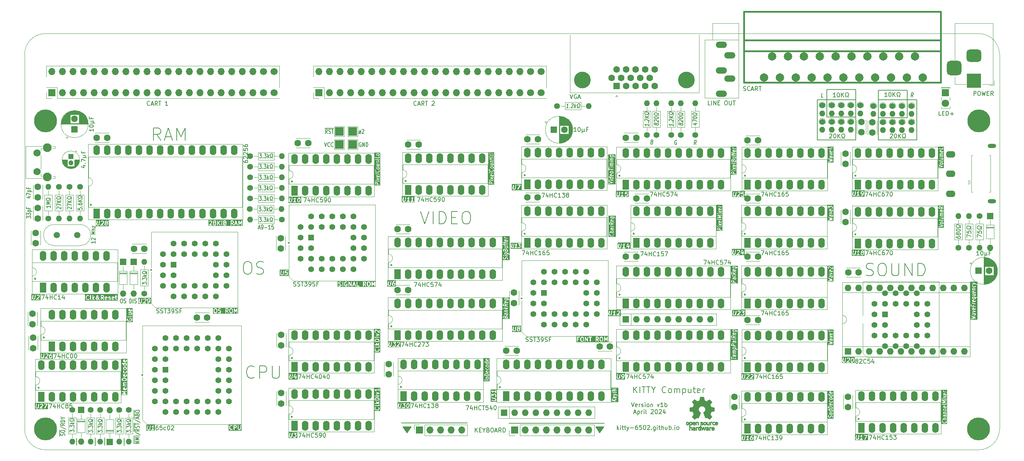
<source format=gbr>
%TF.GenerationSoftware,KiCad,Pcbnew,7.0.10*%
%TF.CreationDate,2024-04-28T09:55:55+01:00*%
%TF.ProjectId,v1b,7631622e-6b69-4636-9164-5f7063625858,rev?*%
%TF.SameCoordinates,Original*%
%TF.FileFunction,Legend,Top*%
%TF.FilePolarity,Positive*%
%FSLAX46Y46*%
G04 Gerber Fmt 4.6, Leading zero omitted, Abs format (unit mm)*
G04 Created by KiCad (PCBNEW 7.0.10) date 2024-04-28 09:55:55*
%MOMM*%
%LPD*%
G01*
G04 APERTURE LIST*
G04 Aperture macros list*
%AMRoundRect*
0 Rectangle with rounded corners*
0 $1 Rounding radius*
0 $2 $3 $4 $5 $6 $7 $8 $9 X,Y pos of 4 corners*
0 Add a 4 corners polygon primitive as box body*
4,1,4,$2,$3,$4,$5,$6,$7,$8,$9,$2,$3,0*
0 Add four circle primitives for the rounded corners*
1,1,$1+$1,$2,$3*
1,1,$1+$1,$4,$5*
1,1,$1+$1,$6,$7*
1,1,$1+$1,$8,$9*
0 Add four rect primitives between the rounded corners*
20,1,$1+$1,$2,$3,$4,$5,0*
20,1,$1+$1,$4,$5,$6,$7,0*
20,1,$1+$1,$6,$7,$8,$9,0*
20,1,$1+$1,$8,$9,$2,$3,0*%
G04 Aperture macros list end*
%ADD10C,0.150000*%
%ADD11C,0.200000*%
%ADD12C,0.160000*%
%ADD13C,0.120000*%
%ADD14C,0.300000*%
%ADD15C,0.010000*%
%ADD16C,0.381000*%
%ADD17C,0.100000*%
%ADD18C,1.600000*%
%ADD19R,1.600000X1.600000*%
%ADD20O,1.600000X1.600000*%
%ADD21R,1.422400X1.422400*%
%ADD22C,1.422400*%
%ADD23R,1.600000X2.400000*%
%ADD24O,1.600000X2.400000*%
%ADD25R,3.500000X3.500000*%
%ADD26RoundRect,0.750000X-1.000000X0.750000X-1.000000X-0.750000X1.000000X-0.750000X1.000000X0.750000X0*%
%ADD27RoundRect,0.875000X-0.875000X0.875000X-0.875000X-0.875000X0.875000X-0.875000X0.875000X0.875000X0*%
%ADD28C,4.000000*%
%ADD29C,1.400000*%
%ADD30O,1.400000X1.400000*%
%ADD31R,1.200000X1.200000*%
%ADD32C,1.200000*%
%ADD33R,1.500000X1.500000*%
%ADD34O,1.500000X1.500000*%
%ADD35C,5.500000*%
%ADD36C,2.100000*%
%ADD37C,1.750000*%
%ADD38R,1.700000X1.700000*%
%ADD39O,1.700000X1.700000*%
%ADD40O,2.000000X1.000000*%
%ADD41O,2.300000X1.600000*%
%ADD42R,2.000000X2.000000*%
%ADD43C,1.998980*%
%ADD44R,1.800000X1.800000*%
%ADD45C,1.800000*%
%ADD46C,1.700000*%
%ADD47O,2.700000X1.500000*%
%ADD48C,1.500000*%
%TA.AperFunction,Profile*%
%ADD49C,0.100000*%
%TD*%
G04 APERTURE END LIST*
D10*
X178070000Y-135940800D02*
X177070000Y-134440800D01*
X179070000Y-134440800D01*
X178070000Y-135940800D01*
G36*
X178070000Y-135940800D02*
G01*
X177070000Y-134440800D01*
X179070000Y-134440800D01*
X178070000Y-135940800D01*
G37*
X156260800Y-133604000D02*
X179120800Y-133604000D01*
X56997600Y-138938000D02*
X56997600Y-137109200D01*
X130429000Y-133553200D02*
X146304000Y-133553200D01*
X232537000Y-53467000D02*
X239522000Y-53467000D01*
X239522000Y-60071000D01*
X232537000Y-60071000D01*
X232537000Y-53467000D01*
X244906800Y-53644800D02*
X251891800Y-53644800D01*
X251891800Y-60248800D01*
X244906800Y-60248800D01*
X244906800Y-53644800D01*
X52476400Y-138836400D02*
X52476400Y-137160000D01*
X131826000Y-135940800D02*
X130826000Y-134440800D01*
X132826000Y-134440800D01*
X131826000Y-135940800D01*
G36*
X131826000Y-135940800D02*
G01*
X130826000Y-134440800D01*
X132826000Y-134440800D01*
X131826000Y-135940800D01*
G37*
X230251000Y-55880000D02*
X239522000Y-55880000D01*
X239522000Y-65532000D01*
X230251000Y-65532000D01*
X230251000Y-55880000D01*
X63881000Y-138938000D02*
X63881000Y-137160000D01*
X59283600Y-138887200D02*
X59283600Y-137109200D01*
X244906800Y-55880000D02*
X254177800Y-55880000D01*
X254177800Y-65532000D01*
X244906800Y-65532000D01*
X244906800Y-55880000D01*
X134032856Y-57178580D02*
X133985237Y-57226200D01*
X133985237Y-57226200D02*
X133842380Y-57273819D01*
X133842380Y-57273819D02*
X133747142Y-57273819D01*
X133747142Y-57273819D02*
X133604285Y-57226200D01*
X133604285Y-57226200D02*
X133509047Y-57130961D01*
X133509047Y-57130961D02*
X133461428Y-57035723D01*
X133461428Y-57035723D02*
X133413809Y-56845247D01*
X133413809Y-56845247D02*
X133413809Y-56702390D01*
X133413809Y-56702390D02*
X133461428Y-56511914D01*
X133461428Y-56511914D02*
X133509047Y-56416676D01*
X133509047Y-56416676D02*
X133604285Y-56321438D01*
X133604285Y-56321438D02*
X133747142Y-56273819D01*
X133747142Y-56273819D02*
X133842380Y-56273819D01*
X133842380Y-56273819D02*
X133985237Y-56321438D01*
X133985237Y-56321438D02*
X134032856Y-56369057D01*
X134413809Y-56988104D02*
X134889999Y-56988104D01*
X134318571Y-57273819D02*
X134651904Y-56273819D01*
X134651904Y-56273819D02*
X134985237Y-57273819D01*
X135889999Y-57273819D02*
X135556666Y-56797628D01*
X135318571Y-57273819D02*
X135318571Y-56273819D01*
X135318571Y-56273819D02*
X135699523Y-56273819D01*
X135699523Y-56273819D02*
X135794761Y-56321438D01*
X135794761Y-56321438D02*
X135842380Y-56369057D01*
X135842380Y-56369057D02*
X135889999Y-56464295D01*
X135889999Y-56464295D02*
X135889999Y-56607152D01*
X135889999Y-56607152D02*
X135842380Y-56702390D01*
X135842380Y-56702390D02*
X135794761Y-56750009D01*
X135794761Y-56750009D02*
X135699523Y-56797628D01*
X135699523Y-56797628D02*
X135318571Y-56797628D01*
X136175714Y-56273819D02*
X136747142Y-56273819D01*
X136461428Y-57273819D02*
X136461428Y-56273819D01*
X137794762Y-56369057D02*
X137842381Y-56321438D01*
X137842381Y-56321438D02*
X137937619Y-56273819D01*
X137937619Y-56273819D02*
X138175714Y-56273819D01*
X138175714Y-56273819D02*
X138270952Y-56321438D01*
X138270952Y-56321438D02*
X138318571Y-56369057D01*
X138318571Y-56369057D02*
X138366190Y-56464295D01*
X138366190Y-56464295D02*
X138366190Y-56559533D01*
X138366190Y-56559533D02*
X138318571Y-56702390D01*
X138318571Y-56702390D02*
X137747143Y-57273819D01*
X137747143Y-57273819D02*
X138366190Y-57273819D01*
X112677506Y-64004819D02*
X112410839Y-63528628D01*
X112220363Y-64004819D02*
X112220363Y-63004819D01*
X112220363Y-63004819D02*
X112525125Y-63004819D01*
X112525125Y-63004819D02*
X112601315Y-63052438D01*
X112601315Y-63052438D02*
X112639410Y-63100057D01*
X112639410Y-63100057D02*
X112677506Y-63195295D01*
X112677506Y-63195295D02*
X112677506Y-63338152D01*
X112677506Y-63338152D02*
X112639410Y-63433390D01*
X112639410Y-63433390D02*
X112601315Y-63481009D01*
X112601315Y-63481009D02*
X112525125Y-63528628D01*
X112525125Y-63528628D02*
X112220363Y-63528628D01*
X112982267Y-63957200D02*
X113096553Y-64004819D01*
X113096553Y-64004819D02*
X113287029Y-64004819D01*
X113287029Y-64004819D02*
X113363220Y-63957200D01*
X113363220Y-63957200D02*
X113401315Y-63909580D01*
X113401315Y-63909580D02*
X113439410Y-63814342D01*
X113439410Y-63814342D02*
X113439410Y-63719104D01*
X113439410Y-63719104D02*
X113401315Y-63623866D01*
X113401315Y-63623866D02*
X113363220Y-63576247D01*
X113363220Y-63576247D02*
X113287029Y-63528628D01*
X113287029Y-63528628D02*
X113134648Y-63481009D01*
X113134648Y-63481009D02*
X113058458Y-63433390D01*
X113058458Y-63433390D02*
X113020363Y-63385771D01*
X113020363Y-63385771D02*
X112982267Y-63290533D01*
X112982267Y-63290533D02*
X112982267Y-63195295D01*
X112982267Y-63195295D02*
X113020363Y-63100057D01*
X113020363Y-63100057D02*
X113058458Y-63052438D01*
X113058458Y-63052438D02*
X113134648Y-63004819D01*
X113134648Y-63004819D02*
X113325125Y-63004819D01*
X113325125Y-63004819D02*
X113439410Y-63052438D01*
X113667982Y-63004819D02*
X114125125Y-63004819D01*
X113896553Y-64004819D02*
X113896553Y-63004819D01*
X112109887Y-62727200D02*
X114121316Y-62727200D01*
D11*
G36*
X85943858Y-106212023D02*
G01*
X86008037Y-106276202D01*
X86045952Y-106427861D01*
X86045952Y-106736575D01*
X86008036Y-106888235D01*
X85943860Y-106952413D01*
X85884250Y-106982219D01*
X85740988Y-106982219D01*
X85681378Y-106952414D01*
X85617201Y-106888236D01*
X85579286Y-106736575D01*
X85579286Y-106427862D01*
X85617201Y-106276202D01*
X85681380Y-106212023D01*
X85740988Y-106182219D01*
X85884250Y-106182219D01*
X85943858Y-106212023D01*
G37*
G36*
X89705763Y-106212023D02*
G01*
X89769942Y-106276202D01*
X89807857Y-106427861D01*
X89807857Y-106736575D01*
X89769941Y-106888235D01*
X89705765Y-106952413D01*
X89646155Y-106982219D01*
X89502893Y-106982219D01*
X89443283Y-106952414D01*
X89379106Y-106888236D01*
X89341191Y-106736575D01*
X89341191Y-106427862D01*
X89379106Y-106276202D01*
X89443285Y-106212023D01*
X89502893Y-106182219D01*
X89646155Y-106182219D01*
X89705763Y-106212023D01*
G37*
G36*
X88705764Y-106212024D02*
G01*
X88730433Y-106236692D01*
X88760238Y-106296302D01*
X88760238Y-106391945D01*
X88730433Y-106451554D01*
X88705764Y-106476222D01*
X88646155Y-106506028D01*
X88388810Y-106506028D01*
X88388810Y-106182219D01*
X88646155Y-106182219D01*
X88705764Y-106212024D01*
G37*
G36*
X91245952Y-107325076D02*
G01*
X85236429Y-107325076D01*
X85236429Y-106748885D01*
X85379286Y-106748885D01*
X85383132Y-106760722D01*
X85382272Y-106773139D01*
X85429891Y-106963614D01*
X85444064Y-106986264D01*
X85456194Y-107010071D01*
X85551432Y-107105311D01*
X85565875Y-107112670D01*
X85577422Y-107124043D01*
X85672659Y-107171662D01*
X85695457Y-107175095D01*
X85717381Y-107182219D01*
X85907857Y-107182219D01*
X85929780Y-107175095D01*
X85952578Y-107171662D01*
X86047816Y-107124043D01*
X86059364Y-107112668D01*
X86073806Y-107105310D01*
X86169044Y-107010071D01*
X86181175Y-106986262D01*
X86195347Y-106963615D01*
X86242966Y-106773139D01*
X86242105Y-106760722D01*
X86245952Y-106748885D01*
X86245952Y-106415552D01*
X86242105Y-106403714D01*
X86242966Y-106391298D01*
X86237125Y-106367933D01*
X86426905Y-106367933D01*
X86434028Y-106389856D01*
X86437462Y-106412654D01*
X86485081Y-106507892D01*
X86496454Y-106519439D01*
X86503813Y-106533882D01*
X86551432Y-106581500D01*
X86565873Y-106588858D01*
X86577422Y-106600233D01*
X86672659Y-106647852D01*
X86683680Y-106649512D01*
X86693127Y-106655423D01*
X86872952Y-106700379D01*
X86943859Y-106735833D01*
X86968528Y-106760501D01*
X86998333Y-106820111D01*
X86998333Y-106868135D01*
X86968528Y-106927743D01*
X86943859Y-106952413D01*
X86884250Y-106982219D01*
X86685988Y-106982219D01*
X86558528Y-106939732D01*
X86496726Y-106939262D01*
X86446452Y-106975209D01*
X86426907Y-107033841D01*
X86445559Y-107092763D01*
X86495282Y-107129468D01*
X86638139Y-107177087D01*
X86654346Y-107177210D01*
X86669762Y-107182219D01*
X86907857Y-107182219D01*
X86929780Y-107175095D01*
X86952578Y-107171662D01*
X87047816Y-107124043D01*
X87059364Y-107112668D01*
X87073806Y-107105310D01*
X87096897Y-107082219D01*
X88188810Y-107082219D01*
X88207908Y-107140998D01*
X88257908Y-107177325D01*
X88319712Y-107177325D01*
X88369712Y-107140998D01*
X88388810Y-107082219D01*
X88388810Y-106706028D01*
X88474840Y-106706028D01*
X88778315Y-107139565D01*
X88827668Y-107176767D01*
X88889462Y-107177854D01*
X88940094Y-107142412D01*
X88960223Y-107083979D01*
X88942161Y-107024873D01*
X88748969Y-106748885D01*
X89141191Y-106748885D01*
X89145037Y-106760722D01*
X89144177Y-106773139D01*
X89191796Y-106963614D01*
X89205969Y-106986264D01*
X89218099Y-107010071D01*
X89313337Y-107105311D01*
X89327780Y-107112670D01*
X89339327Y-107124043D01*
X89434564Y-107171662D01*
X89457362Y-107175095D01*
X89479286Y-107182219D01*
X89669762Y-107182219D01*
X89691685Y-107175095D01*
X89714483Y-107171662D01*
X89809721Y-107124043D01*
X89821269Y-107112668D01*
X89835711Y-107105310D01*
X89858802Y-107082219D01*
X90236429Y-107082219D01*
X90255527Y-107140998D01*
X90305527Y-107177325D01*
X90367331Y-107177325D01*
X90417331Y-107140998D01*
X90436429Y-107082219D01*
X90436429Y-106532975D01*
X90579144Y-106838793D01*
X90592238Y-106852826D01*
X90601540Y-106869619D01*
X90612816Y-106874881D01*
X90621307Y-106883981D01*
X90640154Y-106887638D01*
X90657546Y-106895755D01*
X90669759Y-106893384D01*
X90681978Y-106895756D01*
X90699374Y-106887637D01*
X90718217Y-106883981D01*
X90726705Y-106874883D01*
X90737984Y-106869620D01*
X90747287Y-106852825D01*
X90760380Y-106838793D01*
X90903095Y-106532974D01*
X90903095Y-107082219D01*
X90922193Y-107140998D01*
X90972193Y-107177325D01*
X91033997Y-107177325D01*
X91083997Y-107140998D01*
X91103095Y-107082219D01*
X91103095Y-106082219D01*
X91100066Y-106072896D01*
X91101264Y-106063166D01*
X91090719Y-106044129D01*
X91083997Y-106023440D01*
X91076067Y-106017678D01*
X91071317Y-106009103D01*
X91051598Y-105999900D01*
X91033997Y-105987113D01*
X91024195Y-105987113D01*
X91015311Y-105982967D01*
X90993949Y-105987113D01*
X90972193Y-105987113D01*
X90964263Y-105992874D01*
X90954640Y-105994742D01*
X90939796Y-106010650D01*
X90922193Y-106023440D01*
X90919163Y-106032763D01*
X90912477Y-106039930D01*
X90669761Y-106560033D01*
X90427047Y-106039930D01*
X90420360Y-106032763D01*
X90417331Y-106023440D01*
X90399727Y-106010650D01*
X90384884Y-105994742D01*
X90375261Y-105992874D01*
X90367331Y-105987113D01*
X90345572Y-105987113D01*
X90324213Y-105982968D01*
X90315331Y-105987113D01*
X90305527Y-105987113D01*
X90287922Y-105999903D01*
X90268207Y-106009104D01*
X90263457Y-106017678D01*
X90255527Y-106023440D01*
X90248803Y-106044132D01*
X90238260Y-106063167D01*
X90239457Y-106072897D01*
X90236429Y-106082219D01*
X90236429Y-107082219D01*
X89858802Y-107082219D01*
X89930949Y-107010071D01*
X89943080Y-106986262D01*
X89957252Y-106963615D01*
X90004871Y-106773139D01*
X90004010Y-106760722D01*
X90007857Y-106748885D01*
X90007857Y-106415552D01*
X90004010Y-106403714D01*
X90004871Y-106391298D01*
X89957252Y-106200822D01*
X89943079Y-106178173D01*
X89930949Y-106154365D01*
X89835711Y-106059127D01*
X89821268Y-106051768D01*
X89809721Y-106040395D01*
X89714483Y-105992776D01*
X89691685Y-105989342D01*
X89669762Y-105982219D01*
X89479286Y-105982219D01*
X89457362Y-105989342D01*
X89434564Y-105992776D01*
X89339327Y-106040395D01*
X89327779Y-106051768D01*
X89313337Y-106059127D01*
X89218099Y-106154365D01*
X89205967Y-106178174D01*
X89191796Y-106200823D01*
X89144177Y-106391298D01*
X89145037Y-106403714D01*
X89141191Y-106415552D01*
X89141191Y-106748885D01*
X88748969Y-106748885D01*
X88711856Y-106695866D01*
X88714483Y-106695471D01*
X88809721Y-106647852D01*
X88821268Y-106636478D01*
X88835711Y-106629120D01*
X88883329Y-106581501D01*
X88890687Y-106567059D01*
X88902062Y-106555511D01*
X88949681Y-106460274D01*
X88953114Y-106437475D01*
X88960238Y-106415552D01*
X88960238Y-106272695D01*
X88953114Y-106250771D01*
X88949681Y-106227973D01*
X88902062Y-106132736D01*
X88890687Y-106121187D01*
X88883329Y-106106746D01*
X88835711Y-106059127D01*
X88821268Y-106051768D01*
X88809721Y-106040395D01*
X88714483Y-105992776D01*
X88691685Y-105989342D01*
X88669762Y-105982219D01*
X88288810Y-105982219D01*
X88273747Y-105987113D01*
X88257908Y-105987113D01*
X88245094Y-105996422D01*
X88230031Y-106001317D01*
X88220721Y-106014130D01*
X88207908Y-106023440D01*
X88203013Y-106038503D01*
X88193704Y-106051317D01*
X88193704Y-106067156D01*
X88188810Y-106082219D01*
X88188810Y-107082219D01*
X87096897Y-107082219D01*
X87121425Y-107057690D01*
X87128782Y-107043249D01*
X87140157Y-107031701D01*
X87187776Y-106936464D01*
X87191209Y-106913665D01*
X87198333Y-106891742D01*
X87198333Y-106796504D01*
X87191209Y-106774580D01*
X87187776Y-106751782D01*
X87140157Y-106656545D01*
X87128782Y-106644996D01*
X87121424Y-106630555D01*
X87073806Y-106582936D01*
X87059363Y-106575577D01*
X87047816Y-106564204D01*
X86952578Y-106516585D01*
X86941556Y-106514924D01*
X86932110Y-106509014D01*
X86752285Y-106464057D01*
X86681378Y-106428604D01*
X86656710Y-106403935D01*
X86626905Y-106344325D01*
X86626905Y-106296302D01*
X86656710Y-106236692D01*
X86681378Y-106212023D01*
X86740988Y-106182219D01*
X86939249Y-106182219D01*
X87066710Y-106224706D01*
X87128512Y-106225176D01*
X87178786Y-106189229D01*
X87198330Y-106130597D01*
X87179679Y-106071675D01*
X87129955Y-106034970D01*
X86987099Y-105987351D01*
X86970891Y-105987227D01*
X86955476Y-105982219D01*
X86717381Y-105982219D01*
X86695457Y-105989342D01*
X86672659Y-105992776D01*
X86577422Y-106040395D01*
X86565873Y-106051769D01*
X86551432Y-106059128D01*
X86503813Y-106106746D01*
X86496454Y-106121188D01*
X86485081Y-106132736D01*
X86437462Y-106227974D01*
X86434028Y-106250771D01*
X86426905Y-106272695D01*
X86426905Y-106367933D01*
X86237125Y-106367933D01*
X86195347Y-106200822D01*
X86181174Y-106178173D01*
X86169044Y-106154365D01*
X86073806Y-106059127D01*
X86059363Y-106051768D01*
X86047816Y-106040395D01*
X85952578Y-105992776D01*
X85929780Y-105989342D01*
X85907857Y-105982219D01*
X85717381Y-105982219D01*
X85695457Y-105989342D01*
X85672659Y-105992776D01*
X85577422Y-106040395D01*
X85565874Y-106051768D01*
X85551432Y-106059127D01*
X85456194Y-106154365D01*
X85444062Y-106178174D01*
X85429891Y-106200823D01*
X85382272Y-106391298D01*
X85383132Y-106403714D01*
X85379286Y-106415552D01*
X85379286Y-106748885D01*
X85236429Y-106748885D01*
X85236429Y-105839362D01*
X91245952Y-105839362D01*
X91245952Y-107325076D01*
G37*
D10*
G36*
X260211331Y-71073123D02*
G01*
X260285736Y-71112186D01*
X260317779Y-71141825D01*
X260349619Y-71196747D01*
X260349619Y-71267839D01*
X260323043Y-71307038D01*
X260297622Y-71324197D01*
X260228642Y-71343166D01*
X259971237Y-71310991D01*
X259896835Y-71271929D01*
X259864790Y-71242288D01*
X259832952Y-71187365D01*
X259832952Y-71116275D01*
X259859526Y-71077077D01*
X259884949Y-71059916D01*
X259953929Y-71040948D01*
X260211331Y-71073123D01*
G37*
G36*
X259935358Y-68143386D02*
G01*
X259992804Y-68380352D01*
X259923618Y-68371704D01*
X259859599Y-68338094D01*
X259832952Y-68292125D01*
X259832952Y-68182940D01*
X259852127Y-68154655D01*
X259906309Y-68139755D01*
X259935358Y-68143386D01*
G37*
G36*
X260642476Y-72297268D02*
G01*
X259206804Y-72297268D01*
X259206804Y-72077617D01*
X259349661Y-72077617D01*
X259365569Y-72126392D01*
X259409106Y-72153530D01*
X259435139Y-72154411D01*
X260435139Y-72012745D01*
X260441429Y-72009391D01*
X260448555Y-72009564D01*
X260463517Y-71997615D01*
X260480410Y-71988609D01*
X260483072Y-71981998D01*
X260488643Y-71977550D01*
X260492423Y-71958781D01*
X260499577Y-71941021D01*
X260497366Y-71934243D01*
X260498774Y-71927256D01*
X260489605Y-71910447D01*
X260483669Y-71892246D01*
X260477620Y-71888475D01*
X260474207Y-71882218D01*
X260451971Y-71868651D01*
X259451971Y-71476984D01*
X259400683Y-71475741D01*
X259360595Y-71507755D01*
X259350464Y-71558049D01*
X259375031Y-71603087D01*
X259397267Y-71616654D01*
X260131561Y-71904252D01*
X259414099Y-72005893D01*
X259368828Y-72030029D01*
X259349661Y-72077617D01*
X259206804Y-72077617D01*
X259206804Y-71207534D01*
X259682952Y-71207534D01*
X259685289Y-71213954D01*
X259684114Y-71220688D01*
X259693066Y-71245149D01*
X259740686Y-71327292D01*
X259742610Y-71328900D01*
X259754643Y-71344735D01*
X259802262Y-71388782D01*
X259805290Y-71390053D01*
X259818327Y-71400129D01*
X259913565Y-71450129D01*
X259913961Y-71450182D01*
X259914233Y-71450475D01*
X259939125Y-71458145D01*
X260224839Y-71493859D01*
X260226523Y-71493473D01*
X260228095Y-71494194D01*
X260254028Y-71491753D01*
X260349266Y-71465564D01*
X260350459Y-71464716D01*
X260371340Y-71455412D01*
X260418960Y-71423269D01*
X260419710Y-71422235D01*
X260420940Y-71421886D01*
X260439078Y-71403192D01*
X260486697Y-71332954D01*
X260489009Y-71323772D01*
X260495096Y-71316519D01*
X260499619Y-71290867D01*
X260499619Y-71176581D01*
X260497282Y-71170160D01*
X260498457Y-71163428D01*
X260489505Y-71138967D01*
X260441886Y-71056823D01*
X260439958Y-71055211D01*
X260427928Y-71039380D01*
X260380307Y-70995333D01*
X260377279Y-70994062D01*
X260364242Y-70983986D01*
X260269005Y-70933986D01*
X260268608Y-70933932D01*
X260268337Y-70933640D01*
X260243444Y-70925970D01*
X259957731Y-70890256D01*
X259956045Y-70890641D01*
X259954474Y-70889921D01*
X259928541Y-70892362D01*
X259833304Y-70918552D01*
X259832115Y-70919395D01*
X259811229Y-70928704D01*
X259763610Y-70960846D01*
X259762859Y-70961879D01*
X259761631Y-70962229D01*
X259743493Y-70980923D01*
X259695874Y-71051161D01*
X259693561Y-71060342D01*
X259687475Y-71067596D01*
X259682952Y-71093248D01*
X259682952Y-71207534D01*
X259206804Y-71207534D01*
X259206804Y-70534258D01*
X259352944Y-70534258D01*
X259355517Y-70585497D01*
X259390423Y-70623094D01*
X259415316Y-70630764D01*
X260272458Y-70737907D01*
X260274143Y-70737521D01*
X260275715Y-70738242D01*
X260301648Y-70735801D01*
X260396887Y-70709610D01*
X260407920Y-70701776D01*
X260420940Y-70698076D01*
X260438234Y-70680251D01*
X260438718Y-70679908D01*
X260438773Y-70679696D01*
X260439078Y-70679382D01*
X260486697Y-70609144D01*
X260499226Y-70559395D01*
X260476847Y-70513230D01*
X260430028Y-70492253D01*
X260380679Y-70506276D01*
X260362541Y-70524970D01*
X260330443Y-70572314D01*
X260276260Y-70587214D01*
X259433922Y-70481922D01*
X259383908Y-70493354D01*
X259352944Y-70534258D01*
X259206804Y-70534258D01*
X259206804Y-70156876D01*
X259686277Y-70156876D01*
X259688850Y-70208115D01*
X259723756Y-70245712D01*
X259748649Y-70253382D01*
X260272459Y-70318859D01*
X260274143Y-70318473D01*
X260275715Y-70319194D01*
X260301648Y-70316753D01*
X260396887Y-70290562D01*
X260407920Y-70282728D01*
X260420940Y-70279028D01*
X260438234Y-70261203D01*
X260438718Y-70260860D01*
X260438773Y-70260648D01*
X260439078Y-70260334D01*
X260486697Y-70190096D01*
X260489009Y-70180914D01*
X260495096Y-70173661D01*
X260499619Y-70148009D01*
X260499619Y-70033723D01*
X260497282Y-70027302D01*
X260498457Y-70020570D01*
X260489505Y-69996109D01*
X260474528Y-69970274D01*
X260496294Y-69941523D01*
X260493721Y-69890284D01*
X260458814Y-69852687D01*
X260433921Y-69845017D01*
X259767255Y-69761683D01*
X259717242Y-69773115D01*
X259686277Y-69814019D01*
X259688850Y-69865258D01*
X259723756Y-69902855D01*
X259748649Y-69910525D01*
X260296153Y-69978963D01*
X260317779Y-69998967D01*
X260349619Y-70053889D01*
X260349619Y-70124981D01*
X260330443Y-70153266D01*
X260276260Y-70168166D01*
X259767255Y-70104540D01*
X259717242Y-70115972D01*
X259686277Y-70156876D01*
X259206804Y-70156876D01*
X259206804Y-69340866D01*
X259682952Y-69340866D01*
X259685289Y-69347286D01*
X259684114Y-69354020D01*
X259693066Y-69378481D01*
X259708042Y-69404314D01*
X259686277Y-69433066D01*
X259688850Y-69484305D01*
X259723756Y-69521902D01*
X259748649Y-69529572D01*
X260415316Y-69612906D01*
X260465329Y-69601474D01*
X260496294Y-69560570D01*
X260493721Y-69509331D01*
X260458814Y-69471734D01*
X260433921Y-69464064D01*
X259886417Y-69395625D01*
X259864790Y-69375620D01*
X259832952Y-69320697D01*
X259832952Y-69249607D01*
X259852127Y-69221322D01*
X259906309Y-69206422D01*
X260415316Y-69270049D01*
X260465329Y-69258617D01*
X260496294Y-69217713D01*
X260493720Y-69166474D01*
X260458814Y-69128877D01*
X260433921Y-69121207D01*
X259923618Y-69057418D01*
X259859598Y-69023807D01*
X259832952Y-68977842D01*
X259832952Y-68906750D01*
X259852127Y-68878465D01*
X259906309Y-68863565D01*
X260415316Y-68927191D01*
X260465329Y-68915759D01*
X260496294Y-68874855D01*
X260493720Y-68823616D01*
X260458814Y-68786019D01*
X260433921Y-68778349D01*
X259910112Y-68712873D01*
X259908426Y-68713258D01*
X259906855Y-68712538D01*
X259880922Y-68714979D01*
X259785684Y-68741170D01*
X259774650Y-68749004D01*
X259761631Y-68752704D01*
X259744336Y-68770528D01*
X259743853Y-68770872D01*
X259743797Y-68771083D01*
X259743493Y-68771398D01*
X259695874Y-68841636D01*
X259693561Y-68850817D01*
X259687475Y-68858071D01*
X259682952Y-68883723D01*
X259682952Y-68998009D01*
X259685289Y-69004429D01*
X259684114Y-69011163D01*
X259693067Y-69035624D01*
X259740686Y-69117766D01*
X259740958Y-69117993D01*
X259695874Y-69184493D01*
X259693561Y-69193674D01*
X259687475Y-69200928D01*
X259682952Y-69226580D01*
X259682952Y-69340866D01*
X259206804Y-69340866D01*
X259206804Y-68312294D01*
X259682952Y-68312294D01*
X259685289Y-68318714D01*
X259684114Y-68325448D01*
X259693066Y-68349909D01*
X259740686Y-68432052D01*
X259746983Y-68437317D01*
X259750099Y-68444913D01*
X259770708Y-68460842D01*
X259865946Y-68510842D01*
X259866341Y-68510895D01*
X259866613Y-68511188D01*
X259891506Y-68518858D01*
X260272459Y-68566477D01*
X260274143Y-68566091D01*
X260275715Y-68566812D01*
X260301648Y-68564371D01*
X260396887Y-68538180D01*
X260407920Y-68530346D01*
X260420940Y-68526646D01*
X260438234Y-68508821D01*
X260438718Y-68508478D01*
X260438773Y-68508266D01*
X260439078Y-68507952D01*
X260486697Y-68437714D01*
X260489009Y-68428532D01*
X260495096Y-68421279D01*
X260499619Y-68395627D01*
X260499619Y-68243246D01*
X260497282Y-68236825D01*
X260498457Y-68230093D01*
X260489505Y-68205632D01*
X260441886Y-68123488D01*
X260402527Y-68090581D01*
X260351224Y-68090671D01*
X260311982Y-68123718D01*
X260303162Y-68174257D01*
X260312114Y-68198718D01*
X260349619Y-68263412D01*
X260349619Y-68372599D01*
X260330443Y-68400884D01*
X260276260Y-68415784D01*
X260151973Y-68400248D01*
X260068936Y-68057719D01*
X260065463Y-68052497D01*
X260065149Y-68046235D01*
X260051573Y-68031613D01*
X260040525Y-68015001D01*
X260034508Y-68013233D01*
X260030242Y-68008638D01*
X260005350Y-68000968D01*
X259910112Y-67989063D01*
X259908426Y-67989448D01*
X259906855Y-67988728D01*
X259880922Y-67991169D01*
X259785684Y-68017360D01*
X259774650Y-68025194D01*
X259761631Y-68028894D01*
X259744336Y-68046718D01*
X259743853Y-68047062D01*
X259743797Y-68047273D01*
X259743493Y-68047588D01*
X259695874Y-68117826D01*
X259693561Y-68127007D01*
X259687475Y-68134261D01*
X259682952Y-68159913D01*
X259682952Y-68312294D01*
X259206804Y-68312294D01*
X259206804Y-67639019D01*
X259352944Y-67639019D01*
X259355517Y-67690258D01*
X259390423Y-67727855D01*
X259415316Y-67735525D01*
X260415316Y-67860525D01*
X260438591Y-67855204D01*
X260462119Y-67851056D01*
X260463395Y-67849535D01*
X260465329Y-67849093D01*
X260479740Y-67830055D01*
X260495096Y-67811756D01*
X260495552Y-67809168D01*
X260496294Y-67808189D01*
X260496167Y-67805677D01*
X260499619Y-67786104D01*
X260499619Y-67405151D01*
X260482072Y-67356942D01*
X260437643Y-67331290D01*
X260387119Y-67340199D01*
X260354142Y-67379499D01*
X260349619Y-67405151D01*
X260349619Y-67701145D01*
X259433922Y-67586683D01*
X259383908Y-67598115D01*
X259352944Y-67639019D01*
X259206804Y-67639019D01*
X259206804Y-67188433D01*
X260642476Y-67188433D01*
X260642476Y-72297268D01*
G37*
G36*
X181285976Y-86848853D02*
G01*
X181304819Y-86881356D01*
X181304819Y-87028638D01*
X181285643Y-87056923D01*
X181231460Y-87071823D01*
X181164532Y-87063457D01*
X181100513Y-87029847D01*
X181073866Y-86983878D01*
X181073866Y-86822339D01*
X181285976Y-86848853D01*
G37*
G36*
X180690341Y-85441065D02*
G01*
X180764744Y-85480127D01*
X180796788Y-85509767D01*
X180828628Y-85564689D01*
X180828628Y-85764326D01*
X180454819Y-85717600D01*
X180454819Y-85502074D01*
X180481393Y-85462876D01*
X180506816Y-85445715D01*
X180575795Y-85426746D01*
X180690341Y-85441065D01*
G37*
G36*
X180890558Y-84780377D02*
G01*
X180948004Y-85017343D01*
X180878818Y-85008695D01*
X180814799Y-84975085D01*
X180788152Y-84929116D01*
X180788152Y-84819931D01*
X180807327Y-84791646D01*
X180861509Y-84776746D01*
X180890558Y-84780377D01*
G37*
G36*
X181285975Y-84144091D02*
G01*
X181304819Y-84176594D01*
X181304819Y-84285781D01*
X181278243Y-84324980D01*
X181252822Y-84342139D01*
X181183842Y-84361108D01*
X180926437Y-84328933D01*
X180852035Y-84289871D01*
X180819990Y-84260230D01*
X180788152Y-84205307D01*
X180788152Y-84096122D01*
X180797063Y-84082976D01*
X181285975Y-84144091D01*
G37*
G36*
X181931009Y-88853838D02*
G01*
X180161962Y-88853838D01*
X180161962Y-88298095D01*
X180304819Y-88298095D01*
X180305199Y-88299139D01*
X180304848Y-88300196D01*
X180310088Y-88325711D01*
X180357707Y-88445949D01*
X180360265Y-88448829D01*
X180360750Y-88452651D01*
X180376510Y-88473390D01*
X180471748Y-88561486D01*
X180474774Y-88562756D01*
X180487813Y-88572834D01*
X180583051Y-88622834D01*
X180586301Y-88623273D01*
X180594733Y-88627757D01*
X180785209Y-88689661D01*
X180788658Y-88689540D01*
X180799087Y-88692754D01*
X180941944Y-88710612D01*
X180945359Y-88709831D01*
X180956856Y-88710981D01*
X181147332Y-88696695D01*
X181150498Y-88695265D01*
X181161610Y-88694220D01*
X181256848Y-88668029D01*
X181258035Y-88667185D01*
X181278921Y-88657878D01*
X181374160Y-88593593D01*
X181379003Y-88586921D01*
X181386397Y-88583272D01*
X181400860Y-88561609D01*
X181448479Y-88453275D01*
X181448645Y-88450713D01*
X181450296Y-88448747D01*
X181454819Y-88423095D01*
X181454819Y-88346905D01*
X181454438Y-88345860D01*
X181454790Y-88344804D01*
X181449550Y-88319289D01*
X181401931Y-88199051D01*
X181399372Y-88196170D01*
X181398888Y-88192348D01*
X181383128Y-88171609D01*
X181335508Y-88127561D01*
X181288202Y-88107707D01*
X181239202Y-88122904D01*
X181211435Y-88166043D01*
X181217892Y-88216938D01*
X181233652Y-88237677D01*
X181268749Y-88270142D01*
X181304819Y-88361216D01*
X181304819Y-88407338D01*
X181272266Y-88481397D01*
X181205203Y-88526663D01*
X181128856Y-88547659D01*
X180953113Y-88560840D01*
X180824779Y-88544797D01*
X180647142Y-88487066D01*
X180566319Y-88444633D01*
X180490888Y-88374859D01*
X180454819Y-88283783D01*
X180454819Y-88237661D01*
X180487371Y-88163602D01*
X180517017Y-88143593D01*
X180547159Y-88102078D01*
X180543564Y-88050901D01*
X180507913Y-88014008D01*
X180456890Y-88008662D01*
X180433098Y-88019265D01*
X180385478Y-88051407D01*
X180380635Y-88058077D01*
X180373241Y-88061727D01*
X180358778Y-88083391D01*
X180311159Y-88191725D01*
X180310992Y-88194286D01*
X180309342Y-88196253D01*
X180304819Y-88221905D01*
X180304819Y-88298095D01*
X180161962Y-88298095D01*
X180161962Y-87704582D01*
X180308144Y-87704582D01*
X180310717Y-87755821D01*
X180345623Y-87793418D01*
X180370516Y-87801088D01*
X181370516Y-87926088D01*
X181420529Y-87914656D01*
X181451494Y-87873752D01*
X181448921Y-87822513D01*
X181414014Y-87784916D01*
X181389121Y-87777246D01*
X180841618Y-87708808D01*
X180819990Y-87688802D01*
X180788152Y-87633879D01*
X180788152Y-87562789D01*
X180807327Y-87534504D01*
X180861509Y-87519604D01*
X181370516Y-87583231D01*
X181420529Y-87571799D01*
X181451494Y-87530895D01*
X181448920Y-87479656D01*
X181414014Y-87442059D01*
X181389121Y-87434389D01*
X180865312Y-87368912D01*
X180863626Y-87369297D01*
X180862055Y-87368577D01*
X180836122Y-87371018D01*
X180740884Y-87397209D01*
X180729850Y-87405043D01*
X180716831Y-87408743D01*
X180699536Y-87426567D01*
X180699053Y-87426911D01*
X180698997Y-87427122D01*
X180698693Y-87427437D01*
X180651074Y-87497675D01*
X180648761Y-87506856D01*
X180642675Y-87514110D01*
X180638152Y-87539762D01*
X180638152Y-87654048D01*
X180640489Y-87660468D01*
X180639314Y-87667202D01*
X180645572Y-87684302D01*
X180389122Y-87652246D01*
X180339108Y-87663678D01*
X180308144Y-87704582D01*
X180161962Y-87704582D01*
X180161962Y-86968333D01*
X180638152Y-86968333D01*
X180640489Y-86974753D01*
X180639314Y-86981487D01*
X180648266Y-87005948D01*
X180695886Y-87088091D01*
X180735245Y-87120998D01*
X180786547Y-87120908D01*
X180825789Y-87087862D01*
X180834609Y-87037323D01*
X180825657Y-87012862D01*
X180788152Y-86948164D01*
X180788152Y-86838979D01*
X180807327Y-86810694D01*
X180861509Y-86795794D01*
X180905022Y-86801233D01*
X180923866Y-86833737D01*
X180923866Y-87004047D01*
X180926203Y-87010467D01*
X180925028Y-87017201D01*
X180933980Y-87041662D01*
X180981600Y-87123805D01*
X180987897Y-87129070D01*
X180991013Y-87136666D01*
X181011622Y-87152595D01*
X181106860Y-87202595D01*
X181107255Y-87202648D01*
X181107527Y-87202941D01*
X181132420Y-87210611D01*
X181227658Y-87222516D01*
X181229343Y-87222130D01*
X181230915Y-87222851D01*
X181256848Y-87220410D01*
X181352087Y-87194219D01*
X181363120Y-87186385D01*
X181376140Y-87182685D01*
X181393434Y-87164860D01*
X181393918Y-87164517D01*
X181393973Y-87164305D01*
X181394278Y-87163991D01*
X181441897Y-87093753D01*
X181444209Y-87084571D01*
X181450296Y-87077318D01*
X181454819Y-87051666D01*
X181454819Y-86861190D01*
X181452482Y-86854769D01*
X181453657Y-86848037D01*
X181444705Y-86823576D01*
X181442235Y-86819315D01*
X181451494Y-86807085D01*
X181448920Y-86755846D01*
X181414014Y-86718249D01*
X181389121Y-86710579D01*
X180865312Y-86645102D01*
X180863626Y-86645487D01*
X180862055Y-86644767D01*
X180836122Y-86647208D01*
X180740884Y-86673399D01*
X180729850Y-86681233D01*
X180716831Y-86684933D01*
X180699536Y-86702757D01*
X180699053Y-86703101D01*
X180698997Y-86703312D01*
X180698693Y-86703627D01*
X180651074Y-86773865D01*
X180648761Y-86783046D01*
X180642675Y-86790300D01*
X180638152Y-86815952D01*
X180638152Y-86968333D01*
X180161962Y-86968333D01*
X180161962Y-86168332D01*
X180638152Y-86168332D01*
X180640489Y-86174752D01*
X180639314Y-86181486D01*
X180648266Y-86205947D01*
X180677598Y-86256545D01*
X180672442Y-86257724D01*
X180641477Y-86298628D01*
X180644050Y-86349867D01*
X180678956Y-86387464D01*
X180703849Y-86395134D01*
X181370516Y-86478468D01*
X181420529Y-86467036D01*
X181451494Y-86426132D01*
X181448921Y-86374893D01*
X181414014Y-86337296D01*
X181389121Y-86329626D01*
X180926436Y-86271789D01*
X180852035Y-86232728D01*
X180819992Y-86203089D01*
X180788152Y-86148163D01*
X180788152Y-86092142D01*
X180770605Y-86043933D01*
X180726176Y-86018281D01*
X180675652Y-86027190D01*
X180642675Y-86066490D01*
X180638152Y-86092142D01*
X180638152Y-86168332D01*
X180161962Y-86168332D01*
X180161962Y-85783809D01*
X180304819Y-85783809D01*
X180309962Y-85797940D01*
X180310717Y-85812963D01*
X180318469Y-85821313D01*
X180322366Y-85832018D01*
X180335389Y-85839537D01*
X180345623Y-85850560D01*
X180364616Y-85856412D01*
X180366795Y-85857670D01*
X180368005Y-85857456D01*
X180370516Y-85858230D01*
X181370516Y-85983230D01*
X181420529Y-85971798D01*
X181451494Y-85930894D01*
X181448921Y-85879655D01*
X181414014Y-85842058D01*
X181389121Y-85834388D01*
X180978628Y-85783076D01*
X180978628Y-85707972D01*
X181409736Y-85520441D01*
X181446944Y-85485120D01*
X181452745Y-85434146D01*
X181424421Y-85391370D01*
X181375229Y-85376806D01*
X181349902Y-85382891D01*
X180978587Y-85544412D01*
X180976291Y-85538102D01*
X180977466Y-85531370D01*
X180968514Y-85506909D01*
X180920895Y-85424765D01*
X180918967Y-85423153D01*
X180906937Y-85407322D01*
X180859318Y-85363275D01*
X180856288Y-85362003D01*
X180843252Y-85351928D01*
X180748015Y-85301928D01*
X180747619Y-85301874D01*
X180747348Y-85301582D01*
X180722455Y-85293912D01*
X180579598Y-85276054D01*
X180577912Y-85276439D01*
X180576341Y-85275719D01*
X180550408Y-85278160D01*
X180455170Y-85304351D01*
X180453979Y-85305195D01*
X180433096Y-85314503D01*
X180385477Y-85346645D01*
X180384726Y-85347678D01*
X180383498Y-85348028D01*
X180365360Y-85366722D01*
X180317741Y-85436960D01*
X180315428Y-85446141D01*
X180309342Y-85453395D01*
X180304819Y-85479047D01*
X180304819Y-85783809D01*
X180161962Y-85783809D01*
X180161962Y-84949285D01*
X180638152Y-84949285D01*
X180640489Y-84955705D01*
X180639314Y-84962439D01*
X180648266Y-84986900D01*
X180695886Y-85069043D01*
X180702183Y-85074308D01*
X180705299Y-85081904D01*
X180725908Y-85097833D01*
X180821146Y-85147833D01*
X180821541Y-85147886D01*
X180821813Y-85148179D01*
X180846706Y-85155849D01*
X181227659Y-85203468D01*
X181229343Y-85203082D01*
X181230915Y-85203803D01*
X181256848Y-85201362D01*
X181352087Y-85175171D01*
X181363120Y-85167337D01*
X181376140Y-85163637D01*
X181393434Y-85145812D01*
X181393918Y-85145469D01*
X181393973Y-85145257D01*
X181394278Y-85144943D01*
X181441897Y-85074705D01*
X181444209Y-85065523D01*
X181450296Y-85058270D01*
X181454819Y-85032618D01*
X181454819Y-84880237D01*
X181452482Y-84873816D01*
X181453657Y-84867084D01*
X181444705Y-84842623D01*
X181397086Y-84760479D01*
X181357727Y-84727572D01*
X181306424Y-84727662D01*
X181267182Y-84760709D01*
X181258362Y-84811248D01*
X181267314Y-84835709D01*
X181304819Y-84900403D01*
X181304819Y-85009590D01*
X181285643Y-85037875D01*
X181231460Y-85052775D01*
X181107173Y-85037239D01*
X181024136Y-84694710D01*
X181020663Y-84689488D01*
X181020349Y-84683226D01*
X181006773Y-84668604D01*
X180995725Y-84651992D01*
X180989708Y-84650224D01*
X180985442Y-84645629D01*
X180960550Y-84637959D01*
X180865312Y-84626054D01*
X180863626Y-84626439D01*
X180862055Y-84625719D01*
X180836122Y-84628160D01*
X180740884Y-84654351D01*
X180729850Y-84662185D01*
X180716831Y-84665885D01*
X180699536Y-84683709D01*
X180699053Y-84684053D01*
X180698997Y-84684264D01*
X180698693Y-84684579D01*
X180651074Y-84754817D01*
X180648761Y-84763998D01*
X180642675Y-84771252D01*
X180638152Y-84796904D01*
X180638152Y-84949285D01*
X180161962Y-84949285D01*
X180161962Y-84225476D01*
X180638152Y-84225476D01*
X180640489Y-84231896D01*
X180639314Y-84238630D01*
X180648266Y-84263091D01*
X180695886Y-84345234D01*
X180697810Y-84346842D01*
X180709843Y-84362677D01*
X180757462Y-84406724D01*
X180760490Y-84407995D01*
X180773527Y-84418071D01*
X180868765Y-84468071D01*
X180869161Y-84468124D01*
X180869433Y-84468417D01*
X180894325Y-84476087D01*
X181180039Y-84511801D01*
X181181723Y-84511415D01*
X181183295Y-84512136D01*
X181209228Y-84509695D01*
X181304466Y-84483506D01*
X181305659Y-84482658D01*
X181326540Y-84473354D01*
X181374160Y-84441211D01*
X181374910Y-84440177D01*
X181376140Y-84439828D01*
X181394278Y-84421134D01*
X181441897Y-84350896D01*
X181444209Y-84341714D01*
X181450296Y-84334461D01*
X181454819Y-84308809D01*
X181454819Y-84165196D01*
X181499865Y-84170827D01*
X181574268Y-84209889D01*
X181606312Y-84239529D01*
X181638152Y-84294451D01*
X181638152Y-84365543D01*
X181603455Y-84416722D01*
X181590926Y-84466472D01*
X181613305Y-84512636D01*
X181660124Y-84533614D01*
X181709473Y-84519590D01*
X181727611Y-84500896D01*
X181775230Y-84430658D01*
X181777542Y-84421476D01*
X181783629Y-84414223D01*
X181788152Y-84388571D01*
X181788152Y-84274285D01*
X181785815Y-84267864D01*
X181786990Y-84261132D01*
X181778038Y-84236671D01*
X181730419Y-84154527D01*
X181728491Y-84152915D01*
X181716461Y-84137084D01*
X181668842Y-84093037D01*
X181665812Y-84091765D01*
X181652776Y-84081690D01*
X181557539Y-84031690D01*
X181557143Y-84031636D01*
X181556872Y-84031344D01*
X181531979Y-84023674D01*
X180722455Y-83922483D01*
X180672441Y-83933915D01*
X180641477Y-83974819D01*
X180644050Y-84026058D01*
X180650555Y-84033065D01*
X180648761Y-84040189D01*
X180642675Y-84047443D01*
X180638152Y-84073095D01*
X180638152Y-84225476D01*
X180161962Y-84225476D01*
X180161962Y-83779626D01*
X181931009Y-83779626D01*
X181931009Y-88853838D01*
G37*
G36*
X206598341Y-86755103D02*
G01*
X206672744Y-86794165D01*
X206704788Y-86823805D01*
X206736628Y-86878727D01*
X206736628Y-87078364D01*
X206362819Y-87031638D01*
X206362819Y-86816112D01*
X206389393Y-86776914D01*
X206414816Y-86759753D01*
X206483795Y-86740784D01*
X206598341Y-86755103D01*
G37*
G36*
X206798558Y-85065844D02*
G01*
X206856004Y-85302810D01*
X206786818Y-85294162D01*
X206722799Y-85260552D01*
X206696152Y-85214583D01*
X206696152Y-85105398D01*
X206715327Y-85077113D01*
X206769509Y-85062213D01*
X206798558Y-85065844D01*
G37*
G36*
X206798558Y-82018225D02*
G01*
X206856004Y-82255191D01*
X206786818Y-82246543D01*
X206722799Y-82212933D01*
X206696152Y-82166964D01*
X206696152Y-82057779D01*
X206715327Y-82029494D01*
X206769509Y-82014594D01*
X206798558Y-82018225D01*
G37*
G36*
X207505676Y-87440125D02*
G01*
X206069962Y-87440125D01*
X206069962Y-87097847D01*
X206212819Y-87097847D01*
X206217962Y-87111978D01*
X206218717Y-87127001D01*
X206226469Y-87135351D01*
X206230366Y-87146056D01*
X206243389Y-87153575D01*
X206253623Y-87164598D01*
X206272616Y-87170450D01*
X206274795Y-87171708D01*
X206276005Y-87171494D01*
X206278516Y-87172268D01*
X207278516Y-87297268D01*
X207328529Y-87285836D01*
X207359494Y-87244932D01*
X207356921Y-87193693D01*
X207322014Y-87156096D01*
X207297121Y-87148426D01*
X206886628Y-87097114D01*
X206886628Y-86858561D01*
X206884291Y-86852140D01*
X206885466Y-86845408D01*
X206876514Y-86820947D01*
X206828895Y-86738803D01*
X206826967Y-86737191D01*
X206814937Y-86721360D01*
X206767318Y-86677313D01*
X206764288Y-86676041D01*
X206751252Y-86665966D01*
X206656015Y-86615966D01*
X206655619Y-86615912D01*
X206655348Y-86615620D01*
X206630455Y-86607950D01*
X206487598Y-86590092D01*
X206485912Y-86590477D01*
X206484341Y-86589757D01*
X206458408Y-86592198D01*
X206363170Y-86618389D01*
X206361979Y-86619233D01*
X206341096Y-86628541D01*
X206293477Y-86660683D01*
X206292726Y-86661716D01*
X206291498Y-86662066D01*
X206273360Y-86680760D01*
X206225741Y-86750998D01*
X206223428Y-86760179D01*
X206217342Y-86767433D01*
X206212819Y-86793085D01*
X206212819Y-87097847D01*
X206069962Y-87097847D01*
X206069962Y-86281271D01*
X206214674Y-86281271D01*
X206217564Y-86304056D01*
X206218717Y-86327002D01*
X206219257Y-86327584D01*
X206219313Y-86328375D01*
X206220852Y-86329967D01*
X206221131Y-86332166D01*
X206236891Y-86352905D01*
X206284510Y-86396952D01*
X206294815Y-86401277D01*
X206302583Y-86409315D01*
X206317753Y-86410904D01*
X206331816Y-86416806D01*
X206342490Y-86413495D01*
X206353607Y-86414660D01*
X206377399Y-86404058D01*
X206425018Y-86371915D01*
X206426319Y-86370122D01*
X206428435Y-86369466D01*
X206440870Y-86350146D01*
X206454732Y-86331835D01*
X206454692Y-86331040D01*
X206455158Y-86330399D01*
X206455002Y-86328191D01*
X206456203Y-86326327D01*
X206455073Y-86317428D01*
X206549477Y-86317428D01*
X206552050Y-86368667D01*
X206586956Y-86406264D01*
X206611849Y-86413934D01*
X207278516Y-86497268D01*
X207328529Y-86485836D01*
X207359494Y-86444932D01*
X207356921Y-86393693D01*
X207322014Y-86356096D01*
X207297121Y-86348426D01*
X206630455Y-86265092D01*
X206580442Y-86276524D01*
X206549477Y-86317428D01*
X206455073Y-86317428D01*
X206453309Y-86303527D01*
X206452158Y-86280596D01*
X206451618Y-86280015D01*
X206451563Y-86279223D01*
X206450023Y-86277630D01*
X206449745Y-86275432D01*
X206433985Y-86254693D01*
X206386366Y-86210646D01*
X206376060Y-86206320D01*
X206368293Y-86198283D01*
X206353122Y-86196693D01*
X206339060Y-86190792D01*
X206328385Y-86194102D01*
X206317269Y-86192938D01*
X206293477Y-86203541D01*
X206245858Y-86235683D01*
X206244556Y-86237475D01*
X206242441Y-86238132D01*
X206230008Y-86257447D01*
X206216144Y-86275763D01*
X206216183Y-86276557D01*
X206215718Y-86277199D01*
X206215873Y-86279407D01*
X206214674Y-86281271D01*
X206069962Y-86281271D01*
X206069962Y-85606563D01*
X206546711Y-85606563D01*
X206558251Y-85656551D01*
X206576015Y-85675601D01*
X206812987Y-85854176D01*
X206587420Y-85967766D01*
X206552254Y-86005121D01*
X206549325Y-86056340D01*
X206580006Y-86097458D01*
X206629939Y-86109236D01*
X206654884Y-86101738D01*
X206946580Y-85954848D01*
X207242682Y-86177982D01*
X207291743Y-86192982D01*
X207338968Y-86172937D01*
X207362260Y-86127226D01*
X207350720Y-86077238D01*
X207332955Y-86058188D01*
X207095983Y-85879613D01*
X207321551Y-85766024D01*
X207356717Y-85728669D01*
X207359646Y-85677450D01*
X207328965Y-85636332D01*
X207279032Y-85624554D01*
X207254087Y-85632052D01*
X206962391Y-85778941D01*
X206666289Y-85555807D01*
X206617227Y-85540807D01*
X206570003Y-85560851D01*
X206546711Y-85606563D01*
X206069962Y-85606563D01*
X206069962Y-85234752D01*
X206546152Y-85234752D01*
X206548489Y-85241172D01*
X206547314Y-85247906D01*
X206556266Y-85272367D01*
X206603886Y-85354510D01*
X206610183Y-85359775D01*
X206613299Y-85367371D01*
X206633908Y-85383300D01*
X206729146Y-85433300D01*
X206729541Y-85433353D01*
X206729813Y-85433646D01*
X206754706Y-85441316D01*
X207135659Y-85488935D01*
X207137343Y-85488549D01*
X207138915Y-85489270D01*
X207164848Y-85486829D01*
X207260087Y-85460638D01*
X207271120Y-85452804D01*
X207284140Y-85449104D01*
X207301434Y-85431279D01*
X207301918Y-85430936D01*
X207301973Y-85430724D01*
X207302278Y-85430410D01*
X207349897Y-85360172D01*
X207352209Y-85350990D01*
X207358296Y-85343737D01*
X207362819Y-85318085D01*
X207362819Y-85165704D01*
X207360482Y-85159283D01*
X207361657Y-85152551D01*
X207352705Y-85128090D01*
X207305086Y-85045946D01*
X207265727Y-85013039D01*
X207214424Y-85013129D01*
X207175182Y-85046176D01*
X207166362Y-85096715D01*
X207175314Y-85121176D01*
X207212819Y-85185870D01*
X207212819Y-85295057D01*
X207193643Y-85323342D01*
X207139460Y-85338242D01*
X207015173Y-85322706D01*
X206932136Y-84980177D01*
X206928663Y-84974955D01*
X206928349Y-84968693D01*
X206914773Y-84954071D01*
X206903725Y-84937459D01*
X206897708Y-84935691D01*
X206893442Y-84931096D01*
X206868550Y-84923426D01*
X206773312Y-84911521D01*
X206771626Y-84911906D01*
X206770055Y-84911186D01*
X206744122Y-84913627D01*
X206648884Y-84939818D01*
X206637850Y-84947652D01*
X206624831Y-84951352D01*
X206607536Y-84969176D01*
X206607053Y-84969520D01*
X206606997Y-84969731D01*
X206606693Y-84970046D01*
X206559074Y-85040284D01*
X206556761Y-85049465D01*
X206550675Y-85056719D01*
X206546152Y-85082371D01*
X206546152Y-85234752D01*
X206069962Y-85234752D01*
X206069962Y-84561477D01*
X206216144Y-84561477D01*
X206218717Y-84612716D01*
X206253623Y-84650313D01*
X206278516Y-84657983D01*
X207135658Y-84765126D01*
X207137343Y-84764740D01*
X207138915Y-84765461D01*
X207164848Y-84763020D01*
X207260087Y-84736829D01*
X207271120Y-84728995D01*
X207284140Y-84725295D01*
X207301434Y-84707470D01*
X207301918Y-84707127D01*
X207301973Y-84706915D01*
X207302278Y-84706601D01*
X207349897Y-84636363D01*
X207362426Y-84586614D01*
X207340047Y-84540449D01*
X207293228Y-84519472D01*
X207243879Y-84533495D01*
X207225741Y-84552189D01*
X207193643Y-84599533D01*
X207139460Y-84614433D01*
X206297122Y-84509141D01*
X206247108Y-84520573D01*
X206216144Y-84561477D01*
X206069962Y-84561477D01*
X206069962Y-83635773D01*
X206212960Y-83635773D01*
X206218073Y-83647528D01*
X206218717Y-83660334D01*
X206227990Y-83670322D01*
X206233426Y-83682817D01*
X206253106Y-83697374D01*
X206253623Y-83697931D01*
X206254026Y-83698055D01*
X206254367Y-83698307D01*
X206786379Y-83963426D01*
X206269743Y-84091725D01*
X206259337Y-84098729D01*
X206247108Y-84101525D01*
X206238715Y-84112611D01*
X206227184Y-84120374D01*
X206223715Y-84132427D01*
X206216144Y-84142429D01*
X206216841Y-84156313D01*
X206212996Y-84169675D01*
X206218087Y-84181140D01*
X206218717Y-84193668D01*
X206228177Y-84203857D01*
X206233820Y-84216563D01*
X206245087Y-84222071D01*
X206253623Y-84231265D01*
X206278516Y-84238935D01*
X207278516Y-84363935D01*
X207328529Y-84352503D01*
X207359494Y-84311599D01*
X207356921Y-84260360D01*
X207322014Y-84222763D01*
X207297121Y-84215093D01*
X206697269Y-84140111D01*
X207020180Y-84059922D01*
X207041141Y-84045811D01*
X207062403Y-84031733D01*
X207062489Y-84031440D01*
X207062738Y-84031273D01*
X207069704Y-84007065D01*
X207076964Y-83982540D01*
X207076842Y-83982261D01*
X207076926Y-83981972D01*
X207066677Y-83958895D01*
X207056498Y-83935496D01*
X207056182Y-83935262D01*
X207056103Y-83935084D01*
X207055625Y-83934850D01*
X207035556Y-83920006D01*
X206714731Y-83760127D01*
X207278516Y-83830601D01*
X207328529Y-83819169D01*
X207359494Y-83778265D01*
X207356921Y-83727026D01*
X207322014Y-83689429D01*
X207297121Y-83681759D01*
X206297122Y-83556759D01*
X206283836Y-83559795D01*
X206270296Y-83558256D01*
X206259606Y-83565334D01*
X206247108Y-83568191D01*
X206238882Y-83579056D01*
X206227521Y-83586580D01*
X206223882Y-83598872D01*
X206216144Y-83609095D01*
X206216827Y-83622706D01*
X206212960Y-83635773D01*
X206069962Y-83635773D01*
X206069962Y-83233652D01*
X206214674Y-83233652D01*
X206217564Y-83256437D01*
X206218717Y-83279383D01*
X206219257Y-83279965D01*
X206219313Y-83280756D01*
X206220852Y-83282348D01*
X206221131Y-83284547D01*
X206236891Y-83305286D01*
X206284510Y-83349333D01*
X206294815Y-83353658D01*
X206302583Y-83361696D01*
X206317753Y-83363285D01*
X206331816Y-83369187D01*
X206342490Y-83365876D01*
X206353607Y-83367041D01*
X206377399Y-83356439D01*
X206425018Y-83324296D01*
X206426319Y-83322503D01*
X206428435Y-83321847D01*
X206440870Y-83302527D01*
X206454732Y-83284216D01*
X206454692Y-83283421D01*
X206455158Y-83282780D01*
X206455002Y-83280572D01*
X206456203Y-83278708D01*
X206455073Y-83269809D01*
X206549477Y-83269809D01*
X206552050Y-83321048D01*
X206586956Y-83358645D01*
X206611849Y-83366315D01*
X207278516Y-83449649D01*
X207328529Y-83438217D01*
X207359494Y-83397313D01*
X207356921Y-83346074D01*
X207322014Y-83308477D01*
X207297121Y-83300807D01*
X206630455Y-83217473D01*
X206580442Y-83228905D01*
X206549477Y-83269809D01*
X206455073Y-83269809D01*
X206453309Y-83255908D01*
X206452158Y-83232977D01*
X206451618Y-83232396D01*
X206451563Y-83231604D01*
X206450023Y-83230011D01*
X206449745Y-83227813D01*
X206433985Y-83207074D01*
X206386366Y-83163027D01*
X206376060Y-83158701D01*
X206368293Y-83150664D01*
X206353122Y-83149074D01*
X206339060Y-83143173D01*
X206328385Y-83146483D01*
X206317269Y-83145319D01*
X206293477Y-83155922D01*
X206245858Y-83188064D01*
X206244556Y-83189856D01*
X206242441Y-83190513D01*
X206230008Y-83209828D01*
X206216144Y-83228144D01*
X206216183Y-83228938D01*
X206215718Y-83229580D01*
X206215873Y-83231788D01*
X206214674Y-83233652D01*
X206069962Y-83233652D01*
X206069962Y-82558944D01*
X206546711Y-82558944D01*
X206558251Y-82608932D01*
X206576015Y-82627982D01*
X206812987Y-82806557D01*
X206587420Y-82920147D01*
X206552254Y-82957502D01*
X206549325Y-83008721D01*
X206580006Y-83049839D01*
X206629939Y-83061617D01*
X206654884Y-83054119D01*
X206946580Y-82907229D01*
X207242682Y-83130363D01*
X207291743Y-83145363D01*
X207338968Y-83125318D01*
X207362260Y-83079607D01*
X207350720Y-83029619D01*
X207332955Y-83010569D01*
X207095983Y-82831994D01*
X207321551Y-82718405D01*
X207356717Y-82681050D01*
X207359646Y-82629831D01*
X207328965Y-82588713D01*
X207279032Y-82576935D01*
X207254087Y-82584433D01*
X206962391Y-82731322D01*
X206666289Y-82508188D01*
X206617227Y-82493188D01*
X206570003Y-82513232D01*
X206546711Y-82558944D01*
X206069962Y-82558944D01*
X206069962Y-82187133D01*
X206546152Y-82187133D01*
X206548489Y-82193553D01*
X206547314Y-82200287D01*
X206556266Y-82224748D01*
X206603886Y-82306891D01*
X206610183Y-82312156D01*
X206613299Y-82319752D01*
X206633908Y-82335681D01*
X206729146Y-82385681D01*
X206729541Y-82385734D01*
X206729813Y-82386027D01*
X206754706Y-82393697D01*
X207135659Y-82441316D01*
X207137343Y-82440930D01*
X207138915Y-82441651D01*
X207164848Y-82439210D01*
X207260087Y-82413019D01*
X207271120Y-82405185D01*
X207284140Y-82401485D01*
X207301434Y-82383660D01*
X207301918Y-82383317D01*
X207301973Y-82383105D01*
X207302278Y-82382791D01*
X207349897Y-82312553D01*
X207352209Y-82303371D01*
X207358296Y-82296118D01*
X207362819Y-82270466D01*
X207362819Y-82118085D01*
X207360482Y-82111664D01*
X207361657Y-82104932D01*
X207352705Y-82080471D01*
X207305086Y-81998327D01*
X207265727Y-81965420D01*
X207214424Y-81965510D01*
X207175182Y-81998557D01*
X207166362Y-82049096D01*
X207175314Y-82073557D01*
X207212819Y-82138251D01*
X207212819Y-82247438D01*
X207193643Y-82275723D01*
X207139460Y-82290623D01*
X207015173Y-82275087D01*
X206932136Y-81932558D01*
X206928663Y-81927336D01*
X206928349Y-81921074D01*
X206914773Y-81906452D01*
X206903725Y-81889840D01*
X206897708Y-81888072D01*
X206893442Y-81883477D01*
X206868550Y-81875807D01*
X206773312Y-81863902D01*
X206771626Y-81864287D01*
X206770055Y-81863567D01*
X206744122Y-81866008D01*
X206648884Y-81892199D01*
X206637850Y-81900033D01*
X206624831Y-81903733D01*
X206607536Y-81921557D01*
X206607053Y-81921901D01*
X206606997Y-81922112D01*
X206606693Y-81922427D01*
X206559074Y-81992665D01*
X206556761Y-82001846D01*
X206550675Y-82009100D01*
X206546152Y-82034752D01*
X206546152Y-82187133D01*
X206069962Y-82187133D01*
X206069962Y-81425228D01*
X206546152Y-81425228D01*
X206548489Y-81431648D01*
X206547314Y-81438382D01*
X206556266Y-81462843D01*
X206585598Y-81513441D01*
X206580442Y-81514620D01*
X206549477Y-81555524D01*
X206552050Y-81606763D01*
X206586956Y-81644360D01*
X206611849Y-81652030D01*
X207278516Y-81735364D01*
X207328529Y-81723932D01*
X207359494Y-81683028D01*
X207356921Y-81631789D01*
X207322014Y-81594192D01*
X207297121Y-81586522D01*
X206834436Y-81528685D01*
X206760035Y-81489624D01*
X206727992Y-81459985D01*
X206696152Y-81405059D01*
X206696152Y-81349038D01*
X206678605Y-81300829D01*
X206634176Y-81275177D01*
X206583652Y-81284086D01*
X206550675Y-81323386D01*
X206546152Y-81349038D01*
X206546152Y-81425228D01*
X206069962Y-81425228D01*
X206069962Y-81132320D01*
X207505676Y-81132320D01*
X207505676Y-87440125D01*
G37*
X49606200Y-136575523D02*
X49653819Y-136461237D01*
X49653819Y-136461237D02*
X49653819Y-136270761D01*
X49653819Y-136270761D02*
X49606200Y-136194570D01*
X49606200Y-136194570D02*
X49558580Y-136156475D01*
X49558580Y-136156475D02*
X49463342Y-136118380D01*
X49463342Y-136118380D02*
X49368104Y-136118380D01*
X49368104Y-136118380D02*
X49272866Y-136156475D01*
X49272866Y-136156475D02*
X49225247Y-136194570D01*
X49225247Y-136194570D02*
X49177628Y-136270761D01*
X49177628Y-136270761D02*
X49130009Y-136423142D01*
X49130009Y-136423142D02*
X49082390Y-136499332D01*
X49082390Y-136499332D02*
X49034771Y-136537427D01*
X49034771Y-136537427D02*
X48939533Y-136575523D01*
X48939533Y-136575523D02*
X48844295Y-136575523D01*
X48844295Y-136575523D02*
X48749057Y-136537427D01*
X48749057Y-136537427D02*
X48701438Y-136499332D01*
X48701438Y-136499332D02*
X48653819Y-136423142D01*
X48653819Y-136423142D02*
X48653819Y-136232665D01*
X48653819Y-136232665D02*
X48701438Y-136118380D01*
X48653819Y-135623141D02*
X48653819Y-135470760D01*
X48653819Y-135470760D02*
X48701438Y-135394570D01*
X48701438Y-135394570D02*
X48796676Y-135318379D01*
X48796676Y-135318379D02*
X48987152Y-135280284D01*
X48987152Y-135280284D02*
X49320485Y-135280284D01*
X49320485Y-135280284D02*
X49510961Y-135318379D01*
X49510961Y-135318379D02*
X49606200Y-135394570D01*
X49606200Y-135394570D02*
X49653819Y-135470760D01*
X49653819Y-135470760D02*
X49653819Y-135623141D01*
X49653819Y-135623141D02*
X49606200Y-135699332D01*
X49606200Y-135699332D02*
X49510961Y-135775522D01*
X49510961Y-135775522D02*
X49320485Y-135813618D01*
X49320485Y-135813618D02*
X48987152Y-135813618D01*
X48987152Y-135813618D02*
X48796676Y-135775522D01*
X48796676Y-135775522D02*
X48701438Y-135699332D01*
X48701438Y-135699332D02*
X48653819Y-135623141D01*
X48376200Y-136647904D02*
X48376200Y-135207904D01*
X48606200Y-134365999D02*
X49891914Y-135051713D01*
X49653819Y-133642189D02*
X49177628Y-133908856D01*
X49653819Y-134099332D02*
X48653819Y-134099332D01*
X48653819Y-134099332D02*
X48653819Y-133794570D01*
X48653819Y-133794570D02*
X48701438Y-133718380D01*
X48701438Y-133718380D02*
X48749057Y-133680285D01*
X48749057Y-133680285D02*
X48844295Y-133642189D01*
X48844295Y-133642189D02*
X48987152Y-133642189D01*
X48987152Y-133642189D02*
X49082390Y-133680285D01*
X49082390Y-133680285D02*
X49130009Y-133718380D01*
X49130009Y-133718380D02*
X49177628Y-133794570D01*
X49177628Y-133794570D02*
X49177628Y-134099332D01*
X49653819Y-133299332D02*
X48653819Y-133299332D01*
X48653819Y-133299332D02*
X48653819Y-133108856D01*
X48653819Y-133108856D02*
X48701438Y-132994570D01*
X48701438Y-132994570D02*
X48796676Y-132918380D01*
X48796676Y-132918380D02*
X48891914Y-132880285D01*
X48891914Y-132880285D02*
X49082390Y-132842189D01*
X49082390Y-132842189D02*
X49225247Y-132842189D01*
X49225247Y-132842189D02*
X49415723Y-132880285D01*
X49415723Y-132880285D02*
X49510961Y-132918380D01*
X49510961Y-132918380D02*
X49606200Y-132994570D01*
X49606200Y-132994570D02*
X49653819Y-133108856D01*
X49653819Y-133108856D02*
X49653819Y-133299332D01*
X49177628Y-132346951D02*
X49653819Y-132346951D01*
X48653819Y-132613618D02*
X49177628Y-132346951D01*
X49177628Y-132346951D02*
X48653819Y-132080285D01*
X190616666Y-66021009D02*
X190725000Y-66068628D01*
X190725000Y-66068628D02*
X190757142Y-66116247D01*
X190757142Y-66116247D02*
X190783333Y-66211485D01*
X190783333Y-66211485D02*
X190765476Y-66354342D01*
X190765476Y-66354342D02*
X190715476Y-66449580D01*
X190715476Y-66449580D02*
X190671428Y-66497200D01*
X190671428Y-66497200D02*
X190589285Y-66544819D01*
X190589285Y-66544819D02*
X190284523Y-66544819D01*
X190284523Y-66544819D02*
X190409523Y-65544819D01*
X190409523Y-65544819D02*
X190676190Y-65544819D01*
X190676190Y-65544819D02*
X190746428Y-65592438D01*
X190746428Y-65592438D02*
X190778571Y-65640057D01*
X190778571Y-65640057D02*
X190804761Y-65735295D01*
X190804761Y-65735295D02*
X190792857Y-65830533D01*
X190792857Y-65830533D02*
X190742857Y-65925771D01*
X190742857Y-65925771D02*
X190698809Y-65973390D01*
X190698809Y-65973390D02*
X190616666Y-66021009D01*
X190616666Y-66021009D02*
X190350000Y-66021009D01*
D11*
X186250054Y-131026504D02*
X186726244Y-131026504D01*
X186154816Y-131312219D02*
X186488149Y-130312219D01*
X186488149Y-130312219D02*
X186821482Y-131312219D01*
X187154816Y-130645552D02*
X187154816Y-131645552D01*
X187154816Y-130693171D02*
X187250054Y-130645552D01*
X187250054Y-130645552D02*
X187440530Y-130645552D01*
X187440530Y-130645552D02*
X187535768Y-130693171D01*
X187535768Y-130693171D02*
X187583387Y-130740790D01*
X187583387Y-130740790D02*
X187631006Y-130836028D01*
X187631006Y-130836028D02*
X187631006Y-131121742D01*
X187631006Y-131121742D02*
X187583387Y-131216980D01*
X187583387Y-131216980D02*
X187535768Y-131264600D01*
X187535768Y-131264600D02*
X187440530Y-131312219D01*
X187440530Y-131312219D02*
X187250054Y-131312219D01*
X187250054Y-131312219D02*
X187154816Y-131264600D01*
X188059578Y-131312219D02*
X188059578Y-130645552D01*
X188059578Y-130836028D02*
X188107197Y-130740790D01*
X188107197Y-130740790D02*
X188154816Y-130693171D01*
X188154816Y-130693171D02*
X188250054Y-130645552D01*
X188250054Y-130645552D02*
X188345292Y-130645552D01*
X188678626Y-131312219D02*
X188678626Y-130645552D01*
X188678626Y-130312219D02*
X188631007Y-130359838D01*
X188631007Y-130359838D02*
X188678626Y-130407457D01*
X188678626Y-130407457D02*
X188726245Y-130359838D01*
X188726245Y-130359838D02*
X188678626Y-130312219D01*
X188678626Y-130312219D02*
X188678626Y-130407457D01*
X189297673Y-131312219D02*
X189202435Y-131264600D01*
X189202435Y-131264600D02*
X189154816Y-131169361D01*
X189154816Y-131169361D02*
X189154816Y-130312219D01*
X190392912Y-130407457D02*
X190440531Y-130359838D01*
X190440531Y-130359838D02*
X190535769Y-130312219D01*
X190535769Y-130312219D02*
X190773864Y-130312219D01*
X190773864Y-130312219D02*
X190869102Y-130359838D01*
X190869102Y-130359838D02*
X190916721Y-130407457D01*
X190916721Y-130407457D02*
X190964340Y-130502695D01*
X190964340Y-130502695D02*
X190964340Y-130597933D01*
X190964340Y-130597933D02*
X190916721Y-130740790D01*
X190916721Y-130740790D02*
X190345293Y-131312219D01*
X190345293Y-131312219D02*
X190964340Y-131312219D01*
X191583388Y-130312219D02*
X191678626Y-130312219D01*
X191678626Y-130312219D02*
X191773864Y-130359838D01*
X191773864Y-130359838D02*
X191821483Y-130407457D01*
X191821483Y-130407457D02*
X191869102Y-130502695D01*
X191869102Y-130502695D02*
X191916721Y-130693171D01*
X191916721Y-130693171D02*
X191916721Y-130931266D01*
X191916721Y-130931266D02*
X191869102Y-131121742D01*
X191869102Y-131121742D02*
X191821483Y-131216980D01*
X191821483Y-131216980D02*
X191773864Y-131264600D01*
X191773864Y-131264600D02*
X191678626Y-131312219D01*
X191678626Y-131312219D02*
X191583388Y-131312219D01*
X191583388Y-131312219D02*
X191488150Y-131264600D01*
X191488150Y-131264600D02*
X191440531Y-131216980D01*
X191440531Y-131216980D02*
X191392912Y-131121742D01*
X191392912Y-131121742D02*
X191345293Y-130931266D01*
X191345293Y-130931266D02*
X191345293Y-130693171D01*
X191345293Y-130693171D02*
X191392912Y-130502695D01*
X191392912Y-130502695D02*
X191440531Y-130407457D01*
X191440531Y-130407457D02*
X191488150Y-130359838D01*
X191488150Y-130359838D02*
X191583388Y-130312219D01*
X192297674Y-130407457D02*
X192345293Y-130359838D01*
X192345293Y-130359838D02*
X192440531Y-130312219D01*
X192440531Y-130312219D02*
X192678626Y-130312219D01*
X192678626Y-130312219D02*
X192773864Y-130359838D01*
X192773864Y-130359838D02*
X192821483Y-130407457D01*
X192821483Y-130407457D02*
X192869102Y-130502695D01*
X192869102Y-130502695D02*
X192869102Y-130597933D01*
X192869102Y-130597933D02*
X192821483Y-130740790D01*
X192821483Y-130740790D02*
X192250055Y-131312219D01*
X192250055Y-131312219D02*
X192869102Y-131312219D01*
X193726245Y-130645552D02*
X193726245Y-131312219D01*
X193488150Y-130264600D02*
X193250055Y-130978885D01*
X193250055Y-130978885D02*
X193869102Y-130978885D01*
D10*
X201155666Y-66671819D02*
X200948523Y-66195628D01*
X200698523Y-66671819D02*
X200823523Y-65671819D01*
X200823523Y-65671819D02*
X201128285Y-65671819D01*
X201128285Y-65671819D02*
X201198523Y-65719438D01*
X201198523Y-65719438D02*
X201230666Y-65767057D01*
X201230666Y-65767057D02*
X201256857Y-65862295D01*
X201256857Y-65862295D02*
X201239000Y-66005152D01*
X201239000Y-66005152D02*
X201189000Y-66100390D01*
X201189000Y-66100390D02*
X201144952Y-66148009D01*
X201144952Y-66148009D02*
X201062809Y-66195628D01*
X201062809Y-66195628D02*
X200758047Y-66195628D01*
D11*
X182233673Y-135122219D02*
X182233673Y-134122219D01*
X182328911Y-134741266D02*
X182614625Y-135122219D01*
X182614625Y-134455552D02*
X182233673Y-134836504D01*
X183043197Y-135122219D02*
X183043197Y-134455552D01*
X183043197Y-134122219D02*
X182995578Y-134169838D01*
X182995578Y-134169838D02*
X183043197Y-134217457D01*
X183043197Y-134217457D02*
X183090816Y-134169838D01*
X183090816Y-134169838D02*
X183043197Y-134122219D01*
X183043197Y-134122219D02*
X183043197Y-134217457D01*
X183376530Y-134455552D02*
X183757482Y-134455552D01*
X183519387Y-134122219D02*
X183519387Y-134979361D01*
X183519387Y-134979361D02*
X183567006Y-135074600D01*
X183567006Y-135074600D02*
X183662244Y-135122219D01*
X183662244Y-135122219D02*
X183757482Y-135122219D01*
X183947959Y-134455552D02*
X184328911Y-134455552D01*
X184090816Y-134122219D02*
X184090816Y-134979361D01*
X184090816Y-134979361D02*
X184138435Y-135074600D01*
X184138435Y-135074600D02*
X184233673Y-135122219D01*
X184233673Y-135122219D02*
X184328911Y-135122219D01*
X184567007Y-134455552D02*
X184805102Y-135122219D01*
X185043197Y-134455552D02*
X184805102Y-135122219D01*
X184805102Y-135122219D02*
X184709864Y-135360314D01*
X184709864Y-135360314D02*
X184662245Y-135407933D01*
X184662245Y-135407933D02*
X184567007Y-135455552D01*
X185424150Y-134741266D02*
X186186055Y-134741266D01*
X187090816Y-134122219D02*
X186900340Y-134122219D01*
X186900340Y-134122219D02*
X186805102Y-134169838D01*
X186805102Y-134169838D02*
X186757483Y-134217457D01*
X186757483Y-134217457D02*
X186662245Y-134360314D01*
X186662245Y-134360314D02*
X186614626Y-134550790D01*
X186614626Y-134550790D02*
X186614626Y-134931742D01*
X186614626Y-134931742D02*
X186662245Y-135026980D01*
X186662245Y-135026980D02*
X186709864Y-135074600D01*
X186709864Y-135074600D02*
X186805102Y-135122219D01*
X186805102Y-135122219D02*
X186995578Y-135122219D01*
X186995578Y-135122219D02*
X187090816Y-135074600D01*
X187090816Y-135074600D02*
X187138435Y-135026980D01*
X187138435Y-135026980D02*
X187186054Y-134931742D01*
X187186054Y-134931742D02*
X187186054Y-134693647D01*
X187186054Y-134693647D02*
X187138435Y-134598409D01*
X187138435Y-134598409D02*
X187090816Y-134550790D01*
X187090816Y-134550790D02*
X186995578Y-134503171D01*
X186995578Y-134503171D02*
X186805102Y-134503171D01*
X186805102Y-134503171D02*
X186709864Y-134550790D01*
X186709864Y-134550790D02*
X186662245Y-134598409D01*
X186662245Y-134598409D02*
X186614626Y-134693647D01*
X188090816Y-134122219D02*
X187614626Y-134122219D01*
X187614626Y-134122219D02*
X187567007Y-134598409D01*
X187567007Y-134598409D02*
X187614626Y-134550790D01*
X187614626Y-134550790D02*
X187709864Y-134503171D01*
X187709864Y-134503171D02*
X187947959Y-134503171D01*
X187947959Y-134503171D02*
X188043197Y-134550790D01*
X188043197Y-134550790D02*
X188090816Y-134598409D01*
X188090816Y-134598409D02*
X188138435Y-134693647D01*
X188138435Y-134693647D02*
X188138435Y-134931742D01*
X188138435Y-134931742D02*
X188090816Y-135026980D01*
X188090816Y-135026980D02*
X188043197Y-135074600D01*
X188043197Y-135074600D02*
X187947959Y-135122219D01*
X187947959Y-135122219D02*
X187709864Y-135122219D01*
X187709864Y-135122219D02*
X187614626Y-135074600D01*
X187614626Y-135074600D02*
X187567007Y-135026980D01*
X188757483Y-134122219D02*
X188852721Y-134122219D01*
X188852721Y-134122219D02*
X188947959Y-134169838D01*
X188947959Y-134169838D02*
X188995578Y-134217457D01*
X188995578Y-134217457D02*
X189043197Y-134312695D01*
X189043197Y-134312695D02*
X189090816Y-134503171D01*
X189090816Y-134503171D02*
X189090816Y-134741266D01*
X189090816Y-134741266D02*
X189043197Y-134931742D01*
X189043197Y-134931742D02*
X188995578Y-135026980D01*
X188995578Y-135026980D02*
X188947959Y-135074600D01*
X188947959Y-135074600D02*
X188852721Y-135122219D01*
X188852721Y-135122219D02*
X188757483Y-135122219D01*
X188757483Y-135122219D02*
X188662245Y-135074600D01*
X188662245Y-135074600D02*
X188614626Y-135026980D01*
X188614626Y-135026980D02*
X188567007Y-134931742D01*
X188567007Y-134931742D02*
X188519388Y-134741266D01*
X188519388Y-134741266D02*
X188519388Y-134503171D01*
X188519388Y-134503171D02*
X188567007Y-134312695D01*
X188567007Y-134312695D02*
X188614626Y-134217457D01*
X188614626Y-134217457D02*
X188662245Y-134169838D01*
X188662245Y-134169838D02*
X188757483Y-134122219D01*
X189471769Y-134217457D02*
X189519388Y-134169838D01*
X189519388Y-134169838D02*
X189614626Y-134122219D01*
X189614626Y-134122219D02*
X189852721Y-134122219D01*
X189852721Y-134122219D02*
X189947959Y-134169838D01*
X189947959Y-134169838D02*
X189995578Y-134217457D01*
X189995578Y-134217457D02*
X190043197Y-134312695D01*
X190043197Y-134312695D02*
X190043197Y-134407933D01*
X190043197Y-134407933D02*
X189995578Y-134550790D01*
X189995578Y-134550790D02*
X189424150Y-135122219D01*
X189424150Y-135122219D02*
X190043197Y-135122219D01*
X190471769Y-135026980D02*
X190519388Y-135074600D01*
X190519388Y-135074600D02*
X190471769Y-135122219D01*
X190471769Y-135122219D02*
X190424150Y-135074600D01*
X190424150Y-135074600D02*
X190471769Y-135026980D01*
X190471769Y-135026980D02*
X190471769Y-135122219D01*
X191376530Y-134455552D02*
X191376530Y-135265076D01*
X191376530Y-135265076D02*
X191328911Y-135360314D01*
X191328911Y-135360314D02*
X191281292Y-135407933D01*
X191281292Y-135407933D02*
X191186054Y-135455552D01*
X191186054Y-135455552D02*
X191043197Y-135455552D01*
X191043197Y-135455552D02*
X190947959Y-135407933D01*
X191376530Y-135074600D02*
X191281292Y-135122219D01*
X191281292Y-135122219D02*
X191090816Y-135122219D01*
X191090816Y-135122219D02*
X190995578Y-135074600D01*
X190995578Y-135074600D02*
X190947959Y-135026980D01*
X190947959Y-135026980D02*
X190900340Y-134931742D01*
X190900340Y-134931742D02*
X190900340Y-134646028D01*
X190900340Y-134646028D02*
X190947959Y-134550790D01*
X190947959Y-134550790D02*
X190995578Y-134503171D01*
X190995578Y-134503171D02*
X191090816Y-134455552D01*
X191090816Y-134455552D02*
X191281292Y-134455552D01*
X191281292Y-134455552D02*
X191376530Y-134503171D01*
X191852721Y-135122219D02*
X191852721Y-134455552D01*
X191852721Y-134122219D02*
X191805102Y-134169838D01*
X191805102Y-134169838D02*
X191852721Y-134217457D01*
X191852721Y-134217457D02*
X191900340Y-134169838D01*
X191900340Y-134169838D02*
X191852721Y-134122219D01*
X191852721Y-134122219D02*
X191852721Y-134217457D01*
X192186054Y-134455552D02*
X192567006Y-134455552D01*
X192328911Y-134122219D02*
X192328911Y-134979361D01*
X192328911Y-134979361D02*
X192376530Y-135074600D01*
X192376530Y-135074600D02*
X192471768Y-135122219D01*
X192471768Y-135122219D02*
X192567006Y-135122219D01*
X192900340Y-135122219D02*
X192900340Y-134122219D01*
X193328911Y-135122219D02*
X193328911Y-134598409D01*
X193328911Y-134598409D02*
X193281292Y-134503171D01*
X193281292Y-134503171D02*
X193186054Y-134455552D01*
X193186054Y-134455552D02*
X193043197Y-134455552D01*
X193043197Y-134455552D02*
X192947959Y-134503171D01*
X192947959Y-134503171D02*
X192900340Y-134550790D01*
X194233673Y-134455552D02*
X194233673Y-135122219D01*
X193805102Y-134455552D02*
X193805102Y-134979361D01*
X193805102Y-134979361D02*
X193852721Y-135074600D01*
X193852721Y-135074600D02*
X193947959Y-135122219D01*
X193947959Y-135122219D02*
X194090816Y-135122219D01*
X194090816Y-135122219D02*
X194186054Y-135074600D01*
X194186054Y-135074600D02*
X194233673Y-135026980D01*
X194709864Y-135122219D02*
X194709864Y-134122219D01*
X194709864Y-134503171D02*
X194805102Y-134455552D01*
X194805102Y-134455552D02*
X194995578Y-134455552D01*
X194995578Y-134455552D02*
X195090816Y-134503171D01*
X195090816Y-134503171D02*
X195138435Y-134550790D01*
X195138435Y-134550790D02*
X195186054Y-134646028D01*
X195186054Y-134646028D02*
X195186054Y-134931742D01*
X195186054Y-134931742D02*
X195138435Y-135026980D01*
X195138435Y-135026980D02*
X195090816Y-135074600D01*
X195090816Y-135074600D02*
X194995578Y-135122219D01*
X194995578Y-135122219D02*
X194805102Y-135122219D01*
X194805102Y-135122219D02*
X194709864Y-135074600D01*
X195614626Y-135026980D02*
X195662245Y-135074600D01*
X195662245Y-135074600D02*
X195614626Y-135122219D01*
X195614626Y-135122219D02*
X195567007Y-135074600D01*
X195567007Y-135074600D02*
X195614626Y-135026980D01*
X195614626Y-135026980D02*
X195614626Y-135122219D01*
X196090816Y-135122219D02*
X196090816Y-134455552D01*
X196090816Y-134122219D02*
X196043197Y-134169838D01*
X196043197Y-134169838D02*
X196090816Y-134217457D01*
X196090816Y-134217457D02*
X196138435Y-134169838D01*
X196138435Y-134169838D02*
X196090816Y-134122219D01*
X196090816Y-134122219D02*
X196090816Y-134217457D01*
X196709863Y-135122219D02*
X196614625Y-135074600D01*
X196614625Y-135074600D02*
X196567006Y-135026980D01*
X196567006Y-135026980D02*
X196519387Y-134931742D01*
X196519387Y-134931742D02*
X196519387Y-134646028D01*
X196519387Y-134646028D02*
X196567006Y-134550790D01*
X196567006Y-134550790D02*
X196614625Y-134503171D01*
X196614625Y-134503171D02*
X196709863Y-134455552D01*
X196709863Y-134455552D02*
X196852720Y-134455552D01*
X196852720Y-134455552D02*
X196947958Y-134503171D01*
X196947958Y-134503171D02*
X196995577Y-134550790D01*
X196995577Y-134550790D02*
X197043196Y-134646028D01*
X197043196Y-134646028D02*
X197043196Y-134931742D01*
X197043196Y-134931742D02*
X196995577Y-135026980D01*
X196995577Y-135026980D02*
X196947958Y-135074600D01*
X196947958Y-135074600D02*
X196852720Y-135122219D01*
X196852720Y-135122219D02*
X196709863Y-135122219D01*
D10*
G36*
X181500158Y-127213960D02*
G01*
X181557604Y-127450926D01*
X181488418Y-127442278D01*
X181424399Y-127408668D01*
X181397752Y-127362699D01*
X181397752Y-127253514D01*
X181416927Y-127225229D01*
X181471109Y-127210329D01*
X181500158Y-127213960D01*
G37*
G36*
X182539447Y-128559670D02*
G01*
X180772361Y-128559670D01*
X180772361Y-127743673D01*
X180916274Y-127743673D01*
X180922731Y-127794567D01*
X180938491Y-127815306D01*
X181338660Y-128185463D01*
X180998722Y-128142971D01*
X180948708Y-128154403D01*
X180917744Y-128195307D01*
X180920317Y-128246546D01*
X180955223Y-128284143D01*
X180980116Y-128291813D01*
X181980116Y-128416813D01*
X182030129Y-128405381D01*
X182061094Y-128364477D01*
X182058521Y-128313238D01*
X182023614Y-128275641D01*
X181998721Y-128267971D01*
X181594074Y-128217390D01*
X181550273Y-128176873D01*
X182021598Y-127952995D01*
X182057616Y-127916461D01*
X182061724Y-127865323D01*
X182031999Y-127823508D01*
X181982351Y-127810583D01*
X181957240Y-127817503D01*
X181431657Y-128067154D01*
X181040347Y-127705192D01*
X180993042Y-127685337D01*
X180944042Y-127700533D01*
X180916274Y-127743673D01*
X180772361Y-127743673D01*
X180772361Y-127382868D01*
X181247752Y-127382868D01*
X181250089Y-127389288D01*
X181248914Y-127396022D01*
X181257866Y-127420483D01*
X181305486Y-127502626D01*
X181311783Y-127507891D01*
X181314899Y-127515487D01*
X181335508Y-127531416D01*
X181430746Y-127581416D01*
X181431141Y-127581469D01*
X181431413Y-127581762D01*
X181456306Y-127589432D01*
X181837259Y-127637051D01*
X181838943Y-127636665D01*
X181840515Y-127637386D01*
X181866448Y-127634945D01*
X181961687Y-127608754D01*
X181972720Y-127600920D01*
X181985740Y-127597220D01*
X182003034Y-127579395D01*
X182003518Y-127579052D01*
X182003573Y-127578840D01*
X182003878Y-127578526D01*
X182051497Y-127508288D01*
X182053809Y-127499106D01*
X182059896Y-127491853D01*
X182064419Y-127466201D01*
X182064419Y-127313820D01*
X182062082Y-127307399D01*
X182063257Y-127300667D01*
X182054305Y-127276206D01*
X182006686Y-127194062D01*
X181967327Y-127161155D01*
X181916024Y-127161245D01*
X181876782Y-127194292D01*
X181867962Y-127244831D01*
X181876914Y-127269292D01*
X181914419Y-127333986D01*
X181914419Y-127443173D01*
X181895243Y-127471458D01*
X181841060Y-127486358D01*
X181716773Y-127470822D01*
X181633736Y-127128293D01*
X181630263Y-127123071D01*
X181629949Y-127116809D01*
X181616373Y-127102187D01*
X181605325Y-127085575D01*
X181599308Y-127083807D01*
X181595042Y-127079212D01*
X181570150Y-127071542D01*
X181474912Y-127059637D01*
X181473226Y-127060022D01*
X181471655Y-127059302D01*
X181445722Y-127061743D01*
X181350484Y-127087934D01*
X181339450Y-127095768D01*
X181326431Y-127099468D01*
X181309136Y-127117292D01*
X181308653Y-127117636D01*
X181308597Y-127117847D01*
X181308293Y-127118162D01*
X181260674Y-127188400D01*
X181258361Y-127197581D01*
X181252275Y-127204835D01*
X181247752Y-127230487D01*
X181247752Y-127382868D01*
X180772361Y-127382868D01*
X180772361Y-126848396D01*
X181247760Y-126848396D01*
X181264573Y-126896866D01*
X181308608Y-126923189D01*
X181334653Y-126923585D01*
X181979301Y-126819980D01*
X182185691Y-126911824D01*
X182215911Y-126939778D01*
X182257867Y-127012150D01*
X182297226Y-127045057D01*
X182348528Y-127044967D01*
X182387770Y-127011921D01*
X182396590Y-126961382D01*
X182387638Y-126936921D01*
X182340019Y-126854777D01*
X182338090Y-126853164D01*
X182326062Y-126837335D01*
X182278442Y-126793287D01*
X182277207Y-126792768D01*
X182258006Y-126779822D01*
X182019911Y-126673870D01*
X182019182Y-126673819D01*
X182017913Y-126673016D01*
X181351246Y-126399206D01*
X181299985Y-126397121D01*
X181259377Y-126428473D01*
X181248423Y-126478594D01*
X181272248Y-126524029D01*
X181294258Y-126537958D01*
X181714595Y-126710597D01*
X181310851Y-126775485D01*
X181266037Y-126800460D01*
X181247760Y-126848396D01*
X180772361Y-126848396D01*
X180772361Y-126100069D01*
X180917744Y-126100069D01*
X180920317Y-126151308D01*
X180955223Y-126188905D01*
X180980116Y-126196575D01*
X181980116Y-126321575D01*
X182030129Y-126310143D01*
X182061094Y-126269239D01*
X182058521Y-126218000D01*
X182023614Y-126180403D01*
X181998721Y-126172733D01*
X180998722Y-126047733D01*
X180948708Y-126059165D01*
X180917744Y-126100069D01*
X180772361Y-126100069D01*
X180772361Y-125752124D01*
X180915218Y-125752124D01*
X180919830Y-125760663D01*
X180920317Y-125770356D01*
X180931670Y-125782584D01*
X180939599Y-125797264D01*
X180948619Y-125800840D01*
X180955223Y-125807953D01*
X180980116Y-125815623D01*
X181980116Y-125940623D01*
X182030129Y-125929191D01*
X182061094Y-125888287D01*
X182058521Y-125837048D01*
X182023614Y-125799451D01*
X181998721Y-125791781D01*
X181327634Y-125707895D01*
X182013060Y-125480236D01*
X182020669Y-125474210D01*
X182030129Y-125472048D01*
X182040199Y-125458744D01*
X182053280Y-125448387D01*
X182055235Y-125438882D01*
X182061094Y-125431144D01*
X182060257Y-125414479D01*
X182063620Y-125398137D01*
X182059007Y-125389597D01*
X182058521Y-125379905D01*
X182047169Y-125367678D01*
X182039240Y-125352997D01*
X182030216Y-125349419D01*
X182023614Y-125342308D01*
X181998721Y-125334638D01*
X180998722Y-125209638D01*
X180948708Y-125221070D01*
X180917744Y-125261974D01*
X180920317Y-125313213D01*
X180955223Y-125350810D01*
X180980116Y-125358480D01*
X181651203Y-125442365D01*
X180965778Y-125670025D01*
X180958168Y-125676050D01*
X180948708Y-125678213D01*
X180938636Y-125691517D01*
X180925558Y-125701874D01*
X180923602Y-125711378D01*
X180917744Y-125719117D01*
X180918580Y-125735781D01*
X180915218Y-125752124D01*
X180772361Y-125752124D01*
X180772361Y-125066781D01*
X182539447Y-125066781D01*
X182539447Y-128559670D01*
G37*
X96323352Y-74029219D02*
X96818590Y-74029219D01*
X96818590Y-74029219D02*
X96551924Y-74410171D01*
X96551924Y-74410171D02*
X96666209Y-74410171D01*
X96666209Y-74410171D02*
X96742400Y-74457790D01*
X96742400Y-74457790D02*
X96780495Y-74505409D01*
X96780495Y-74505409D02*
X96818590Y-74600647D01*
X96818590Y-74600647D02*
X96818590Y-74838742D01*
X96818590Y-74838742D02*
X96780495Y-74933980D01*
X96780495Y-74933980D02*
X96742400Y-74981600D01*
X96742400Y-74981600D02*
X96666209Y-75029219D01*
X96666209Y-75029219D02*
X96437638Y-75029219D01*
X96437638Y-75029219D02*
X96361447Y-74981600D01*
X96361447Y-74981600D02*
X96323352Y-74933980D01*
X97161448Y-74933980D02*
X97199543Y-74981600D01*
X97199543Y-74981600D02*
X97161448Y-75029219D01*
X97161448Y-75029219D02*
X97123352Y-74981600D01*
X97123352Y-74981600D02*
X97161448Y-74933980D01*
X97161448Y-74933980D02*
X97161448Y-75029219D01*
X97466209Y-74029219D02*
X97961447Y-74029219D01*
X97961447Y-74029219D02*
X97694781Y-74410171D01*
X97694781Y-74410171D02*
X97809066Y-74410171D01*
X97809066Y-74410171D02*
X97885257Y-74457790D01*
X97885257Y-74457790D02*
X97923352Y-74505409D01*
X97923352Y-74505409D02*
X97961447Y-74600647D01*
X97961447Y-74600647D02*
X97961447Y-74838742D01*
X97961447Y-74838742D02*
X97923352Y-74933980D01*
X97923352Y-74933980D02*
X97885257Y-74981600D01*
X97885257Y-74981600D02*
X97809066Y-75029219D01*
X97809066Y-75029219D02*
X97580495Y-75029219D01*
X97580495Y-75029219D02*
X97504304Y-74981600D01*
X97504304Y-74981600D02*
X97466209Y-74933980D01*
X98304305Y-75029219D02*
X98304305Y-74029219D01*
X98380495Y-74648266D02*
X98609067Y-75029219D01*
X98609067Y-74362552D02*
X98304305Y-74743504D01*
X98913828Y-75029219D02*
X99104305Y-75029219D01*
X99104305Y-75029219D02*
X99104305Y-74838742D01*
X99104305Y-74838742D02*
X99028114Y-74791123D01*
X99028114Y-74791123D02*
X98951924Y-74695885D01*
X98951924Y-74695885D02*
X98913828Y-74553028D01*
X98913828Y-74553028D02*
X98913828Y-74314933D01*
X98913828Y-74314933D02*
X98951924Y-74172076D01*
X98951924Y-74172076D02*
X99028114Y-74076838D01*
X99028114Y-74076838D02*
X99142400Y-74029219D01*
X99142400Y-74029219D02*
X99294781Y-74029219D01*
X99294781Y-74029219D02*
X99409067Y-74076838D01*
X99409067Y-74076838D02*
X99485257Y-74172076D01*
X99485257Y-74172076D02*
X99523352Y-74314933D01*
X99523352Y-74314933D02*
X99523352Y-74553028D01*
X99523352Y-74553028D02*
X99485257Y-74695885D01*
X99485257Y-74695885D02*
X99409067Y-74791123D01*
X99409067Y-74791123D02*
X99332876Y-74838742D01*
X99332876Y-74838742D02*
X99332876Y-75029219D01*
X99332876Y-75029219D02*
X99523352Y-75029219D01*
G36*
X261143576Y-131768567D02*
G01*
X261162419Y-131801070D01*
X261162419Y-131948352D01*
X261143243Y-131976637D01*
X261089060Y-131991537D01*
X261022132Y-131983171D01*
X260958113Y-131949561D01*
X260931466Y-131903592D01*
X260931466Y-131742053D01*
X261143576Y-131768567D01*
G37*
G36*
X260748158Y-129547709D02*
G01*
X260805604Y-129784675D01*
X260736418Y-129776027D01*
X260672399Y-129742417D01*
X260645752Y-129696448D01*
X260645752Y-129587263D01*
X260664927Y-129558978D01*
X260719109Y-129544078D01*
X260748158Y-129547709D01*
G37*
G36*
X260748158Y-126500090D02*
G01*
X260805604Y-126737056D01*
X260736418Y-126728408D01*
X260672399Y-126694798D01*
X260645752Y-126648829D01*
X260645752Y-126539644D01*
X260664927Y-126511359D01*
X260719109Y-126496459D01*
X260748158Y-126500090D01*
G37*
G36*
X261455276Y-133773552D02*
G01*
X260019562Y-133773552D01*
X260019562Y-133217809D01*
X260162419Y-133217809D01*
X260162799Y-133218853D01*
X260162448Y-133219910D01*
X260167688Y-133245425D01*
X260215307Y-133365663D01*
X260217865Y-133368543D01*
X260218350Y-133372365D01*
X260234110Y-133393104D01*
X260329348Y-133481200D01*
X260332374Y-133482470D01*
X260345413Y-133492548D01*
X260440651Y-133542548D01*
X260443901Y-133542987D01*
X260452333Y-133547471D01*
X260642809Y-133609375D01*
X260646258Y-133609254D01*
X260656687Y-133612468D01*
X260799544Y-133630326D01*
X260802959Y-133629545D01*
X260814456Y-133630695D01*
X261004932Y-133616409D01*
X261008098Y-133614979D01*
X261019210Y-133613934D01*
X261114448Y-133587743D01*
X261115635Y-133586899D01*
X261136521Y-133577592D01*
X261231760Y-133513307D01*
X261236603Y-133506635D01*
X261243997Y-133502986D01*
X261258460Y-133481323D01*
X261306079Y-133372989D01*
X261306245Y-133370427D01*
X261307896Y-133368461D01*
X261312419Y-133342809D01*
X261312419Y-133266619D01*
X261312038Y-133265574D01*
X261312390Y-133264518D01*
X261307150Y-133239003D01*
X261259531Y-133118765D01*
X261256972Y-133115884D01*
X261256488Y-133112062D01*
X261240728Y-133091323D01*
X261193108Y-133047275D01*
X261145802Y-133027421D01*
X261096802Y-133042618D01*
X261069035Y-133085757D01*
X261075492Y-133136652D01*
X261091252Y-133157391D01*
X261126349Y-133189856D01*
X261162419Y-133280930D01*
X261162419Y-133327052D01*
X261129866Y-133401111D01*
X261062803Y-133446377D01*
X260986456Y-133467373D01*
X260810713Y-133480554D01*
X260682379Y-133464511D01*
X260504742Y-133406780D01*
X260423919Y-133364347D01*
X260348488Y-133294573D01*
X260312419Y-133203497D01*
X260312419Y-133157375D01*
X260344971Y-133083316D01*
X260374617Y-133063307D01*
X260404759Y-133021792D01*
X260401164Y-132970615D01*
X260365513Y-132933722D01*
X260314490Y-132928376D01*
X260290698Y-132938979D01*
X260243078Y-132971121D01*
X260238235Y-132977791D01*
X260230841Y-132981441D01*
X260216378Y-133003105D01*
X260168759Y-133111439D01*
X260168592Y-133114000D01*
X260166942Y-133115967D01*
X260162419Y-133141619D01*
X260162419Y-133217809D01*
X260019562Y-133217809D01*
X260019562Y-132624296D01*
X260165744Y-132624296D01*
X260168317Y-132675535D01*
X260203223Y-132713132D01*
X260228116Y-132720802D01*
X261228116Y-132845802D01*
X261278129Y-132834370D01*
X261309094Y-132793466D01*
X261306521Y-132742227D01*
X261271614Y-132704630D01*
X261246721Y-132696960D01*
X260699218Y-132628522D01*
X260677590Y-132608516D01*
X260645752Y-132553593D01*
X260645752Y-132482503D01*
X260664927Y-132454218D01*
X260719109Y-132439318D01*
X261228116Y-132502945D01*
X261278129Y-132491513D01*
X261309094Y-132450609D01*
X261306520Y-132399370D01*
X261271614Y-132361773D01*
X261246721Y-132354103D01*
X260722912Y-132288626D01*
X260721226Y-132289011D01*
X260719655Y-132288291D01*
X260693722Y-132290732D01*
X260598484Y-132316923D01*
X260587450Y-132324757D01*
X260574431Y-132328457D01*
X260557136Y-132346281D01*
X260556653Y-132346625D01*
X260556597Y-132346836D01*
X260556293Y-132347151D01*
X260508674Y-132417389D01*
X260506361Y-132426570D01*
X260500275Y-132433824D01*
X260495752Y-132459476D01*
X260495752Y-132573762D01*
X260498089Y-132580182D01*
X260496914Y-132586916D01*
X260503172Y-132604016D01*
X260246722Y-132571960D01*
X260196708Y-132583392D01*
X260165744Y-132624296D01*
X260019562Y-132624296D01*
X260019562Y-131888047D01*
X260495752Y-131888047D01*
X260498089Y-131894467D01*
X260496914Y-131901201D01*
X260505866Y-131925662D01*
X260553486Y-132007805D01*
X260592845Y-132040712D01*
X260644147Y-132040622D01*
X260683389Y-132007576D01*
X260692209Y-131957037D01*
X260683257Y-131932576D01*
X260645752Y-131867878D01*
X260645752Y-131758693D01*
X260664927Y-131730408D01*
X260719109Y-131715508D01*
X260762622Y-131720947D01*
X260781466Y-131753451D01*
X260781466Y-131923761D01*
X260783803Y-131930181D01*
X260782628Y-131936915D01*
X260791580Y-131961376D01*
X260839200Y-132043519D01*
X260845497Y-132048784D01*
X260848613Y-132056380D01*
X260869222Y-132072309D01*
X260964460Y-132122309D01*
X260964855Y-132122362D01*
X260965127Y-132122655D01*
X260990020Y-132130325D01*
X261085258Y-132142230D01*
X261086943Y-132141844D01*
X261088515Y-132142565D01*
X261114448Y-132140124D01*
X261209687Y-132113933D01*
X261220720Y-132106099D01*
X261233740Y-132102399D01*
X261251034Y-132084574D01*
X261251518Y-132084231D01*
X261251573Y-132084019D01*
X261251878Y-132083705D01*
X261299497Y-132013467D01*
X261301809Y-132004285D01*
X261307896Y-131997032D01*
X261312419Y-131971380D01*
X261312419Y-131780904D01*
X261310082Y-131774483D01*
X261311257Y-131767751D01*
X261302305Y-131743290D01*
X261299835Y-131739029D01*
X261309094Y-131726799D01*
X261306520Y-131675560D01*
X261271614Y-131637963D01*
X261246721Y-131630293D01*
X260722912Y-131564816D01*
X260721226Y-131565201D01*
X260719655Y-131564481D01*
X260693722Y-131566922D01*
X260598484Y-131593113D01*
X260587450Y-131600947D01*
X260574431Y-131604647D01*
X260557136Y-131622471D01*
X260556653Y-131622815D01*
X260556597Y-131623026D01*
X260556293Y-131623341D01*
X260508674Y-131693579D01*
X260506361Y-131702760D01*
X260500275Y-131710014D01*
X260495752Y-131735666D01*
X260495752Y-131888047D01*
X260019562Y-131888047D01*
X260019562Y-131126142D01*
X260495752Y-131126142D01*
X260498089Y-131132562D01*
X260496914Y-131139296D01*
X260505866Y-131163757D01*
X260520842Y-131189590D01*
X260499077Y-131218342D01*
X260501650Y-131269581D01*
X260536556Y-131307178D01*
X260561449Y-131314848D01*
X261228116Y-131398182D01*
X261278129Y-131386750D01*
X261309094Y-131345846D01*
X261306521Y-131294607D01*
X261271614Y-131257010D01*
X261246721Y-131249340D01*
X260699217Y-131180901D01*
X260677590Y-131160896D01*
X260645752Y-131105973D01*
X260645752Y-131034883D01*
X260664927Y-131006598D01*
X260719109Y-130991698D01*
X261228116Y-131055325D01*
X261278129Y-131043893D01*
X261309094Y-131002989D01*
X261306520Y-130951750D01*
X261271614Y-130914153D01*
X261246721Y-130906483D01*
X260722912Y-130841006D01*
X260721226Y-130841391D01*
X260719655Y-130840671D01*
X260693722Y-130843112D01*
X260598484Y-130869303D01*
X260587450Y-130877137D01*
X260574431Y-130880837D01*
X260557136Y-130898661D01*
X260556653Y-130899005D01*
X260556597Y-130899216D01*
X260556293Y-130899531D01*
X260508674Y-130969769D01*
X260506361Y-130978950D01*
X260500275Y-130986204D01*
X260495752Y-131011856D01*
X260495752Y-131126142D01*
X260019562Y-131126142D01*
X260019562Y-130402332D01*
X260495752Y-130402332D01*
X260498089Y-130408752D01*
X260496914Y-130415486D01*
X260505866Y-130439947D01*
X260520842Y-130465780D01*
X260499077Y-130494532D01*
X260501650Y-130545771D01*
X260536556Y-130583368D01*
X260561449Y-130591038D01*
X261228116Y-130674372D01*
X261278129Y-130662940D01*
X261309094Y-130622036D01*
X261306521Y-130570797D01*
X261271614Y-130533200D01*
X261246721Y-130525530D01*
X260699217Y-130457091D01*
X260677590Y-130437086D01*
X260645752Y-130382163D01*
X260645752Y-130311073D01*
X260664927Y-130282788D01*
X260719109Y-130267888D01*
X261228116Y-130331515D01*
X261278129Y-130320083D01*
X261309094Y-130279179D01*
X261306520Y-130227940D01*
X261271614Y-130190343D01*
X261246721Y-130182673D01*
X260722912Y-130117196D01*
X260721226Y-130117581D01*
X260719655Y-130116861D01*
X260693722Y-130119302D01*
X260598484Y-130145493D01*
X260587450Y-130153327D01*
X260574431Y-130157027D01*
X260557136Y-130174851D01*
X260556653Y-130175195D01*
X260556597Y-130175406D01*
X260556293Y-130175721D01*
X260508674Y-130245959D01*
X260506361Y-130255140D01*
X260500275Y-130262394D01*
X260495752Y-130288046D01*
X260495752Y-130402332D01*
X260019562Y-130402332D01*
X260019562Y-129716617D01*
X260495752Y-129716617D01*
X260498089Y-129723037D01*
X260496914Y-129729771D01*
X260505866Y-129754232D01*
X260553486Y-129836375D01*
X260559783Y-129841640D01*
X260562899Y-129849236D01*
X260583508Y-129865165D01*
X260678746Y-129915165D01*
X260679141Y-129915218D01*
X260679413Y-129915511D01*
X260704306Y-129923181D01*
X261085259Y-129970800D01*
X261086943Y-129970414D01*
X261088515Y-129971135D01*
X261114448Y-129968694D01*
X261209687Y-129942503D01*
X261220720Y-129934669D01*
X261233740Y-129930969D01*
X261251034Y-129913144D01*
X261251518Y-129912801D01*
X261251573Y-129912589D01*
X261251878Y-129912275D01*
X261299497Y-129842037D01*
X261301809Y-129832855D01*
X261307896Y-129825602D01*
X261312419Y-129799950D01*
X261312419Y-129647569D01*
X261310082Y-129641148D01*
X261311257Y-129634416D01*
X261302305Y-129609955D01*
X261254686Y-129527811D01*
X261215327Y-129494904D01*
X261164024Y-129494994D01*
X261124782Y-129528041D01*
X261115962Y-129578580D01*
X261124914Y-129603041D01*
X261162419Y-129667735D01*
X261162419Y-129776922D01*
X261143243Y-129805207D01*
X261089060Y-129820107D01*
X260964773Y-129804571D01*
X260881736Y-129462042D01*
X260878263Y-129456820D01*
X260877949Y-129450558D01*
X260864373Y-129435936D01*
X260853325Y-129419324D01*
X260847308Y-129417556D01*
X260843042Y-129412961D01*
X260818150Y-129405291D01*
X260722912Y-129393386D01*
X260721226Y-129393771D01*
X260719655Y-129393051D01*
X260693722Y-129395492D01*
X260598484Y-129421683D01*
X260587450Y-129429517D01*
X260574431Y-129433217D01*
X260557136Y-129451041D01*
X260556653Y-129451385D01*
X260556597Y-129451596D01*
X260556293Y-129451911D01*
X260508674Y-129522149D01*
X260506361Y-129531330D01*
X260500275Y-129538584D01*
X260495752Y-129564236D01*
X260495752Y-129716617D01*
X260019562Y-129716617D01*
X260019562Y-129043342D01*
X260165744Y-129043342D01*
X260168317Y-129094581D01*
X260203223Y-129132178D01*
X260228116Y-129139848D01*
X261085258Y-129246991D01*
X261086943Y-129246605D01*
X261088515Y-129247326D01*
X261114448Y-129244885D01*
X261209687Y-129218694D01*
X261220720Y-129210860D01*
X261233740Y-129207160D01*
X261251034Y-129189335D01*
X261251518Y-129188992D01*
X261251573Y-129188780D01*
X261251878Y-129188466D01*
X261299497Y-129118228D01*
X261312026Y-129068479D01*
X261289647Y-129022314D01*
X261242828Y-129001337D01*
X261193479Y-129015360D01*
X261175341Y-129034054D01*
X261143243Y-129081398D01*
X261089060Y-129096298D01*
X260246722Y-128991006D01*
X260196708Y-129002438D01*
X260165744Y-129043342D01*
X260019562Y-129043342D01*
X260019562Y-128117638D01*
X260162560Y-128117638D01*
X260167673Y-128129393D01*
X260168317Y-128142199D01*
X260177590Y-128152187D01*
X260183026Y-128164682D01*
X260202706Y-128179239D01*
X260203223Y-128179796D01*
X260203626Y-128179920D01*
X260203967Y-128180172D01*
X260735979Y-128445291D01*
X260219343Y-128573590D01*
X260208937Y-128580594D01*
X260196708Y-128583390D01*
X260188315Y-128594476D01*
X260176784Y-128602239D01*
X260173315Y-128614292D01*
X260165744Y-128624294D01*
X260166441Y-128638178D01*
X260162596Y-128651540D01*
X260167687Y-128663005D01*
X260168317Y-128675533D01*
X260177777Y-128685722D01*
X260183420Y-128698428D01*
X260194687Y-128703936D01*
X260203223Y-128713130D01*
X260228116Y-128720800D01*
X261228116Y-128845800D01*
X261278129Y-128834368D01*
X261309094Y-128793464D01*
X261306521Y-128742225D01*
X261271614Y-128704628D01*
X261246721Y-128696958D01*
X260646869Y-128621976D01*
X260969780Y-128541787D01*
X260990741Y-128527676D01*
X261012003Y-128513598D01*
X261012089Y-128513305D01*
X261012338Y-128513138D01*
X261019304Y-128488930D01*
X261026564Y-128464405D01*
X261026442Y-128464126D01*
X261026526Y-128463837D01*
X261016277Y-128440760D01*
X261006098Y-128417361D01*
X261005782Y-128417127D01*
X261005703Y-128416949D01*
X261005225Y-128416715D01*
X260985156Y-128401871D01*
X260664331Y-128241992D01*
X261228116Y-128312466D01*
X261278129Y-128301034D01*
X261309094Y-128260130D01*
X261306521Y-128208891D01*
X261271614Y-128171294D01*
X261246721Y-128163624D01*
X260246722Y-128038624D01*
X260233436Y-128041660D01*
X260219896Y-128040121D01*
X260209206Y-128047199D01*
X260196708Y-128050056D01*
X260188482Y-128060921D01*
X260177121Y-128068445D01*
X260173482Y-128080737D01*
X260165744Y-128090960D01*
X260166427Y-128104571D01*
X260162560Y-128117638D01*
X260019562Y-128117638D01*
X260019562Y-127715517D01*
X260164274Y-127715517D01*
X260167164Y-127738302D01*
X260168317Y-127761248D01*
X260168857Y-127761830D01*
X260168913Y-127762621D01*
X260170452Y-127764213D01*
X260170731Y-127766412D01*
X260186491Y-127787151D01*
X260234110Y-127831198D01*
X260244415Y-127835523D01*
X260252183Y-127843561D01*
X260267353Y-127845150D01*
X260281416Y-127851052D01*
X260292090Y-127847741D01*
X260303207Y-127848906D01*
X260326999Y-127838304D01*
X260374618Y-127806161D01*
X260375919Y-127804368D01*
X260378035Y-127803712D01*
X260390470Y-127784392D01*
X260404332Y-127766081D01*
X260404292Y-127765286D01*
X260404758Y-127764645D01*
X260404602Y-127762437D01*
X260405803Y-127760573D01*
X260404673Y-127751674D01*
X260499077Y-127751674D01*
X260501650Y-127802913D01*
X260536556Y-127840510D01*
X260561449Y-127848180D01*
X261228116Y-127931514D01*
X261278129Y-127920082D01*
X261309094Y-127879178D01*
X261306521Y-127827939D01*
X261271614Y-127790342D01*
X261246721Y-127782672D01*
X260580055Y-127699338D01*
X260530042Y-127710770D01*
X260499077Y-127751674D01*
X260404673Y-127751674D01*
X260402909Y-127737773D01*
X260401758Y-127714842D01*
X260401218Y-127714261D01*
X260401163Y-127713469D01*
X260399623Y-127711876D01*
X260399345Y-127709678D01*
X260383585Y-127688939D01*
X260335966Y-127644892D01*
X260325660Y-127640566D01*
X260317893Y-127632529D01*
X260302722Y-127630939D01*
X260288660Y-127625038D01*
X260277985Y-127628348D01*
X260266869Y-127627184D01*
X260243077Y-127637787D01*
X260195458Y-127669929D01*
X260194156Y-127671721D01*
X260192041Y-127672378D01*
X260179608Y-127691693D01*
X260165744Y-127710009D01*
X260165783Y-127710803D01*
X260165318Y-127711445D01*
X260165473Y-127713653D01*
X260164274Y-127715517D01*
X260019562Y-127715517D01*
X260019562Y-127040809D01*
X260496311Y-127040809D01*
X260507851Y-127090797D01*
X260525615Y-127109847D01*
X260762587Y-127288422D01*
X260537020Y-127402012D01*
X260501854Y-127439367D01*
X260498925Y-127490586D01*
X260529606Y-127531704D01*
X260579539Y-127543482D01*
X260604484Y-127535984D01*
X260896180Y-127389094D01*
X261192282Y-127612228D01*
X261241343Y-127627228D01*
X261288568Y-127607183D01*
X261311860Y-127561472D01*
X261300320Y-127511484D01*
X261282555Y-127492434D01*
X261045583Y-127313859D01*
X261271151Y-127200270D01*
X261306317Y-127162915D01*
X261309246Y-127111696D01*
X261278565Y-127070578D01*
X261228632Y-127058800D01*
X261203687Y-127066298D01*
X260911991Y-127213187D01*
X260615889Y-126990053D01*
X260566827Y-126975053D01*
X260519603Y-126995097D01*
X260496311Y-127040809D01*
X260019562Y-127040809D01*
X260019562Y-126668998D01*
X260495752Y-126668998D01*
X260498089Y-126675418D01*
X260496914Y-126682152D01*
X260505866Y-126706613D01*
X260553486Y-126788756D01*
X260559783Y-126794021D01*
X260562899Y-126801617D01*
X260583508Y-126817546D01*
X260678746Y-126867546D01*
X260679141Y-126867599D01*
X260679413Y-126867892D01*
X260704306Y-126875562D01*
X261085259Y-126923181D01*
X261086943Y-126922795D01*
X261088515Y-126923516D01*
X261114448Y-126921075D01*
X261209687Y-126894884D01*
X261220720Y-126887050D01*
X261233740Y-126883350D01*
X261251034Y-126865525D01*
X261251518Y-126865182D01*
X261251573Y-126864970D01*
X261251878Y-126864656D01*
X261299497Y-126794418D01*
X261301809Y-126785236D01*
X261307896Y-126777983D01*
X261312419Y-126752331D01*
X261312419Y-126599950D01*
X261310082Y-126593529D01*
X261311257Y-126586797D01*
X261302305Y-126562336D01*
X261254686Y-126480192D01*
X261215327Y-126447285D01*
X261164024Y-126447375D01*
X261124782Y-126480422D01*
X261115962Y-126530961D01*
X261124914Y-126555422D01*
X261162419Y-126620116D01*
X261162419Y-126729303D01*
X261143243Y-126757588D01*
X261089060Y-126772488D01*
X260964773Y-126756952D01*
X260881736Y-126414423D01*
X260878263Y-126409201D01*
X260877949Y-126402939D01*
X260864373Y-126388317D01*
X260853325Y-126371705D01*
X260847308Y-126369937D01*
X260843042Y-126365342D01*
X260818150Y-126357672D01*
X260722912Y-126345767D01*
X260721226Y-126346152D01*
X260719655Y-126345432D01*
X260693722Y-126347873D01*
X260598484Y-126374064D01*
X260587450Y-126381898D01*
X260574431Y-126385598D01*
X260557136Y-126403422D01*
X260556653Y-126403766D01*
X260556597Y-126403977D01*
X260556293Y-126404292D01*
X260508674Y-126474530D01*
X260506361Y-126483711D01*
X260500275Y-126490965D01*
X260495752Y-126516617D01*
X260495752Y-126668998D01*
X260019562Y-126668998D01*
X260019562Y-125907093D01*
X260495752Y-125907093D01*
X260498089Y-125913513D01*
X260496914Y-125920247D01*
X260505866Y-125944708D01*
X260535198Y-125995306D01*
X260530042Y-125996485D01*
X260499077Y-126037389D01*
X260501650Y-126088628D01*
X260536556Y-126126225D01*
X260561449Y-126133895D01*
X261228116Y-126217229D01*
X261278129Y-126205797D01*
X261309094Y-126164893D01*
X261306521Y-126113654D01*
X261271614Y-126076057D01*
X261246721Y-126068387D01*
X260784036Y-126010550D01*
X260709635Y-125971489D01*
X260677592Y-125941850D01*
X260645752Y-125886924D01*
X260645752Y-125830903D01*
X260628205Y-125782694D01*
X260583776Y-125757042D01*
X260533252Y-125765951D01*
X260500275Y-125805251D01*
X260495752Y-125830903D01*
X260495752Y-125907093D01*
X260019562Y-125907093D01*
X260019562Y-125614185D01*
X261455276Y-125614185D01*
X261455276Y-133773552D01*
G37*
X96113828Y-86706104D02*
X96494781Y-86706104D01*
X96037638Y-86991819D02*
X96304305Y-85991819D01*
X96304305Y-85991819D02*
X96570971Y-86991819D01*
X96875733Y-86991819D02*
X97028114Y-86991819D01*
X97028114Y-86991819D02*
X97104304Y-86944200D01*
X97104304Y-86944200D02*
X97142400Y-86896580D01*
X97142400Y-86896580D02*
X97218590Y-86753723D01*
X97218590Y-86753723D02*
X97256685Y-86563247D01*
X97256685Y-86563247D02*
X97256685Y-86182295D01*
X97256685Y-86182295D02*
X97218590Y-86087057D01*
X97218590Y-86087057D02*
X97180495Y-86039438D01*
X97180495Y-86039438D02*
X97104304Y-85991819D01*
X97104304Y-85991819D02*
X96951923Y-85991819D01*
X96951923Y-85991819D02*
X96875733Y-86039438D01*
X96875733Y-86039438D02*
X96837638Y-86087057D01*
X96837638Y-86087057D02*
X96799542Y-86182295D01*
X96799542Y-86182295D02*
X96799542Y-86420390D01*
X96799542Y-86420390D02*
X96837638Y-86515628D01*
X96837638Y-86515628D02*
X96875733Y-86563247D01*
X96875733Y-86563247D02*
X96951923Y-86610866D01*
X96951923Y-86610866D02*
X97104304Y-86610866D01*
X97104304Y-86610866D02*
X97180495Y-86563247D01*
X97180495Y-86563247D02*
X97218590Y-86515628D01*
X97218590Y-86515628D02*
X97256685Y-86420390D01*
X97599543Y-86610866D02*
X98209067Y-86610866D01*
X99009066Y-86991819D02*
X98551923Y-86991819D01*
X98780495Y-86991819D02*
X98780495Y-85991819D01*
X98780495Y-85991819D02*
X98704304Y-86134676D01*
X98704304Y-86134676D02*
X98628114Y-86229914D01*
X98628114Y-86229914D02*
X98551923Y-86277533D01*
X99732876Y-85991819D02*
X99351924Y-85991819D01*
X99351924Y-85991819D02*
X99313828Y-86468009D01*
X99313828Y-86468009D02*
X99351924Y-86420390D01*
X99351924Y-86420390D02*
X99428114Y-86372771D01*
X99428114Y-86372771D02*
X99618590Y-86372771D01*
X99618590Y-86372771D02*
X99694781Y-86420390D01*
X99694781Y-86420390D02*
X99732876Y-86468009D01*
X99732876Y-86468009D02*
X99770971Y-86563247D01*
X99770971Y-86563247D02*
X99770971Y-86801342D01*
X99770971Y-86801342D02*
X99732876Y-86896580D01*
X99732876Y-86896580D02*
X99694781Y-86944200D01*
X99694781Y-86944200D02*
X99618590Y-86991819D01*
X99618590Y-86991819D02*
X99428114Y-86991819D01*
X99428114Y-86991819D02*
X99351924Y-86944200D01*
X99351924Y-86944200D02*
X99313828Y-86896580D01*
D11*
G36*
X122747791Y-99784223D02*
G01*
X122811970Y-99848402D01*
X122849885Y-100000061D01*
X122849885Y-100308775D01*
X122811969Y-100460435D01*
X122747793Y-100524613D01*
X122688183Y-100554419D01*
X122544921Y-100554419D01*
X122485311Y-100524614D01*
X122421134Y-100460436D01*
X122383219Y-100308775D01*
X122383219Y-100000062D01*
X122421134Y-99848402D01*
X122485313Y-99784223D01*
X122544921Y-99754419D01*
X122688183Y-99754419D01*
X122747791Y-99784223D01*
G37*
G36*
X119192095Y-100268704D02*
G01*
X118993390Y-100268704D01*
X119092742Y-99970646D01*
X119192095Y-100268704D01*
G37*
G36*
X121747792Y-99784224D02*
G01*
X121772461Y-99808892D01*
X121802266Y-99868502D01*
X121802266Y-99964145D01*
X121772461Y-100023754D01*
X121747792Y-100048422D01*
X121688183Y-100078228D01*
X121430838Y-100078228D01*
X121430838Y-99754419D01*
X121688183Y-99754419D01*
X121747792Y-99784224D01*
G37*
G36*
X124287980Y-100897276D02*
G01*
X115135600Y-100897276D01*
X115135600Y-99940133D01*
X115278457Y-99940133D01*
X115285580Y-99962056D01*
X115289014Y-99984854D01*
X115336633Y-100080092D01*
X115348006Y-100091639D01*
X115355365Y-100106082D01*
X115402984Y-100153700D01*
X115417425Y-100161058D01*
X115428974Y-100172433D01*
X115524211Y-100220052D01*
X115535232Y-100221712D01*
X115544679Y-100227623D01*
X115724504Y-100272579D01*
X115795411Y-100308033D01*
X115820080Y-100332701D01*
X115849885Y-100392311D01*
X115849885Y-100440335D01*
X115820080Y-100499943D01*
X115795411Y-100524613D01*
X115735802Y-100554419D01*
X115537540Y-100554419D01*
X115410080Y-100511932D01*
X115348278Y-100511462D01*
X115298004Y-100547409D01*
X115278459Y-100606041D01*
X115297111Y-100664963D01*
X115346834Y-100701668D01*
X115489691Y-100749287D01*
X115505898Y-100749410D01*
X115521314Y-100754419D01*
X115759409Y-100754419D01*
X115781332Y-100747295D01*
X115804130Y-100743862D01*
X115899368Y-100696243D01*
X115910916Y-100684868D01*
X115925358Y-100677510D01*
X115948449Y-100654419D01*
X116278457Y-100654419D01*
X116297555Y-100713198D01*
X116347555Y-100749525D01*
X116409359Y-100749525D01*
X116459359Y-100713198D01*
X116478457Y-100654419D01*
X116478457Y-100225847D01*
X116707028Y-100225847D01*
X116710874Y-100237684D01*
X116710014Y-100250101D01*
X116757633Y-100440576D01*
X116763543Y-100450022D01*
X116765204Y-100461044D01*
X116812823Y-100556282D01*
X116824197Y-100567830D01*
X116831555Y-100582271D01*
X116926793Y-100677511D01*
X116947337Y-100687979D01*
X116965881Y-100701668D01*
X117108738Y-100749287D01*
X117124945Y-100749410D01*
X117140361Y-100754419D01*
X117235599Y-100754419D01*
X117251014Y-100749410D01*
X117267222Y-100749287D01*
X117410078Y-100701668D01*
X117428625Y-100687976D01*
X117449167Y-100677510D01*
X117472258Y-100654419D01*
X117754647Y-100654419D01*
X117773745Y-100713198D01*
X117823745Y-100749525D01*
X117885549Y-100749525D01*
X117935549Y-100713198D01*
X117954647Y-100654419D01*
X117954647Y-100030975D01*
X118339251Y-100704033D01*
X118343428Y-100707828D01*
X118345173Y-100713198D01*
X118365971Y-100728309D01*
X118384995Y-100745592D01*
X118390606Y-100746207D01*
X118395173Y-100749525D01*
X118420876Y-100749525D01*
X118446430Y-100752326D01*
X118451332Y-100749525D01*
X118456977Y-100749525D01*
X118477772Y-100734416D01*
X118500091Y-100721663D01*
X118502410Y-100716516D01*
X118506977Y-100713198D01*
X118514919Y-100688752D01*
X118516791Y-100684598D01*
X118664071Y-100684598D01*
X118700018Y-100734872D01*
X118758650Y-100754417D01*
X118817572Y-100735765D01*
X118854277Y-100686042D01*
X118926723Y-100468704D01*
X119258761Y-100468704D01*
X119331207Y-100686041D01*
X119367912Y-100735765D01*
X119426834Y-100754416D01*
X119485466Y-100734872D01*
X119521413Y-100684598D01*
X119521183Y-100654419D01*
X119659409Y-100654419D01*
X119664303Y-100669481D01*
X119664303Y-100685321D01*
X119673612Y-100698134D01*
X119678507Y-100713198D01*
X119691320Y-100722507D01*
X119700630Y-100735321D01*
X119715693Y-100740215D01*
X119728507Y-100749525D01*
X119744346Y-100749525D01*
X119759409Y-100754419D01*
X120235599Y-100754419D01*
X120294378Y-100735321D01*
X120330705Y-100685321D01*
X120330705Y-100654419D01*
X121230838Y-100654419D01*
X121249936Y-100713198D01*
X121299936Y-100749525D01*
X121361740Y-100749525D01*
X121411740Y-100713198D01*
X121430838Y-100654419D01*
X121430838Y-100278228D01*
X121516868Y-100278228D01*
X121820343Y-100711765D01*
X121869696Y-100748967D01*
X121931490Y-100750054D01*
X121982122Y-100714612D01*
X122002251Y-100656179D01*
X121984189Y-100597073D01*
X121790997Y-100321085D01*
X122183219Y-100321085D01*
X122187065Y-100332922D01*
X122186205Y-100345339D01*
X122233824Y-100535814D01*
X122247997Y-100558464D01*
X122260127Y-100582271D01*
X122355365Y-100677511D01*
X122369808Y-100684870D01*
X122381355Y-100696243D01*
X122476592Y-100743862D01*
X122499390Y-100747295D01*
X122521314Y-100754419D01*
X122711790Y-100754419D01*
X122733713Y-100747295D01*
X122756511Y-100743862D01*
X122851749Y-100696243D01*
X122863297Y-100684868D01*
X122877739Y-100677510D01*
X122900830Y-100654419D01*
X123278457Y-100654419D01*
X123297555Y-100713198D01*
X123347555Y-100749525D01*
X123409359Y-100749525D01*
X123459359Y-100713198D01*
X123478457Y-100654419D01*
X123478457Y-100105175D01*
X123621172Y-100410993D01*
X123634266Y-100425026D01*
X123643568Y-100441819D01*
X123654844Y-100447081D01*
X123663335Y-100456181D01*
X123682182Y-100459838D01*
X123699574Y-100467955D01*
X123711787Y-100465584D01*
X123724006Y-100467956D01*
X123741402Y-100459837D01*
X123760245Y-100456181D01*
X123768733Y-100447083D01*
X123780012Y-100441820D01*
X123789315Y-100425025D01*
X123802408Y-100410993D01*
X123945123Y-100105174D01*
X123945123Y-100654419D01*
X123964221Y-100713198D01*
X124014221Y-100749525D01*
X124076025Y-100749525D01*
X124126025Y-100713198D01*
X124145123Y-100654419D01*
X124145123Y-99654419D01*
X124142094Y-99645096D01*
X124143292Y-99635366D01*
X124132747Y-99616329D01*
X124126025Y-99595640D01*
X124118095Y-99589878D01*
X124113345Y-99581303D01*
X124093626Y-99572100D01*
X124076025Y-99559313D01*
X124066223Y-99559313D01*
X124057339Y-99555167D01*
X124035977Y-99559313D01*
X124014221Y-99559313D01*
X124006291Y-99565074D01*
X123996668Y-99566942D01*
X123981824Y-99582850D01*
X123964221Y-99595640D01*
X123961191Y-99604963D01*
X123954505Y-99612130D01*
X123711789Y-100132233D01*
X123469075Y-99612130D01*
X123462388Y-99604963D01*
X123459359Y-99595640D01*
X123441755Y-99582850D01*
X123426912Y-99566942D01*
X123417289Y-99565074D01*
X123409359Y-99559313D01*
X123387600Y-99559313D01*
X123366241Y-99555168D01*
X123357359Y-99559313D01*
X123347555Y-99559313D01*
X123329950Y-99572103D01*
X123310235Y-99581304D01*
X123305485Y-99589878D01*
X123297555Y-99595640D01*
X123290831Y-99616332D01*
X123280288Y-99635367D01*
X123281485Y-99645097D01*
X123278457Y-99654419D01*
X123278457Y-100654419D01*
X122900830Y-100654419D01*
X122972977Y-100582271D01*
X122985108Y-100558462D01*
X122999280Y-100535815D01*
X123046899Y-100345339D01*
X123046038Y-100332922D01*
X123049885Y-100321085D01*
X123049885Y-99987752D01*
X123046038Y-99975914D01*
X123046899Y-99963498D01*
X122999280Y-99773022D01*
X122985107Y-99750373D01*
X122972977Y-99726565D01*
X122877739Y-99631327D01*
X122863296Y-99623968D01*
X122851749Y-99612595D01*
X122756511Y-99564976D01*
X122733713Y-99561542D01*
X122711790Y-99554419D01*
X122521314Y-99554419D01*
X122499390Y-99561542D01*
X122476592Y-99564976D01*
X122381355Y-99612595D01*
X122369807Y-99623968D01*
X122355365Y-99631327D01*
X122260127Y-99726565D01*
X122247995Y-99750374D01*
X122233824Y-99773023D01*
X122186205Y-99963498D01*
X122187065Y-99975914D01*
X122183219Y-99987752D01*
X122183219Y-100321085D01*
X121790997Y-100321085D01*
X121753884Y-100268066D01*
X121756511Y-100267671D01*
X121851749Y-100220052D01*
X121863296Y-100208678D01*
X121877739Y-100201320D01*
X121925357Y-100153701D01*
X121932715Y-100139259D01*
X121944090Y-100127711D01*
X121991709Y-100032474D01*
X121995142Y-100009675D01*
X122002266Y-99987752D01*
X122002266Y-99844895D01*
X121995142Y-99822971D01*
X121991709Y-99800173D01*
X121944090Y-99704936D01*
X121932715Y-99693387D01*
X121925357Y-99678946D01*
X121877739Y-99631327D01*
X121863296Y-99623968D01*
X121851749Y-99612595D01*
X121756511Y-99564976D01*
X121733713Y-99561542D01*
X121711790Y-99554419D01*
X121330838Y-99554419D01*
X121315775Y-99559313D01*
X121299936Y-99559313D01*
X121287122Y-99568622D01*
X121272059Y-99573517D01*
X121262749Y-99586330D01*
X121249936Y-99595640D01*
X121245041Y-99610703D01*
X121235732Y-99623517D01*
X121235732Y-99639356D01*
X121230838Y-99654419D01*
X121230838Y-100654419D01*
X120330705Y-100654419D01*
X120330705Y-100623517D01*
X120294378Y-100573517D01*
X120235599Y-100554419D01*
X119859409Y-100554419D01*
X119859409Y-99654419D01*
X119840311Y-99595640D01*
X119790311Y-99559313D01*
X119728507Y-99559313D01*
X119678507Y-99595640D01*
X119659409Y-99654419D01*
X119659409Y-100654419D01*
X119521183Y-100654419D01*
X119520943Y-100622796D01*
X119187610Y-99622796D01*
X119169687Y-99598517D01*
X119152133Y-99573966D01*
X119151378Y-99573714D01*
X119150905Y-99573073D01*
X119122079Y-99563948D01*
X119093501Y-99554422D01*
X119092743Y-99554661D01*
X119091983Y-99554421D01*
X119063344Y-99563967D01*
X119034579Y-99573073D01*
X119034105Y-99573714D01*
X119033351Y-99573966D01*
X119015784Y-99598533D01*
X118997874Y-99622797D01*
X118664541Y-100622796D01*
X118664071Y-100684598D01*
X118516791Y-100684598D01*
X118525480Y-100665315D01*
X118524330Y-100659787D01*
X118526075Y-100654419D01*
X118526075Y-99654419D01*
X118506977Y-99595640D01*
X118456977Y-99559313D01*
X118395173Y-99559313D01*
X118345173Y-99595640D01*
X118326075Y-99654419D01*
X118326075Y-100277862D01*
X117941471Y-99604805D01*
X117937293Y-99601009D01*
X117935549Y-99595640D01*
X117914750Y-99580528D01*
X117895727Y-99563246D01*
X117890115Y-99562630D01*
X117885549Y-99559313D01*
X117859846Y-99559313D01*
X117834292Y-99556512D01*
X117829390Y-99559313D01*
X117823745Y-99559313D01*
X117802945Y-99574424D01*
X117780631Y-99587176D01*
X117778312Y-99592321D01*
X117773745Y-99595640D01*
X117765801Y-99620086D01*
X117755242Y-99643523D01*
X117756391Y-99649050D01*
X117754647Y-99654419D01*
X117754647Y-100654419D01*
X117472258Y-100654419D01*
X117496786Y-100629890D01*
X117500448Y-100622702D01*
X117506977Y-100617959D01*
X117514214Y-100595684D01*
X117524844Y-100574822D01*
X117523581Y-100566853D01*
X117526075Y-100559180D01*
X117526075Y-100225847D01*
X117521181Y-100210784D01*
X117521181Y-100194945D01*
X117511871Y-100182131D01*
X117506977Y-100167068D01*
X117494163Y-100157758D01*
X117484854Y-100144945D01*
X117469790Y-100140050D01*
X117456977Y-100130741D01*
X117441138Y-100130741D01*
X117426075Y-100125847D01*
X117235599Y-100125847D01*
X117176820Y-100144945D01*
X117140493Y-100194945D01*
X117140493Y-100256749D01*
X117176820Y-100306749D01*
X117235599Y-100325847D01*
X117326075Y-100325847D01*
X117326075Y-100517759D01*
X117324436Y-100519397D01*
X117219372Y-100554419D01*
X117156587Y-100554419D01*
X117051522Y-100519397D01*
X116984452Y-100452327D01*
X116948998Y-100381418D01*
X116907028Y-100213537D01*
X116907028Y-100095300D01*
X116948998Y-99927418D01*
X116984451Y-99856512D01*
X117051523Y-99789440D01*
X117156587Y-99754419D01*
X117259611Y-99754419D01*
X117333734Y-99791481D01*
X117394849Y-99800686D01*
X117449701Y-99772210D01*
X117477341Y-99716931D01*
X117467210Y-99655964D01*
X117423177Y-99612595D01*
X117327939Y-99564976D01*
X117305141Y-99561542D01*
X117283218Y-99554419D01*
X117140361Y-99554419D01*
X117124945Y-99559427D01*
X117108738Y-99559551D01*
X116965881Y-99607170D01*
X116947334Y-99620860D01*
X116926793Y-99631327D01*
X116831555Y-99726565D01*
X116824196Y-99741007D01*
X116812823Y-99752555D01*
X116765204Y-99847793D01*
X116763543Y-99858814D01*
X116757633Y-99868261D01*
X116710014Y-100058736D01*
X116710874Y-100071152D01*
X116707028Y-100082990D01*
X116707028Y-100225847D01*
X116478457Y-100225847D01*
X116478457Y-99654419D01*
X116459359Y-99595640D01*
X116409359Y-99559313D01*
X116347555Y-99559313D01*
X116297555Y-99595640D01*
X116278457Y-99654419D01*
X116278457Y-100654419D01*
X115948449Y-100654419D01*
X115972977Y-100629890D01*
X115980334Y-100615449D01*
X115991709Y-100603901D01*
X116039328Y-100508664D01*
X116042761Y-100485865D01*
X116049885Y-100463942D01*
X116049885Y-100368704D01*
X116042761Y-100346780D01*
X116039328Y-100323982D01*
X115991709Y-100228745D01*
X115980334Y-100217196D01*
X115972976Y-100202755D01*
X115925358Y-100155136D01*
X115910915Y-100147777D01*
X115899368Y-100136404D01*
X115804130Y-100088785D01*
X115793108Y-100087124D01*
X115783662Y-100081214D01*
X115603837Y-100036257D01*
X115532930Y-100000804D01*
X115508262Y-99976135D01*
X115478457Y-99916525D01*
X115478457Y-99868502D01*
X115508262Y-99808892D01*
X115532930Y-99784223D01*
X115592540Y-99754419D01*
X115790801Y-99754419D01*
X115918262Y-99796906D01*
X115980064Y-99797376D01*
X116030338Y-99761429D01*
X116049882Y-99702797D01*
X116031231Y-99643875D01*
X115981507Y-99607170D01*
X115838651Y-99559551D01*
X115822443Y-99559427D01*
X115807028Y-99554419D01*
X115568933Y-99554419D01*
X115547009Y-99561542D01*
X115524211Y-99564976D01*
X115428974Y-99612595D01*
X115417425Y-99623969D01*
X115402984Y-99631328D01*
X115355365Y-99678946D01*
X115348006Y-99693388D01*
X115336633Y-99704936D01*
X115289014Y-99800174D01*
X115285580Y-99822971D01*
X115278457Y-99844895D01*
X115278457Y-99940133D01*
X115135600Y-99940133D01*
X115135600Y-99411562D01*
X124287980Y-99411562D01*
X124287980Y-100897276D01*
G37*
D10*
X63189067Y-103721019D02*
X63341448Y-103721019D01*
X63341448Y-103721019D02*
X63417638Y-103768638D01*
X63417638Y-103768638D02*
X63493829Y-103863876D01*
X63493829Y-103863876D02*
X63531924Y-104054352D01*
X63531924Y-104054352D02*
X63531924Y-104387685D01*
X63531924Y-104387685D02*
X63493829Y-104578161D01*
X63493829Y-104578161D02*
X63417638Y-104673400D01*
X63417638Y-104673400D02*
X63341448Y-104721019D01*
X63341448Y-104721019D02*
X63189067Y-104721019D01*
X63189067Y-104721019D02*
X63112876Y-104673400D01*
X63112876Y-104673400D02*
X63036686Y-104578161D01*
X63036686Y-104578161D02*
X62998590Y-104387685D01*
X62998590Y-104387685D02*
X62998590Y-104054352D01*
X62998590Y-104054352D02*
X63036686Y-103863876D01*
X63036686Y-103863876D02*
X63112876Y-103768638D01*
X63112876Y-103768638D02*
X63189067Y-103721019D01*
X63836685Y-104673400D02*
X63950971Y-104721019D01*
X63950971Y-104721019D02*
X64141447Y-104721019D01*
X64141447Y-104721019D02*
X64217638Y-104673400D01*
X64217638Y-104673400D02*
X64255733Y-104625780D01*
X64255733Y-104625780D02*
X64293828Y-104530542D01*
X64293828Y-104530542D02*
X64293828Y-104435304D01*
X64293828Y-104435304D02*
X64255733Y-104340066D01*
X64255733Y-104340066D02*
X64217638Y-104292447D01*
X64217638Y-104292447D02*
X64141447Y-104244828D01*
X64141447Y-104244828D02*
X63989066Y-104197209D01*
X63989066Y-104197209D02*
X63912876Y-104149590D01*
X63912876Y-104149590D02*
X63874781Y-104101971D01*
X63874781Y-104101971D02*
X63836685Y-104006733D01*
X63836685Y-104006733D02*
X63836685Y-103911495D01*
X63836685Y-103911495D02*
X63874781Y-103816257D01*
X63874781Y-103816257D02*
X63912876Y-103768638D01*
X63912876Y-103768638D02*
X63989066Y-103721019D01*
X63989066Y-103721019D02*
X64179543Y-103721019D01*
X64179543Y-103721019D02*
X64293828Y-103768638D01*
X65246210Y-104721019D02*
X65246210Y-103721019D01*
X65246210Y-103721019D02*
X65436686Y-103721019D01*
X65436686Y-103721019D02*
X65550972Y-103768638D01*
X65550972Y-103768638D02*
X65627162Y-103863876D01*
X65627162Y-103863876D02*
X65665257Y-103959114D01*
X65665257Y-103959114D02*
X65703353Y-104149590D01*
X65703353Y-104149590D02*
X65703353Y-104292447D01*
X65703353Y-104292447D02*
X65665257Y-104482923D01*
X65665257Y-104482923D02*
X65627162Y-104578161D01*
X65627162Y-104578161D02*
X65550972Y-104673400D01*
X65550972Y-104673400D02*
X65436686Y-104721019D01*
X65436686Y-104721019D02*
X65246210Y-104721019D01*
X66046210Y-104721019D02*
X66046210Y-103721019D01*
X66389066Y-104673400D02*
X66503352Y-104721019D01*
X66503352Y-104721019D02*
X66693828Y-104721019D01*
X66693828Y-104721019D02*
X66770019Y-104673400D01*
X66770019Y-104673400D02*
X66808114Y-104625780D01*
X66808114Y-104625780D02*
X66846209Y-104530542D01*
X66846209Y-104530542D02*
X66846209Y-104435304D01*
X66846209Y-104435304D02*
X66808114Y-104340066D01*
X66808114Y-104340066D02*
X66770019Y-104292447D01*
X66770019Y-104292447D02*
X66693828Y-104244828D01*
X66693828Y-104244828D02*
X66541447Y-104197209D01*
X66541447Y-104197209D02*
X66465257Y-104149590D01*
X66465257Y-104149590D02*
X66427162Y-104101971D01*
X66427162Y-104101971D02*
X66389066Y-104006733D01*
X66389066Y-104006733D02*
X66389066Y-103911495D01*
X66389066Y-103911495D02*
X66427162Y-103816257D01*
X66427162Y-103816257D02*
X66465257Y-103768638D01*
X66465257Y-103768638D02*
X66541447Y-103721019D01*
X66541447Y-103721019D02*
X66731924Y-103721019D01*
X66731924Y-103721019D02*
X66846209Y-103768638D01*
X247037388Y-55140219D02*
X246465960Y-55140219D01*
X246751674Y-55140219D02*
X246751674Y-54140219D01*
X246751674Y-54140219D02*
X246656436Y-54283076D01*
X246656436Y-54283076D02*
X246561198Y-54378314D01*
X246561198Y-54378314D02*
X246465960Y-54425933D01*
X247656436Y-54140219D02*
X247751674Y-54140219D01*
X247751674Y-54140219D02*
X247846912Y-54187838D01*
X247846912Y-54187838D02*
X247894531Y-54235457D01*
X247894531Y-54235457D02*
X247942150Y-54330695D01*
X247942150Y-54330695D02*
X247989769Y-54521171D01*
X247989769Y-54521171D02*
X247989769Y-54759266D01*
X247989769Y-54759266D02*
X247942150Y-54949742D01*
X247942150Y-54949742D02*
X247894531Y-55044980D01*
X247894531Y-55044980D02*
X247846912Y-55092600D01*
X247846912Y-55092600D02*
X247751674Y-55140219D01*
X247751674Y-55140219D02*
X247656436Y-55140219D01*
X247656436Y-55140219D02*
X247561198Y-55092600D01*
X247561198Y-55092600D02*
X247513579Y-55044980D01*
X247513579Y-55044980D02*
X247465960Y-54949742D01*
X247465960Y-54949742D02*
X247418341Y-54759266D01*
X247418341Y-54759266D02*
X247418341Y-54521171D01*
X247418341Y-54521171D02*
X247465960Y-54330695D01*
X247465960Y-54330695D02*
X247513579Y-54235457D01*
X247513579Y-54235457D02*
X247561198Y-54187838D01*
X247561198Y-54187838D02*
X247656436Y-54140219D01*
X248418341Y-55140219D02*
X248418341Y-54140219D01*
X248989769Y-55140219D02*
X248561198Y-54568790D01*
X248989769Y-54140219D02*
X248418341Y-54711647D01*
X249370722Y-55140219D02*
X249608817Y-55140219D01*
X249608817Y-55140219D02*
X249608817Y-54949742D01*
X249608817Y-54949742D02*
X249513579Y-54902123D01*
X249513579Y-54902123D02*
X249418341Y-54806885D01*
X249418341Y-54806885D02*
X249370722Y-54664028D01*
X249370722Y-54664028D02*
X249370722Y-54425933D01*
X249370722Y-54425933D02*
X249418341Y-54283076D01*
X249418341Y-54283076D02*
X249513579Y-54187838D01*
X249513579Y-54187838D02*
X249656436Y-54140219D01*
X249656436Y-54140219D02*
X249846912Y-54140219D01*
X249846912Y-54140219D02*
X249989769Y-54187838D01*
X249989769Y-54187838D02*
X250085007Y-54283076D01*
X250085007Y-54283076D02*
X250132626Y-54425933D01*
X250132626Y-54425933D02*
X250132626Y-54664028D01*
X250132626Y-54664028D02*
X250085007Y-54806885D01*
X250085007Y-54806885D02*
X249989769Y-54902123D01*
X249989769Y-54902123D02*
X249894531Y-54949742D01*
X249894531Y-54949742D02*
X249894531Y-55140219D01*
X249894531Y-55140219D02*
X250132626Y-55140219D01*
X231635667Y-55292619D02*
X231254714Y-55292619D01*
X231254714Y-55292619D02*
X231379714Y-54292619D01*
X148169762Y-135759819D02*
X148169762Y-134759819D01*
X148741190Y-135759819D02*
X148312619Y-135188390D01*
X148741190Y-134759819D02*
X148169762Y-135331247D01*
X149169762Y-135236009D02*
X149503095Y-135236009D01*
X149645952Y-135759819D02*
X149169762Y-135759819D01*
X149169762Y-135759819D02*
X149169762Y-134759819D01*
X149169762Y-134759819D02*
X149645952Y-134759819D01*
X150265000Y-135283628D02*
X150265000Y-135759819D01*
X149931667Y-134759819D02*
X150265000Y-135283628D01*
X150265000Y-135283628D02*
X150598333Y-134759819D01*
X151265000Y-135236009D02*
X151407857Y-135283628D01*
X151407857Y-135283628D02*
X151455476Y-135331247D01*
X151455476Y-135331247D02*
X151503095Y-135426485D01*
X151503095Y-135426485D02*
X151503095Y-135569342D01*
X151503095Y-135569342D02*
X151455476Y-135664580D01*
X151455476Y-135664580D02*
X151407857Y-135712200D01*
X151407857Y-135712200D02*
X151312619Y-135759819D01*
X151312619Y-135759819D02*
X150931667Y-135759819D01*
X150931667Y-135759819D02*
X150931667Y-134759819D01*
X150931667Y-134759819D02*
X151265000Y-134759819D01*
X151265000Y-134759819D02*
X151360238Y-134807438D01*
X151360238Y-134807438D02*
X151407857Y-134855057D01*
X151407857Y-134855057D02*
X151455476Y-134950295D01*
X151455476Y-134950295D02*
X151455476Y-135045533D01*
X151455476Y-135045533D02*
X151407857Y-135140771D01*
X151407857Y-135140771D02*
X151360238Y-135188390D01*
X151360238Y-135188390D02*
X151265000Y-135236009D01*
X151265000Y-135236009D02*
X150931667Y-135236009D01*
X152122143Y-134759819D02*
X152312619Y-134759819D01*
X152312619Y-134759819D02*
X152407857Y-134807438D01*
X152407857Y-134807438D02*
X152503095Y-134902676D01*
X152503095Y-134902676D02*
X152550714Y-135093152D01*
X152550714Y-135093152D02*
X152550714Y-135426485D01*
X152550714Y-135426485D02*
X152503095Y-135616961D01*
X152503095Y-135616961D02*
X152407857Y-135712200D01*
X152407857Y-135712200D02*
X152312619Y-135759819D01*
X152312619Y-135759819D02*
X152122143Y-135759819D01*
X152122143Y-135759819D02*
X152026905Y-135712200D01*
X152026905Y-135712200D02*
X151931667Y-135616961D01*
X151931667Y-135616961D02*
X151884048Y-135426485D01*
X151884048Y-135426485D02*
X151884048Y-135093152D01*
X151884048Y-135093152D02*
X151931667Y-134902676D01*
X151931667Y-134902676D02*
X152026905Y-134807438D01*
X152026905Y-134807438D02*
X152122143Y-134759819D01*
X152931667Y-135474104D02*
X153407857Y-135474104D01*
X152836429Y-135759819D02*
X153169762Y-134759819D01*
X153169762Y-134759819D02*
X153503095Y-135759819D01*
X154407857Y-135759819D02*
X154074524Y-135283628D01*
X153836429Y-135759819D02*
X153836429Y-134759819D01*
X153836429Y-134759819D02*
X154217381Y-134759819D01*
X154217381Y-134759819D02*
X154312619Y-134807438D01*
X154312619Y-134807438D02*
X154360238Y-134855057D01*
X154360238Y-134855057D02*
X154407857Y-134950295D01*
X154407857Y-134950295D02*
X154407857Y-135093152D01*
X154407857Y-135093152D02*
X154360238Y-135188390D01*
X154360238Y-135188390D02*
X154312619Y-135236009D01*
X154312619Y-135236009D02*
X154217381Y-135283628D01*
X154217381Y-135283628D02*
X153836429Y-135283628D01*
X154836429Y-135759819D02*
X154836429Y-134759819D01*
X154836429Y-134759819D02*
X155074524Y-134759819D01*
X155074524Y-134759819D02*
X155217381Y-134807438D01*
X155217381Y-134807438D02*
X155312619Y-134902676D01*
X155312619Y-134902676D02*
X155360238Y-134997914D01*
X155360238Y-134997914D02*
X155407857Y-135188390D01*
X155407857Y-135188390D02*
X155407857Y-135331247D01*
X155407857Y-135331247D02*
X155360238Y-135521723D01*
X155360238Y-135521723D02*
X155312619Y-135616961D01*
X155312619Y-135616961D02*
X155217381Y-135712200D01*
X155217381Y-135712200D02*
X155074524Y-135759819D01*
X155074524Y-135759819D02*
X154836429Y-135759819D01*
X234667588Y-55241819D02*
X234096160Y-55241819D01*
X234381874Y-55241819D02*
X234381874Y-54241819D01*
X234381874Y-54241819D02*
X234286636Y-54384676D01*
X234286636Y-54384676D02*
X234191398Y-54479914D01*
X234191398Y-54479914D02*
X234096160Y-54527533D01*
X235286636Y-54241819D02*
X235381874Y-54241819D01*
X235381874Y-54241819D02*
X235477112Y-54289438D01*
X235477112Y-54289438D02*
X235524731Y-54337057D01*
X235524731Y-54337057D02*
X235572350Y-54432295D01*
X235572350Y-54432295D02*
X235619969Y-54622771D01*
X235619969Y-54622771D02*
X235619969Y-54860866D01*
X235619969Y-54860866D02*
X235572350Y-55051342D01*
X235572350Y-55051342D02*
X235524731Y-55146580D01*
X235524731Y-55146580D02*
X235477112Y-55194200D01*
X235477112Y-55194200D02*
X235381874Y-55241819D01*
X235381874Y-55241819D02*
X235286636Y-55241819D01*
X235286636Y-55241819D02*
X235191398Y-55194200D01*
X235191398Y-55194200D02*
X235143779Y-55146580D01*
X235143779Y-55146580D02*
X235096160Y-55051342D01*
X235096160Y-55051342D02*
X235048541Y-54860866D01*
X235048541Y-54860866D02*
X235048541Y-54622771D01*
X235048541Y-54622771D02*
X235096160Y-54432295D01*
X235096160Y-54432295D02*
X235143779Y-54337057D01*
X235143779Y-54337057D02*
X235191398Y-54289438D01*
X235191398Y-54289438D02*
X235286636Y-54241819D01*
X236048541Y-55241819D02*
X236048541Y-54241819D01*
X236619969Y-55241819D02*
X236191398Y-54670390D01*
X236619969Y-54241819D02*
X236048541Y-54813247D01*
X237000922Y-55241819D02*
X237239017Y-55241819D01*
X237239017Y-55241819D02*
X237239017Y-55051342D01*
X237239017Y-55051342D02*
X237143779Y-55003723D01*
X237143779Y-55003723D02*
X237048541Y-54908485D01*
X237048541Y-54908485D02*
X237000922Y-54765628D01*
X237000922Y-54765628D02*
X237000922Y-54527533D01*
X237000922Y-54527533D02*
X237048541Y-54384676D01*
X237048541Y-54384676D02*
X237143779Y-54289438D01*
X237143779Y-54289438D02*
X237286636Y-54241819D01*
X237286636Y-54241819D02*
X237477112Y-54241819D01*
X237477112Y-54241819D02*
X237619969Y-54289438D01*
X237619969Y-54289438D02*
X237715207Y-54384676D01*
X237715207Y-54384676D02*
X237762826Y-54527533D01*
X237762826Y-54527533D02*
X237762826Y-54765628D01*
X237762826Y-54765628D02*
X237715207Y-54908485D01*
X237715207Y-54908485D02*
X237619969Y-55003723D01*
X237619969Y-55003723D02*
X237524731Y-55051342D01*
X237524731Y-55051342D02*
X237524731Y-55241819D01*
X237524731Y-55241819D02*
X237762826Y-55241819D01*
X96323352Y-79109219D02*
X96818590Y-79109219D01*
X96818590Y-79109219D02*
X96551924Y-79490171D01*
X96551924Y-79490171D02*
X96666209Y-79490171D01*
X96666209Y-79490171D02*
X96742400Y-79537790D01*
X96742400Y-79537790D02*
X96780495Y-79585409D01*
X96780495Y-79585409D02*
X96818590Y-79680647D01*
X96818590Y-79680647D02*
X96818590Y-79918742D01*
X96818590Y-79918742D02*
X96780495Y-80013980D01*
X96780495Y-80013980D02*
X96742400Y-80061600D01*
X96742400Y-80061600D02*
X96666209Y-80109219D01*
X96666209Y-80109219D02*
X96437638Y-80109219D01*
X96437638Y-80109219D02*
X96361447Y-80061600D01*
X96361447Y-80061600D02*
X96323352Y-80013980D01*
X97161448Y-80013980D02*
X97199543Y-80061600D01*
X97199543Y-80061600D02*
X97161448Y-80109219D01*
X97161448Y-80109219D02*
X97123352Y-80061600D01*
X97123352Y-80061600D02*
X97161448Y-80013980D01*
X97161448Y-80013980D02*
X97161448Y-80109219D01*
X97466209Y-79109219D02*
X97961447Y-79109219D01*
X97961447Y-79109219D02*
X97694781Y-79490171D01*
X97694781Y-79490171D02*
X97809066Y-79490171D01*
X97809066Y-79490171D02*
X97885257Y-79537790D01*
X97885257Y-79537790D02*
X97923352Y-79585409D01*
X97923352Y-79585409D02*
X97961447Y-79680647D01*
X97961447Y-79680647D02*
X97961447Y-79918742D01*
X97961447Y-79918742D02*
X97923352Y-80013980D01*
X97923352Y-80013980D02*
X97885257Y-80061600D01*
X97885257Y-80061600D02*
X97809066Y-80109219D01*
X97809066Y-80109219D02*
X97580495Y-80109219D01*
X97580495Y-80109219D02*
X97504304Y-80061600D01*
X97504304Y-80061600D02*
X97466209Y-80013980D01*
X98304305Y-80109219D02*
X98304305Y-79109219D01*
X98380495Y-79728266D02*
X98609067Y-80109219D01*
X98609067Y-79442552D02*
X98304305Y-79823504D01*
X98913828Y-80109219D02*
X99104305Y-80109219D01*
X99104305Y-80109219D02*
X99104305Y-79918742D01*
X99104305Y-79918742D02*
X99028114Y-79871123D01*
X99028114Y-79871123D02*
X98951924Y-79775885D01*
X98951924Y-79775885D02*
X98913828Y-79633028D01*
X98913828Y-79633028D02*
X98913828Y-79394933D01*
X98913828Y-79394933D02*
X98951924Y-79252076D01*
X98951924Y-79252076D02*
X99028114Y-79156838D01*
X99028114Y-79156838D02*
X99142400Y-79109219D01*
X99142400Y-79109219D02*
X99294781Y-79109219D01*
X99294781Y-79109219D02*
X99409067Y-79156838D01*
X99409067Y-79156838D02*
X99485257Y-79252076D01*
X99485257Y-79252076D02*
X99523352Y-79394933D01*
X99523352Y-79394933D02*
X99523352Y-79633028D01*
X99523352Y-79633028D02*
X99485257Y-79775885D01*
X99485257Y-79775885D02*
X99409067Y-79871123D01*
X99409067Y-79871123D02*
X99332876Y-79918742D01*
X99332876Y-79918742D02*
X99332876Y-80109219D01*
X99332876Y-80109219D02*
X99523352Y-80109219D01*
X259951695Y-59661419D02*
X259475505Y-59661419D01*
X259475505Y-59661419D02*
X259475505Y-58661419D01*
X260285029Y-59137609D02*
X260618362Y-59137609D01*
X260761219Y-59661419D02*
X260285029Y-59661419D01*
X260285029Y-59661419D02*
X260285029Y-58661419D01*
X260285029Y-58661419D02*
X260761219Y-58661419D01*
X261189791Y-59661419D02*
X261189791Y-58661419D01*
X261189791Y-58661419D02*
X261427886Y-58661419D01*
X261427886Y-58661419D02*
X261570743Y-58709038D01*
X261570743Y-58709038D02*
X261665981Y-58804276D01*
X261665981Y-58804276D02*
X261713600Y-58899514D01*
X261713600Y-58899514D02*
X261761219Y-59089990D01*
X261761219Y-59089990D02*
X261761219Y-59232847D01*
X261761219Y-59232847D02*
X261713600Y-59423323D01*
X261713600Y-59423323D02*
X261665981Y-59518561D01*
X261665981Y-59518561D02*
X261570743Y-59613800D01*
X261570743Y-59613800D02*
X261427886Y-59661419D01*
X261427886Y-59661419D02*
X261189791Y-59661419D01*
X262189791Y-59280466D02*
X262951696Y-59280466D01*
X262570743Y-59661419D02*
X262570743Y-58899514D01*
X96323352Y-84189219D02*
X96818590Y-84189219D01*
X96818590Y-84189219D02*
X96551924Y-84570171D01*
X96551924Y-84570171D02*
X96666209Y-84570171D01*
X96666209Y-84570171D02*
X96742400Y-84617790D01*
X96742400Y-84617790D02*
X96780495Y-84665409D01*
X96780495Y-84665409D02*
X96818590Y-84760647D01*
X96818590Y-84760647D02*
X96818590Y-84998742D01*
X96818590Y-84998742D02*
X96780495Y-85093980D01*
X96780495Y-85093980D02*
X96742400Y-85141600D01*
X96742400Y-85141600D02*
X96666209Y-85189219D01*
X96666209Y-85189219D02*
X96437638Y-85189219D01*
X96437638Y-85189219D02*
X96361447Y-85141600D01*
X96361447Y-85141600D02*
X96323352Y-85093980D01*
X97161448Y-85093980D02*
X97199543Y-85141600D01*
X97199543Y-85141600D02*
X97161448Y-85189219D01*
X97161448Y-85189219D02*
X97123352Y-85141600D01*
X97123352Y-85141600D02*
X97161448Y-85093980D01*
X97161448Y-85093980D02*
X97161448Y-85189219D01*
X97466209Y-84189219D02*
X97961447Y-84189219D01*
X97961447Y-84189219D02*
X97694781Y-84570171D01*
X97694781Y-84570171D02*
X97809066Y-84570171D01*
X97809066Y-84570171D02*
X97885257Y-84617790D01*
X97885257Y-84617790D02*
X97923352Y-84665409D01*
X97923352Y-84665409D02*
X97961447Y-84760647D01*
X97961447Y-84760647D02*
X97961447Y-84998742D01*
X97961447Y-84998742D02*
X97923352Y-85093980D01*
X97923352Y-85093980D02*
X97885257Y-85141600D01*
X97885257Y-85141600D02*
X97809066Y-85189219D01*
X97809066Y-85189219D02*
X97580495Y-85189219D01*
X97580495Y-85189219D02*
X97504304Y-85141600D01*
X97504304Y-85141600D02*
X97466209Y-85093980D01*
X98304305Y-85189219D02*
X98304305Y-84189219D01*
X98380495Y-84808266D02*
X98609067Y-85189219D01*
X98609067Y-84522552D02*
X98304305Y-84903504D01*
X98913828Y-85189219D02*
X99104305Y-85189219D01*
X99104305Y-85189219D02*
X99104305Y-84998742D01*
X99104305Y-84998742D02*
X99028114Y-84951123D01*
X99028114Y-84951123D02*
X98951924Y-84855885D01*
X98951924Y-84855885D02*
X98913828Y-84713028D01*
X98913828Y-84713028D02*
X98913828Y-84474933D01*
X98913828Y-84474933D02*
X98951924Y-84332076D01*
X98951924Y-84332076D02*
X99028114Y-84236838D01*
X99028114Y-84236838D02*
X99142400Y-84189219D01*
X99142400Y-84189219D02*
X99294781Y-84189219D01*
X99294781Y-84189219D02*
X99409067Y-84236838D01*
X99409067Y-84236838D02*
X99485257Y-84332076D01*
X99485257Y-84332076D02*
X99523352Y-84474933D01*
X99523352Y-84474933D02*
X99523352Y-84713028D01*
X99523352Y-84713028D02*
X99485257Y-84855885D01*
X99485257Y-84855885D02*
X99409067Y-84951123D01*
X99409067Y-84951123D02*
X99332876Y-84998742D01*
X99332876Y-84998742D02*
X99332876Y-85189219D01*
X99332876Y-85189219D02*
X99523352Y-85189219D01*
G36*
X155715731Y-107979236D02*
G01*
X155790134Y-108018298D01*
X155822179Y-108047939D01*
X155854019Y-108102861D01*
X155854019Y-108302498D01*
X155480209Y-108255771D01*
X155480209Y-108071070D01*
X155512761Y-107997013D01*
X155532206Y-107983887D01*
X155601185Y-107964918D01*
X155715731Y-107979236D01*
G37*
G36*
X155191922Y-107951855D02*
G01*
X155266327Y-107990918D01*
X155298368Y-108020557D01*
X155330209Y-108075480D01*
X155330209Y-108237021D01*
X155004019Y-108196248D01*
X155004019Y-108018817D01*
X155030593Y-107979619D01*
X155056016Y-107962458D01*
X155124996Y-107943490D01*
X155191922Y-107951855D01*
G37*
G36*
X155835176Y-107308453D02*
G01*
X155854019Y-107340956D01*
X155854019Y-107488238D01*
X155834843Y-107516523D01*
X155780660Y-107531423D01*
X155713732Y-107523057D01*
X155649713Y-107489447D01*
X155623066Y-107443478D01*
X155623066Y-107281939D01*
X155835176Y-107308453D01*
G37*
G36*
X155239541Y-105024474D02*
G01*
X155313944Y-105063536D01*
X155345988Y-105093176D01*
X155377828Y-105148098D01*
X155377828Y-105347735D01*
X155004019Y-105301009D01*
X155004019Y-105085483D01*
X155030593Y-105046285D01*
X155056016Y-105029124D01*
X155124995Y-105010155D01*
X155239541Y-105024474D01*
G37*
G36*
X155439758Y-104363786D02*
G01*
X155497204Y-104600752D01*
X155428018Y-104592104D01*
X155363999Y-104558494D01*
X155337352Y-104512525D01*
X155337352Y-104403340D01*
X155356527Y-104375055D01*
X155410709Y-104360155D01*
X155439758Y-104363786D01*
G37*
G36*
X155835175Y-103727500D02*
G01*
X155854019Y-103760003D01*
X155854019Y-103869190D01*
X155827443Y-103908389D01*
X155802022Y-103925548D01*
X155733042Y-103944517D01*
X155475637Y-103912342D01*
X155401235Y-103873280D01*
X155369190Y-103843639D01*
X155337352Y-103788716D01*
X155337352Y-103679531D01*
X155346263Y-103666385D01*
X155835175Y-103727500D01*
G37*
G36*
X156480209Y-108604735D02*
G01*
X154711162Y-108604735D01*
X154711162Y-108262457D01*
X154854019Y-108262457D01*
X154859162Y-108276588D01*
X154859917Y-108291611D01*
X154867669Y-108299961D01*
X154871566Y-108310666D01*
X154884589Y-108318185D01*
X154894823Y-108329208D01*
X154913816Y-108335060D01*
X154915995Y-108336318D01*
X154917205Y-108336104D01*
X154919716Y-108336878D01*
X155919716Y-108461878D01*
X155942991Y-108456557D01*
X155966519Y-108452409D01*
X155967795Y-108450888D01*
X155969729Y-108450446D01*
X155984140Y-108431408D01*
X155999496Y-108413109D01*
X155999952Y-108410521D01*
X156000694Y-108409542D01*
X156000567Y-108407030D01*
X156004019Y-108387457D01*
X156004019Y-108082695D01*
X156001682Y-108076274D01*
X156002857Y-108069542D01*
X155993905Y-108045081D01*
X155946286Y-107962937D01*
X155944358Y-107961325D01*
X155932328Y-107945494D01*
X155884708Y-107901446D01*
X155881678Y-107900174D01*
X155868642Y-107890099D01*
X155773405Y-107840099D01*
X155773009Y-107840045D01*
X155772738Y-107839753D01*
X155747845Y-107832083D01*
X155604988Y-107814226D01*
X155603302Y-107814611D01*
X155601731Y-107813891D01*
X155575798Y-107816332D01*
X155480560Y-107842523D01*
X155479369Y-107843367D01*
X155458486Y-107852675D01*
X155410867Y-107884817D01*
X155406024Y-107891487D01*
X155398631Y-107895137D01*
X155392922Y-107903687D01*
X155360899Y-107874066D01*
X155357871Y-107872795D01*
X155344833Y-107862718D01*
X155249596Y-107812718D01*
X155249199Y-107812664D01*
X155248928Y-107812372D01*
X155224035Y-107804702D01*
X155128797Y-107792798D01*
X155127112Y-107793183D01*
X155125541Y-107792463D01*
X155099608Y-107794904D01*
X155004371Y-107821094D01*
X155003182Y-107821937D01*
X154982296Y-107831246D01*
X154934677Y-107863388D01*
X154933926Y-107864421D01*
X154932698Y-107864771D01*
X154914560Y-107883465D01*
X154866941Y-107953703D01*
X154864628Y-107962884D01*
X154858542Y-107970138D01*
X154854019Y-107995790D01*
X154854019Y-108262457D01*
X154711162Y-108262457D01*
X154711162Y-107427933D01*
X155187352Y-107427933D01*
X155189689Y-107434353D01*
X155188514Y-107441087D01*
X155197466Y-107465548D01*
X155245086Y-107547691D01*
X155284445Y-107580598D01*
X155335747Y-107580508D01*
X155374989Y-107547462D01*
X155383809Y-107496923D01*
X155374857Y-107472462D01*
X155337352Y-107407764D01*
X155337352Y-107298579D01*
X155356527Y-107270294D01*
X155410709Y-107255394D01*
X155454222Y-107260833D01*
X155473066Y-107293337D01*
X155473066Y-107463647D01*
X155475403Y-107470067D01*
X155474228Y-107476801D01*
X155483180Y-107501262D01*
X155530800Y-107583405D01*
X155537097Y-107588670D01*
X155540213Y-107596266D01*
X155560822Y-107612195D01*
X155656060Y-107662195D01*
X155656455Y-107662248D01*
X155656727Y-107662541D01*
X155681620Y-107670211D01*
X155776858Y-107682116D01*
X155778543Y-107681730D01*
X155780115Y-107682451D01*
X155806048Y-107680010D01*
X155901287Y-107653819D01*
X155912320Y-107645985D01*
X155925340Y-107642285D01*
X155942634Y-107624460D01*
X155943118Y-107624117D01*
X155943173Y-107623905D01*
X155943478Y-107623591D01*
X155991097Y-107553353D01*
X155993409Y-107544171D01*
X155999496Y-107536918D01*
X156004019Y-107511266D01*
X156004019Y-107320790D01*
X156001682Y-107314369D01*
X156002857Y-107307637D01*
X155993905Y-107283176D01*
X155991435Y-107278915D01*
X156000694Y-107266685D01*
X155998120Y-107215446D01*
X155963214Y-107177849D01*
X155938321Y-107170179D01*
X155414512Y-107104702D01*
X155412826Y-107105087D01*
X155411255Y-107104367D01*
X155385322Y-107106808D01*
X155290084Y-107132999D01*
X155279050Y-107140833D01*
X155266031Y-107144533D01*
X155248736Y-107162357D01*
X155248253Y-107162701D01*
X155248197Y-107162912D01*
X155247893Y-107163227D01*
X155200274Y-107233465D01*
X155197961Y-107242646D01*
X155191875Y-107249900D01*
X155187352Y-107275552D01*
X155187352Y-107427933D01*
X154711162Y-107427933D01*
X154711162Y-106666028D01*
X155187352Y-106666028D01*
X155189689Y-106672448D01*
X155188514Y-106679182D01*
X155197466Y-106703643D01*
X155212442Y-106729476D01*
X155190677Y-106758228D01*
X155193250Y-106809467D01*
X155228156Y-106847064D01*
X155253049Y-106854734D01*
X155919716Y-106938068D01*
X155969729Y-106926636D01*
X156000694Y-106885732D01*
X155998121Y-106834493D01*
X155963214Y-106796896D01*
X155938321Y-106789226D01*
X155390817Y-106720787D01*
X155369190Y-106700782D01*
X155337352Y-106645859D01*
X155337352Y-106574769D01*
X155356527Y-106546484D01*
X155410709Y-106531584D01*
X155919716Y-106595211D01*
X155969729Y-106583779D01*
X156000694Y-106542875D01*
X155998120Y-106491636D01*
X155963214Y-106454039D01*
X155938321Y-106446369D01*
X155414512Y-106380892D01*
X155412826Y-106381277D01*
X155411255Y-106380557D01*
X155385322Y-106382998D01*
X155290084Y-106409189D01*
X155279050Y-106417023D01*
X155266031Y-106420723D01*
X155248736Y-106438547D01*
X155248253Y-106438891D01*
X155248197Y-106439102D01*
X155247893Y-106439417D01*
X155200274Y-106509655D01*
X155197961Y-106518836D01*
X155191875Y-106526090D01*
X155187352Y-106551742D01*
X155187352Y-106666028D01*
X154711162Y-106666028D01*
X154711162Y-105992752D01*
X154857344Y-105992752D01*
X154859917Y-106043991D01*
X154894823Y-106081588D01*
X154919716Y-106089258D01*
X155919716Y-106214258D01*
X155969729Y-106202826D01*
X156000694Y-106161922D01*
X155998121Y-106110683D01*
X155963214Y-106073086D01*
X155938321Y-106065416D01*
X155685439Y-106033805D01*
X155961198Y-105902821D01*
X155997216Y-105866287D01*
X156001324Y-105815149D01*
X155971599Y-105773334D01*
X155921951Y-105760409D01*
X155896840Y-105767329D01*
X155561734Y-105926503D01*
X155313280Y-105696684D01*
X155265975Y-105676829D01*
X155216975Y-105692025D01*
X155189207Y-105735165D01*
X155195664Y-105786059D01*
X155211424Y-105806798D01*
X155421118Y-106000765D01*
X154938322Y-105940416D01*
X154888308Y-105951848D01*
X154857344Y-105992752D01*
X154711162Y-105992752D01*
X154711162Y-105367218D01*
X154854019Y-105367218D01*
X154859162Y-105381349D01*
X154859917Y-105396372D01*
X154867669Y-105404722D01*
X154871566Y-105415427D01*
X154884589Y-105422946D01*
X154894823Y-105433969D01*
X154913816Y-105439821D01*
X154915995Y-105441079D01*
X154917205Y-105440865D01*
X154919716Y-105441639D01*
X155919716Y-105566639D01*
X155969729Y-105555207D01*
X156000694Y-105514303D01*
X155998121Y-105463064D01*
X155963214Y-105425467D01*
X155938321Y-105417797D01*
X155527828Y-105366485D01*
X155527828Y-105291381D01*
X155958936Y-105103850D01*
X155996144Y-105068529D01*
X156001945Y-105017555D01*
X155973621Y-104974779D01*
X155924429Y-104960215D01*
X155899102Y-104966300D01*
X155527787Y-105127821D01*
X155525491Y-105121511D01*
X155526666Y-105114779D01*
X155517714Y-105090318D01*
X155470095Y-105008174D01*
X155468167Y-105006562D01*
X155456137Y-104990731D01*
X155408518Y-104946684D01*
X155405488Y-104945412D01*
X155392452Y-104935337D01*
X155297215Y-104885337D01*
X155296819Y-104885283D01*
X155296548Y-104884991D01*
X155271655Y-104877321D01*
X155128798Y-104859463D01*
X155127112Y-104859848D01*
X155125541Y-104859128D01*
X155099608Y-104861569D01*
X155004370Y-104887760D01*
X155003179Y-104888604D01*
X154982296Y-104897912D01*
X154934677Y-104930054D01*
X154933926Y-104931087D01*
X154932698Y-104931437D01*
X154914560Y-104950131D01*
X154866941Y-105020369D01*
X154864628Y-105029550D01*
X154858542Y-105036804D01*
X154854019Y-105062456D01*
X154854019Y-105367218D01*
X154711162Y-105367218D01*
X154711162Y-104532694D01*
X155187352Y-104532694D01*
X155189689Y-104539114D01*
X155188514Y-104545848D01*
X155197466Y-104570309D01*
X155245086Y-104652452D01*
X155251383Y-104657717D01*
X155254499Y-104665313D01*
X155275108Y-104681242D01*
X155370346Y-104731242D01*
X155370741Y-104731295D01*
X155371013Y-104731588D01*
X155395906Y-104739258D01*
X155776859Y-104786877D01*
X155778543Y-104786491D01*
X155780115Y-104787212D01*
X155806048Y-104784771D01*
X155901287Y-104758580D01*
X155912320Y-104750746D01*
X155925340Y-104747046D01*
X155942634Y-104729221D01*
X155943118Y-104728878D01*
X155943173Y-104728666D01*
X155943478Y-104728352D01*
X155991097Y-104658114D01*
X155993409Y-104648932D01*
X155999496Y-104641679D01*
X156004019Y-104616027D01*
X156004019Y-104463646D01*
X156001682Y-104457225D01*
X156002857Y-104450493D01*
X155993905Y-104426032D01*
X155946286Y-104343888D01*
X155906927Y-104310981D01*
X155855624Y-104311071D01*
X155816382Y-104344118D01*
X155807562Y-104394657D01*
X155816514Y-104419118D01*
X155854019Y-104483812D01*
X155854019Y-104592999D01*
X155834843Y-104621284D01*
X155780660Y-104636184D01*
X155656373Y-104620648D01*
X155573336Y-104278119D01*
X155569863Y-104272897D01*
X155569549Y-104266635D01*
X155555973Y-104252013D01*
X155544925Y-104235401D01*
X155538908Y-104233633D01*
X155534642Y-104229038D01*
X155509750Y-104221368D01*
X155414512Y-104209463D01*
X155412826Y-104209848D01*
X155411255Y-104209128D01*
X155385322Y-104211569D01*
X155290084Y-104237760D01*
X155279050Y-104245594D01*
X155266031Y-104249294D01*
X155248736Y-104267118D01*
X155248253Y-104267462D01*
X155248197Y-104267673D01*
X155247893Y-104267988D01*
X155200274Y-104338226D01*
X155197961Y-104347407D01*
X155191875Y-104354661D01*
X155187352Y-104380313D01*
X155187352Y-104532694D01*
X154711162Y-104532694D01*
X154711162Y-103808885D01*
X155187352Y-103808885D01*
X155189689Y-103815305D01*
X155188514Y-103822039D01*
X155197466Y-103846500D01*
X155245086Y-103928643D01*
X155247010Y-103930251D01*
X155259043Y-103946086D01*
X155306662Y-103990133D01*
X155309690Y-103991404D01*
X155322727Y-104001480D01*
X155417965Y-104051480D01*
X155418361Y-104051533D01*
X155418633Y-104051826D01*
X155443525Y-104059496D01*
X155729239Y-104095210D01*
X155730923Y-104094824D01*
X155732495Y-104095545D01*
X155758428Y-104093104D01*
X155853666Y-104066915D01*
X155854859Y-104066067D01*
X155875740Y-104056763D01*
X155923360Y-104024620D01*
X155924110Y-104023586D01*
X155925340Y-104023237D01*
X155943478Y-104004543D01*
X155991097Y-103934305D01*
X155993409Y-103925123D01*
X155999496Y-103917870D01*
X156004019Y-103892218D01*
X156004019Y-103748605D01*
X156049065Y-103754236D01*
X156123468Y-103793298D01*
X156155512Y-103822938D01*
X156187352Y-103877860D01*
X156187352Y-103948952D01*
X156152655Y-104000131D01*
X156140126Y-104049881D01*
X156162505Y-104096045D01*
X156209324Y-104117023D01*
X156258673Y-104102999D01*
X156276811Y-104084305D01*
X156324430Y-104014067D01*
X156326742Y-104004885D01*
X156332829Y-103997632D01*
X156337352Y-103971980D01*
X156337352Y-103857694D01*
X156335015Y-103851273D01*
X156336190Y-103844541D01*
X156327238Y-103820080D01*
X156279619Y-103737936D01*
X156277691Y-103736324D01*
X156265661Y-103720493D01*
X156218042Y-103676446D01*
X156215012Y-103675174D01*
X156201976Y-103665099D01*
X156106739Y-103615099D01*
X156106343Y-103615045D01*
X156106072Y-103614753D01*
X156081179Y-103607083D01*
X155271655Y-103505892D01*
X155221641Y-103517324D01*
X155190677Y-103558228D01*
X155193250Y-103609467D01*
X155199755Y-103616474D01*
X155197961Y-103623598D01*
X155191875Y-103630852D01*
X155187352Y-103656504D01*
X155187352Y-103808885D01*
X154711162Y-103808885D01*
X154711162Y-103363035D01*
X156480209Y-103363035D01*
X156480209Y-108604735D01*
G37*
X111991792Y-66179819D02*
X112258459Y-67179819D01*
X112258459Y-67179819D02*
X112525125Y-66179819D01*
X113248935Y-67084580D02*
X113210839Y-67132200D01*
X113210839Y-67132200D02*
X113096554Y-67179819D01*
X113096554Y-67179819D02*
X113020363Y-67179819D01*
X113020363Y-67179819D02*
X112906077Y-67132200D01*
X112906077Y-67132200D02*
X112829887Y-67036961D01*
X112829887Y-67036961D02*
X112791792Y-66941723D01*
X112791792Y-66941723D02*
X112753696Y-66751247D01*
X112753696Y-66751247D02*
X112753696Y-66608390D01*
X112753696Y-66608390D02*
X112791792Y-66417914D01*
X112791792Y-66417914D02*
X112829887Y-66322676D01*
X112829887Y-66322676D02*
X112906077Y-66227438D01*
X112906077Y-66227438D02*
X113020363Y-66179819D01*
X113020363Y-66179819D02*
X113096554Y-66179819D01*
X113096554Y-66179819D02*
X113210839Y-66227438D01*
X113210839Y-66227438D02*
X113248935Y-66275057D01*
X114048935Y-67084580D02*
X114010839Y-67132200D01*
X114010839Y-67132200D02*
X113896554Y-67179819D01*
X113896554Y-67179819D02*
X113820363Y-67179819D01*
X113820363Y-67179819D02*
X113706077Y-67132200D01*
X113706077Y-67132200D02*
X113629887Y-67036961D01*
X113629887Y-67036961D02*
X113591792Y-66941723D01*
X113591792Y-66941723D02*
X113553696Y-66751247D01*
X113553696Y-66751247D02*
X113553696Y-66608390D01*
X113553696Y-66608390D02*
X113591792Y-66417914D01*
X113591792Y-66417914D02*
X113629887Y-66322676D01*
X113629887Y-66322676D02*
X113706077Y-66227438D01*
X113706077Y-66227438D02*
X113820363Y-66179819D01*
X113820363Y-66179819D02*
X113896554Y-66179819D01*
X113896554Y-66179819D02*
X114010839Y-66227438D01*
X114010839Y-66227438D02*
X114048935Y-66275057D01*
G36*
X233813176Y-98259805D02*
G01*
X233832019Y-98292308D01*
X233832019Y-98439590D01*
X233812843Y-98467875D01*
X233758660Y-98482775D01*
X233691732Y-98474409D01*
X233627713Y-98440799D01*
X233601066Y-98394830D01*
X233601066Y-98233291D01*
X233813176Y-98259805D01*
G37*
G36*
X233417758Y-96877043D02*
G01*
X233475204Y-97114009D01*
X233406018Y-97105361D01*
X233341999Y-97071751D01*
X233315352Y-97025782D01*
X233315352Y-96916597D01*
X233334527Y-96888312D01*
X233388709Y-96873412D01*
X233417758Y-96877043D01*
G37*
G36*
X234124876Y-99621982D02*
G01*
X232689162Y-99621982D01*
X232689162Y-99396115D01*
X232832465Y-99396115D01*
X232844656Y-99445949D01*
X232886027Y-99476287D01*
X232911919Y-99479125D01*
X233911919Y-99413649D01*
X233922603Y-99408948D01*
X233934272Y-99408682D01*
X233945365Y-99398933D01*
X233958878Y-99392989D01*
X233964039Y-99382524D01*
X233972810Y-99374818D01*
X233975042Y-99360219D01*
X233981573Y-99346979D01*
X233978799Y-99335642D01*
X233980564Y-99324103D01*
X233972890Y-99311486D01*
X233969382Y-99297145D01*
X233959970Y-99290243D01*
X233953905Y-99280271D01*
X233931056Y-99267765D01*
X233554768Y-99140454D01*
X233913618Y-99108756D01*
X233924124Y-99103846D01*
X233935709Y-99103342D01*
X233946652Y-99093317D01*
X233960096Y-99087035D01*
X233964987Y-99076522D01*
X233973539Y-99068689D01*
X233975478Y-99053976D01*
X233981739Y-99040521D01*
X233978727Y-99029321D01*
X233980243Y-99017826D01*
X233972272Y-99005309D01*
X233968419Y-98990977D01*
X233958914Y-98984333D01*
X233952686Y-98974553D01*
X233929583Y-98962522D01*
X232929583Y-98647046D01*
X232878329Y-98649276D01*
X232840498Y-98683929D01*
X232833794Y-98734792D01*
X232861352Y-98778065D01*
X232884455Y-98790096D01*
X233525810Y-98992428D01*
X233186134Y-99022433D01*
X233176315Y-99027021D01*
X233165480Y-99027269D01*
X233153771Y-99037557D01*
X233139656Y-99044154D01*
X233135084Y-99053977D01*
X233126942Y-99061133D01*
X233124586Y-99076538D01*
X233118012Y-99090668D01*
X233120826Y-99101136D01*
X233119189Y-99111848D01*
X233127286Y-99125162D01*
X233131333Y-99140212D01*
X233140215Y-99146420D01*
X233145847Y-99155680D01*
X233168696Y-99168186D01*
X233524816Y-99288673D01*
X232902119Y-99329445D01*
X232855159Y-99350105D01*
X232832465Y-99396115D01*
X232689162Y-99396115D01*
X232689162Y-98379285D01*
X233165352Y-98379285D01*
X233167689Y-98385705D01*
X233166514Y-98392439D01*
X233175466Y-98416900D01*
X233223086Y-98499043D01*
X233262445Y-98531950D01*
X233313747Y-98531860D01*
X233352989Y-98498814D01*
X233361809Y-98448275D01*
X233352857Y-98423814D01*
X233315352Y-98359116D01*
X233315352Y-98249931D01*
X233334527Y-98221646D01*
X233388709Y-98206746D01*
X233432222Y-98212185D01*
X233451066Y-98244689D01*
X233451066Y-98414999D01*
X233453403Y-98421419D01*
X233452228Y-98428153D01*
X233461180Y-98452614D01*
X233508800Y-98534757D01*
X233515097Y-98540022D01*
X233518213Y-98547618D01*
X233538822Y-98563547D01*
X233634060Y-98613547D01*
X233634455Y-98613600D01*
X233634727Y-98613893D01*
X233659620Y-98621563D01*
X233754858Y-98633468D01*
X233756543Y-98633082D01*
X233758115Y-98633803D01*
X233784048Y-98631362D01*
X233879287Y-98605171D01*
X233890320Y-98597337D01*
X233903340Y-98593637D01*
X233920634Y-98575812D01*
X233921118Y-98575469D01*
X233921173Y-98575257D01*
X233921478Y-98574943D01*
X233969097Y-98504705D01*
X233971409Y-98495523D01*
X233977496Y-98488270D01*
X233982019Y-98462618D01*
X233982019Y-98272142D01*
X233979682Y-98265721D01*
X233980857Y-98258989D01*
X233971905Y-98234528D01*
X233969435Y-98230267D01*
X233978694Y-98218037D01*
X233976120Y-98166798D01*
X233941214Y-98129201D01*
X233916321Y-98121531D01*
X233392512Y-98056054D01*
X233390826Y-98056439D01*
X233389255Y-98055719D01*
X233363322Y-98058160D01*
X233268084Y-98084351D01*
X233257050Y-98092185D01*
X233244031Y-98095885D01*
X233226736Y-98113709D01*
X233226253Y-98114053D01*
X233226197Y-98114264D01*
X233225893Y-98114579D01*
X233178274Y-98184817D01*
X233175961Y-98193998D01*
X233169875Y-98201252D01*
X233165352Y-98226904D01*
X233165352Y-98379285D01*
X232689162Y-98379285D01*
X232689162Y-97806717D01*
X233165360Y-97806717D01*
X233182173Y-97855187D01*
X233226208Y-97881510D01*
X233252253Y-97881906D01*
X233918920Y-97774763D01*
X233923988Y-97771938D01*
X233929786Y-97772174D01*
X233945927Y-97759711D01*
X233963734Y-97749788D01*
X233965800Y-97744368D01*
X233970394Y-97740822D01*
X233974747Y-97720902D01*
X233982011Y-97701852D01*
X233980109Y-97696369D01*
X233981348Y-97690701D01*
X233971879Y-97672644D01*
X233965198Y-97653382D01*
X233960217Y-97650404D01*
X233957523Y-97645266D01*
X233935513Y-97631337D01*
X233268846Y-97357527D01*
X233217585Y-97355442D01*
X233176977Y-97386794D01*
X233166023Y-97436915D01*
X233189848Y-97482350D01*
X233211858Y-97496279D01*
X233632195Y-97668918D01*
X233228451Y-97733806D01*
X233183637Y-97758781D01*
X233165360Y-97806717D01*
X232689162Y-97806717D01*
X232689162Y-97045951D01*
X233165352Y-97045951D01*
X233167689Y-97052371D01*
X233166514Y-97059105D01*
X233175466Y-97083566D01*
X233223086Y-97165709D01*
X233229383Y-97170974D01*
X233232499Y-97178570D01*
X233253108Y-97194499D01*
X233348346Y-97244499D01*
X233348741Y-97244552D01*
X233349013Y-97244845D01*
X233373906Y-97252515D01*
X233754859Y-97300134D01*
X233756543Y-97299748D01*
X233758115Y-97300469D01*
X233784048Y-97298028D01*
X233879287Y-97271837D01*
X233890320Y-97264003D01*
X233903340Y-97260303D01*
X233920634Y-97242478D01*
X233921118Y-97242135D01*
X233921173Y-97241923D01*
X233921478Y-97241609D01*
X233969097Y-97171371D01*
X233971409Y-97162189D01*
X233977496Y-97154936D01*
X233982019Y-97129284D01*
X233982019Y-96976903D01*
X233979682Y-96970482D01*
X233980857Y-96963750D01*
X233971905Y-96939289D01*
X233924286Y-96857145D01*
X233884927Y-96824238D01*
X233833624Y-96824328D01*
X233794382Y-96857375D01*
X233785562Y-96907914D01*
X233794514Y-96932375D01*
X233832019Y-96997069D01*
X233832019Y-97106256D01*
X233812843Y-97134541D01*
X233758660Y-97149441D01*
X233634373Y-97133905D01*
X233551336Y-96791376D01*
X233547863Y-96786154D01*
X233547549Y-96779892D01*
X233533973Y-96765270D01*
X233522925Y-96748658D01*
X233516908Y-96746890D01*
X233512642Y-96742295D01*
X233487750Y-96734625D01*
X233392512Y-96722720D01*
X233390826Y-96723105D01*
X233389255Y-96722385D01*
X233363322Y-96724826D01*
X233268084Y-96751017D01*
X233257050Y-96758851D01*
X233244031Y-96762551D01*
X233226736Y-96780375D01*
X233226253Y-96780719D01*
X233226197Y-96780930D01*
X233225893Y-96781245D01*
X233178274Y-96851483D01*
X233175961Y-96860664D01*
X233169875Y-96867918D01*
X233165352Y-96893570D01*
X233165352Y-97045951D01*
X232689162Y-97045951D01*
X232689162Y-96318570D01*
X232832019Y-96318570D01*
X232834356Y-96324990D01*
X232833181Y-96331724D01*
X232842133Y-96356185D01*
X232889753Y-96438328D01*
X232891679Y-96439938D01*
X232903710Y-96455770D01*
X232951329Y-96499819D01*
X232998634Y-96519673D01*
X233047635Y-96504477D01*
X233075403Y-96461338D01*
X233068945Y-96410443D01*
X233053186Y-96389704D01*
X233013859Y-96353327D01*
X232982019Y-96298401D01*
X232982019Y-96151121D01*
X233008593Y-96111923D01*
X233034016Y-96094762D01*
X233102996Y-96075794D01*
X233174117Y-96084683D01*
X233295057Y-96132052D01*
X233856091Y-96651009D01*
X233875635Y-96659211D01*
X233893995Y-96669812D01*
X233898852Y-96668955D01*
X233903397Y-96670863D01*
X233923644Y-96664583D01*
X233944519Y-96660903D01*
X233947686Y-96657127D01*
X233952397Y-96655667D01*
X233963874Y-96637836D01*
X233977496Y-96621603D01*
X233978692Y-96614815D01*
X233980165Y-96612528D01*
X233979717Y-96609002D01*
X233982019Y-96595951D01*
X233982019Y-96100713D01*
X233964472Y-96052504D01*
X233920043Y-96026852D01*
X233869519Y-96035761D01*
X233836542Y-96075061D01*
X233832019Y-96100713D01*
X233832019Y-96424410D01*
X233386518Y-96012323D01*
X233385636Y-96011953D01*
X233385178Y-96011112D01*
X233362942Y-95997546D01*
X233220085Y-95941592D01*
X233216648Y-95941508D01*
X233202035Y-95937006D01*
X233106797Y-95925102D01*
X233105112Y-95925487D01*
X233103541Y-95924767D01*
X233077608Y-95927208D01*
X232982371Y-95953398D01*
X232981182Y-95954241D01*
X232960296Y-95963550D01*
X232912677Y-95995692D01*
X232911926Y-95996725D01*
X232910698Y-95997075D01*
X232892560Y-96015769D01*
X232844941Y-96086007D01*
X232842628Y-96095188D01*
X232836542Y-96102442D01*
X232832019Y-96128094D01*
X232832019Y-96318570D01*
X232689162Y-96318570D01*
X232689162Y-95781910D01*
X234124876Y-95781910D01*
X234124876Y-99621982D01*
G37*
G36*
X210001941Y-99366323D02*
G01*
X210076344Y-99405385D01*
X210108388Y-99435025D01*
X210140228Y-99489947D01*
X210140228Y-99689584D01*
X209766419Y-99642858D01*
X209766419Y-99427332D01*
X209792993Y-99388134D01*
X209818416Y-99370973D01*
X209887395Y-99352004D01*
X210001941Y-99366323D01*
G37*
G36*
X210597576Y-98755063D02*
G01*
X210616419Y-98787566D01*
X210616419Y-98934848D01*
X210597243Y-98963133D01*
X210543060Y-98978033D01*
X210476132Y-98969667D01*
X210412113Y-98936057D01*
X210385466Y-98890088D01*
X210385466Y-98728549D01*
X210597576Y-98755063D01*
G37*
G36*
X210001941Y-97423465D02*
G01*
X210076344Y-97462527D01*
X210108388Y-97492167D01*
X210140228Y-97547089D01*
X210140228Y-97746726D01*
X209766419Y-97700000D01*
X209766419Y-97484474D01*
X209792993Y-97445276D01*
X209818416Y-97428115D01*
X209887395Y-97409146D01*
X210001941Y-97423465D01*
G37*
G36*
X210202158Y-96762777D02*
G01*
X210259604Y-96999743D01*
X210190418Y-96991095D01*
X210126399Y-96957485D01*
X210099752Y-96911516D01*
X210099752Y-96802331D01*
X210118927Y-96774046D01*
X210173109Y-96759146D01*
X210202158Y-96762777D01*
G37*
G36*
X210597575Y-96126491D02*
G01*
X210616419Y-96158994D01*
X210616419Y-96268181D01*
X210589843Y-96307380D01*
X210564422Y-96324539D01*
X210495442Y-96343508D01*
X210238037Y-96311333D01*
X210163635Y-96272271D01*
X210131590Y-96242630D01*
X210099752Y-96187707D01*
X210099752Y-96078522D01*
X210108663Y-96065376D01*
X210597575Y-96126491D01*
G37*
G36*
X211242609Y-100051345D02*
G01*
X209473562Y-100051345D01*
X209473562Y-99709067D01*
X209616419Y-99709067D01*
X209621562Y-99723198D01*
X209622317Y-99738221D01*
X209630069Y-99746571D01*
X209633966Y-99757276D01*
X209646989Y-99764795D01*
X209657223Y-99775818D01*
X209676216Y-99781670D01*
X209678395Y-99782928D01*
X209679605Y-99782714D01*
X209682116Y-99783488D01*
X210682116Y-99908488D01*
X210732129Y-99897056D01*
X210763094Y-99856152D01*
X210760521Y-99804913D01*
X210725614Y-99767316D01*
X210700721Y-99759646D01*
X210290228Y-99708334D01*
X210290228Y-99469781D01*
X210287891Y-99463360D01*
X210289066Y-99456628D01*
X210280114Y-99432167D01*
X210232495Y-99350023D01*
X210230567Y-99348411D01*
X210218537Y-99332580D01*
X210170918Y-99288533D01*
X210167888Y-99287261D01*
X210154852Y-99277186D01*
X210059615Y-99227186D01*
X210059219Y-99227132D01*
X210058948Y-99226840D01*
X210034055Y-99219170D01*
X209891198Y-99201312D01*
X209889512Y-99201697D01*
X209887941Y-99200977D01*
X209862008Y-99203418D01*
X209766770Y-99229609D01*
X209765579Y-99230453D01*
X209744696Y-99239761D01*
X209697077Y-99271903D01*
X209696326Y-99272936D01*
X209695098Y-99273286D01*
X209676960Y-99291980D01*
X209629341Y-99362218D01*
X209627028Y-99371399D01*
X209620942Y-99378653D01*
X209616419Y-99404305D01*
X209616419Y-99709067D01*
X209473562Y-99709067D01*
X209473562Y-98874543D01*
X209949752Y-98874543D01*
X209952089Y-98880963D01*
X209950914Y-98887697D01*
X209959866Y-98912158D01*
X210007486Y-98994301D01*
X210046845Y-99027208D01*
X210098147Y-99027118D01*
X210137389Y-98994072D01*
X210146209Y-98943533D01*
X210137257Y-98919072D01*
X210099752Y-98854374D01*
X210099752Y-98745189D01*
X210118927Y-98716904D01*
X210173109Y-98702004D01*
X210216622Y-98707443D01*
X210235466Y-98739947D01*
X210235466Y-98910257D01*
X210237803Y-98916677D01*
X210236628Y-98923411D01*
X210245580Y-98947872D01*
X210293200Y-99030015D01*
X210299497Y-99035280D01*
X210302613Y-99042876D01*
X210323222Y-99058805D01*
X210418460Y-99108805D01*
X210418855Y-99108858D01*
X210419127Y-99109151D01*
X210444020Y-99116821D01*
X210539258Y-99128726D01*
X210540943Y-99128340D01*
X210542515Y-99129061D01*
X210568448Y-99126620D01*
X210663687Y-99100429D01*
X210674720Y-99092595D01*
X210687740Y-99088895D01*
X210705034Y-99071070D01*
X210705518Y-99070727D01*
X210705573Y-99070515D01*
X210705878Y-99070201D01*
X210753497Y-98999963D01*
X210755809Y-98990781D01*
X210761896Y-98983528D01*
X210766419Y-98957876D01*
X210766419Y-98767400D01*
X210764082Y-98760979D01*
X210765257Y-98754247D01*
X210756305Y-98729786D01*
X210753835Y-98725525D01*
X210763094Y-98713295D01*
X210760520Y-98662056D01*
X210725614Y-98624459D01*
X210700721Y-98616789D01*
X210176912Y-98551312D01*
X210175226Y-98551697D01*
X210173655Y-98550977D01*
X210147722Y-98553418D01*
X210052484Y-98579609D01*
X210041450Y-98587443D01*
X210028431Y-98591143D01*
X210011136Y-98608967D01*
X210010653Y-98609311D01*
X210010597Y-98609522D01*
X210010293Y-98609837D01*
X209962674Y-98680075D01*
X209960361Y-98689256D01*
X209954275Y-98696510D01*
X209949752Y-98722162D01*
X209949752Y-98874543D01*
X209473562Y-98874543D01*
X209473562Y-98163172D01*
X209619744Y-98163172D01*
X209622317Y-98214411D01*
X209657223Y-98252008D01*
X209682116Y-98259678D01*
X210539258Y-98366821D01*
X210540943Y-98366435D01*
X210542515Y-98367156D01*
X210568448Y-98364715D01*
X210663687Y-98338524D01*
X210674720Y-98330690D01*
X210687740Y-98326990D01*
X210705034Y-98309165D01*
X210705518Y-98308822D01*
X210705573Y-98308610D01*
X210705878Y-98308296D01*
X210753497Y-98238058D01*
X210766026Y-98188309D01*
X210743647Y-98142144D01*
X210696828Y-98121167D01*
X210647479Y-98135190D01*
X210629341Y-98153884D01*
X210597243Y-98201228D01*
X210543060Y-98216128D01*
X209700722Y-98110836D01*
X209650708Y-98122268D01*
X209619744Y-98163172D01*
X209473562Y-98163172D01*
X209473562Y-97766209D01*
X209616419Y-97766209D01*
X209621562Y-97780340D01*
X209622317Y-97795363D01*
X209630069Y-97803713D01*
X209633966Y-97814418D01*
X209646989Y-97821937D01*
X209657223Y-97832960D01*
X209676216Y-97838812D01*
X209678395Y-97840070D01*
X209679605Y-97839856D01*
X209682116Y-97840630D01*
X210682116Y-97965630D01*
X210732129Y-97954198D01*
X210763094Y-97913294D01*
X210760521Y-97862055D01*
X210725614Y-97824458D01*
X210700721Y-97816788D01*
X210290228Y-97765476D01*
X210290228Y-97690372D01*
X210721336Y-97502841D01*
X210758544Y-97467520D01*
X210764345Y-97416546D01*
X210736021Y-97373770D01*
X210686829Y-97359206D01*
X210661502Y-97365291D01*
X210290187Y-97526812D01*
X210287891Y-97520502D01*
X210289066Y-97513770D01*
X210280114Y-97489309D01*
X210232495Y-97407165D01*
X210230567Y-97405553D01*
X210218537Y-97389722D01*
X210170918Y-97345675D01*
X210167888Y-97344403D01*
X210154852Y-97334328D01*
X210059615Y-97284328D01*
X210059219Y-97284274D01*
X210058948Y-97283982D01*
X210034055Y-97276312D01*
X209891198Y-97258454D01*
X209889512Y-97258839D01*
X209887941Y-97258119D01*
X209862008Y-97260560D01*
X209766770Y-97286751D01*
X209765579Y-97287595D01*
X209744696Y-97296903D01*
X209697077Y-97329045D01*
X209696326Y-97330078D01*
X209695098Y-97330428D01*
X209676960Y-97349122D01*
X209629341Y-97419360D01*
X209627028Y-97428541D01*
X209620942Y-97435795D01*
X209616419Y-97461447D01*
X209616419Y-97766209D01*
X209473562Y-97766209D01*
X209473562Y-96931685D01*
X209949752Y-96931685D01*
X209952089Y-96938105D01*
X209950914Y-96944839D01*
X209959866Y-96969300D01*
X210007486Y-97051443D01*
X210013783Y-97056708D01*
X210016899Y-97064304D01*
X210037508Y-97080233D01*
X210132746Y-97130233D01*
X210133141Y-97130286D01*
X210133413Y-97130579D01*
X210158306Y-97138249D01*
X210539259Y-97185868D01*
X210540943Y-97185482D01*
X210542515Y-97186203D01*
X210568448Y-97183762D01*
X210663687Y-97157571D01*
X210674720Y-97149737D01*
X210687740Y-97146037D01*
X210705034Y-97128212D01*
X210705518Y-97127869D01*
X210705573Y-97127657D01*
X210705878Y-97127343D01*
X210753497Y-97057105D01*
X210755809Y-97047923D01*
X210761896Y-97040670D01*
X210766419Y-97015018D01*
X210766419Y-96862637D01*
X210764082Y-96856216D01*
X210765257Y-96849484D01*
X210756305Y-96825023D01*
X210708686Y-96742879D01*
X210669327Y-96709972D01*
X210618024Y-96710062D01*
X210578782Y-96743109D01*
X210569962Y-96793648D01*
X210578914Y-96818109D01*
X210616419Y-96882803D01*
X210616419Y-96991990D01*
X210597243Y-97020275D01*
X210543060Y-97035175D01*
X210418773Y-97019639D01*
X210335736Y-96677110D01*
X210332263Y-96671888D01*
X210331949Y-96665626D01*
X210318373Y-96651004D01*
X210307325Y-96634392D01*
X210301308Y-96632624D01*
X210297042Y-96628029D01*
X210272150Y-96620359D01*
X210176912Y-96608454D01*
X210175226Y-96608839D01*
X210173655Y-96608119D01*
X210147722Y-96610560D01*
X210052484Y-96636751D01*
X210041450Y-96644585D01*
X210028431Y-96648285D01*
X210011136Y-96666109D01*
X210010653Y-96666453D01*
X210010597Y-96666664D01*
X210010293Y-96666979D01*
X209962674Y-96737217D01*
X209960361Y-96746398D01*
X209954275Y-96753652D01*
X209949752Y-96779304D01*
X209949752Y-96931685D01*
X209473562Y-96931685D01*
X209473562Y-96207876D01*
X209949752Y-96207876D01*
X209952089Y-96214296D01*
X209950914Y-96221030D01*
X209959866Y-96245491D01*
X210007486Y-96327634D01*
X210009410Y-96329242D01*
X210021443Y-96345077D01*
X210069062Y-96389124D01*
X210072090Y-96390395D01*
X210085127Y-96400471D01*
X210180365Y-96450471D01*
X210180761Y-96450524D01*
X210181033Y-96450817D01*
X210205925Y-96458487D01*
X210491639Y-96494201D01*
X210493323Y-96493815D01*
X210494895Y-96494536D01*
X210520828Y-96492095D01*
X210616066Y-96465906D01*
X210617259Y-96465058D01*
X210638140Y-96455754D01*
X210685760Y-96423611D01*
X210686510Y-96422577D01*
X210687740Y-96422228D01*
X210705878Y-96403534D01*
X210753497Y-96333296D01*
X210755809Y-96324114D01*
X210761896Y-96316861D01*
X210766419Y-96291209D01*
X210766419Y-96147596D01*
X210811465Y-96153227D01*
X210885868Y-96192289D01*
X210917912Y-96221929D01*
X210949752Y-96276851D01*
X210949752Y-96347943D01*
X210915055Y-96399122D01*
X210902526Y-96448872D01*
X210924905Y-96495036D01*
X210971724Y-96516014D01*
X211021073Y-96501990D01*
X211039211Y-96483296D01*
X211086830Y-96413058D01*
X211089142Y-96403876D01*
X211095229Y-96396623D01*
X211099752Y-96370971D01*
X211099752Y-96256685D01*
X211097415Y-96250264D01*
X211098590Y-96243532D01*
X211089638Y-96219071D01*
X211042019Y-96136927D01*
X211040091Y-96135315D01*
X211028061Y-96119484D01*
X210980442Y-96075437D01*
X210977412Y-96074165D01*
X210964376Y-96064090D01*
X210869139Y-96014090D01*
X210868743Y-96014036D01*
X210868472Y-96013744D01*
X210843579Y-96006074D01*
X210034055Y-95904883D01*
X209984041Y-95916315D01*
X209953077Y-95957219D01*
X209955650Y-96008458D01*
X209962155Y-96015465D01*
X209960361Y-96022589D01*
X209954275Y-96029843D01*
X209949752Y-96055495D01*
X209949752Y-96207876D01*
X209473562Y-96207876D01*
X209473562Y-95762026D01*
X211242609Y-95762026D01*
X211242609Y-100051345D01*
G37*
G36*
X210202158Y-117212301D02*
G01*
X210259604Y-117449267D01*
X210190418Y-117440619D01*
X210126399Y-117407009D01*
X210099752Y-117361040D01*
X210099752Y-117251855D01*
X210118927Y-117223570D01*
X210173109Y-117208670D01*
X210202158Y-117212301D01*
G37*
G36*
X210478131Y-115456322D02*
G01*
X210552536Y-115495385D01*
X210584579Y-115525024D01*
X210616419Y-115579946D01*
X210616419Y-115689133D01*
X210607507Y-115702278D01*
X210118594Y-115641164D01*
X210099752Y-115608659D01*
X210099752Y-115499474D01*
X210126326Y-115460276D01*
X210151749Y-115443115D01*
X210220729Y-115424147D01*
X210478131Y-115456322D01*
G37*
G36*
X210001941Y-114596798D02*
G01*
X210076344Y-114635860D01*
X210108388Y-114665500D01*
X210140228Y-114720422D01*
X210140228Y-114920059D01*
X209766419Y-114873333D01*
X209766419Y-114657807D01*
X209792993Y-114618609D01*
X209818416Y-114601448D01*
X209887395Y-114582479D01*
X210001941Y-114596798D01*
G37*
G36*
X210597576Y-113985538D02*
G01*
X210616419Y-114018041D01*
X210616419Y-114165323D01*
X210597243Y-114193608D01*
X210543060Y-114208508D01*
X210476132Y-114200142D01*
X210412113Y-114166532D01*
X210385466Y-114120563D01*
X210385466Y-113959024D01*
X210597576Y-113985538D01*
G37*
G36*
X210001941Y-112653940D02*
G01*
X210076344Y-112693002D01*
X210108388Y-112722642D01*
X210140228Y-112777564D01*
X210140228Y-112977201D01*
X209766419Y-112930475D01*
X209766419Y-112714949D01*
X209792993Y-112675751D01*
X209818416Y-112658590D01*
X209887395Y-112639621D01*
X210001941Y-112653940D01*
G37*
G36*
X210202158Y-111993252D02*
G01*
X210259604Y-112230218D01*
X210190418Y-112221570D01*
X210126399Y-112187960D01*
X210099752Y-112141991D01*
X210099752Y-112032806D01*
X210118927Y-112004521D01*
X210173109Y-111989621D01*
X210202158Y-111993252D01*
G37*
G36*
X210597575Y-111356966D02*
G01*
X210616419Y-111389469D01*
X210616419Y-111498656D01*
X210589843Y-111537855D01*
X210564422Y-111555014D01*
X210495442Y-111573983D01*
X210238037Y-111541808D01*
X210163635Y-111502746D01*
X210131590Y-111473105D01*
X210099752Y-111418182D01*
X210099752Y-111308997D01*
X210108663Y-111295851D01*
X210597575Y-111356966D01*
G37*
G36*
X211242609Y-118356260D02*
G01*
X209473562Y-118356260D01*
X209473562Y-118139542D01*
X209616419Y-118139542D01*
X209633966Y-118187751D01*
X209678395Y-118213403D01*
X209728919Y-118204494D01*
X209761896Y-118165194D01*
X209766419Y-118139542D01*
X209766419Y-117995929D01*
X210682116Y-118110392D01*
X210732129Y-118098960D01*
X210763094Y-118058056D01*
X210760521Y-118006817D01*
X210725614Y-117969220D01*
X210700721Y-117961550D01*
X209766419Y-117844762D01*
X209766419Y-117682400D01*
X209748872Y-117634191D01*
X209704443Y-117608539D01*
X209653919Y-117617448D01*
X209620942Y-117656748D01*
X209616419Y-117682400D01*
X209616419Y-118139542D01*
X209473562Y-118139542D01*
X209473562Y-117381209D01*
X209949752Y-117381209D01*
X209952089Y-117387629D01*
X209950914Y-117394363D01*
X209959866Y-117418824D01*
X210007486Y-117500967D01*
X210013783Y-117506232D01*
X210016899Y-117513828D01*
X210037508Y-117529757D01*
X210132746Y-117579757D01*
X210133141Y-117579810D01*
X210133413Y-117580103D01*
X210158306Y-117587773D01*
X210539259Y-117635392D01*
X210540943Y-117635006D01*
X210542515Y-117635727D01*
X210568448Y-117633286D01*
X210663687Y-117607095D01*
X210674720Y-117599261D01*
X210687740Y-117595561D01*
X210705034Y-117577736D01*
X210705518Y-117577393D01*
X210705573Y-117577181D01*
X210705878Y-117576867D01*
X210753497Y-117506629D01*
X210755809Y-117497447D01*
X210761896Y-117490194D01*
X210766419Y-117464542D01*
X210766419Y-117312161D01*
X210764082Y-117305740D01*
X210765257Y-117299008D01*
X210756305Y-117274547D01*
X210708686Y-117192403D01*
X210669327Y-117159496D01*
X210618024Y-117159586D01*
X210578782Y-117192633D01*
X210569962Y-117243172D01*
X210578914Y-117267633D01*
X210616419Y-117332327D01*
X210616419Y-117441514D01*
X210597243Y-117469799D01*
X210543060Y-117484699D01*
X210418773Y-117469163D01*
X210335736Y-117126634D01*
X210332263Y-117121412D01*
X210331949Y-117115150D01*
X210318373Y-117100528D01*
X210307325Y-117083916D01*
X210301308Y-117082148D01*
X210297042Y-117077553D01*
X210272150Y-117069883D01*
X210176912Y-117057978D01*
X210175226Y-117058363D01*
X210173655Y-117057643D01*
X210147722Y-117060084D01*
X210052484Y-117086275D01*
X210041450Y-117094109D01*
X210028431Y-117097809D01*
X210011136Y-117115633D01*
X210010653Y-117115977D01*
X210010597Y-117116188D01*
X210010293Y-117116503D01*
X209962674Y-117186741D01*
X209960361Y-117195922D01*
X209954275Y-117203176D01*
X209949752Y-117228828D01*
X209949752Y-117381209D01*
X209473562Y-117381209D01*
X209473562Y-116657400D01*
X209949752Y-116657400D01*
X209952089Y-116663820D01*
X209950914Y-116670554D01*
X209959866Y-116695015D01*
X209974842Y-116720848D01*
X209953077Y-116749600D01*
X209955650Y-116800839D01*
X209990556Y-116838436D01*
X210015449Y-116846106D01*
X210682116Y-116929440D01*
X210732129Y-116918008D01*
X210763094Y-116877104D01*
X210760521Y-116825865D01*
X210725614Y-116788268D01*
X210700721Y-116780598D01*
X210153217Y-116712159D01*
X210131590Y-116692154D01*
X210099752Y-116637231D01*
X210099752Y-116566141D01*
X210118927Y-116537856D01*
X210173109Y-116522956D01*
X210682116Y-116586583D01*
X210732129Y-116575151D01*
X210763094Y-116534247D01*
X210760520Y-116483008D01*
X210725614Y-116445411D01*
X210700721Y-116437741D01*
X210190418Y-116373952D01*
X210126398Y-116340341D01*
X210099752Y-116294376D01*
X210099752Y-116223284D01*
X210118927Y-116194999D01*
X210173109Y-116180099D01*
X210682116Y-116243725D01*
X210732129Y-116232293D01*
X210763094Y-116191389D01*
X210760520Y-116140150D01*
X210725614Y-116102553D01*
X210700721Y-116094883D01*
X210176912Y-116029407D01*
X210175226Y-116029792D01*
X210173655Y-116029072D01*
X210147722Y-116031513D01*
X210052484Y-116057704D01*
X210041450Y-116065538D01*
X210028431Y-116069238D01*
X210011136Y-116087062D01*
X210010653Y-116087406D01*
X210010597Y-116087617D01*
X210010293Y-116087932D01*
X209962674Y-116158170D01*
X209960361Y-116167351D01*
X209954275Y-116174605D01*
X209949752Y-116200257D01*
X209949752Y-116314543D01*
X209952089Y-116320963D01*
X209950914Y-116327697D01*
X209959867Y-116352158D01*
X210007486Y-116434300D01*
X210007758Y-116434527D01*
X209962674Y-116501027D01*
X209960361Y-116510208D01*
X209954275Y-116517462D01*
X209949752Y-116543114D01*
X209949752Y-116657400D01*
X209473562Y-116657400D01*
X209473562Y-115628828D01*
X209949752Y-115628828D01*
X209952089Y-115635248D01*
X209950914Y-115641982D01*
X209959866Y-115666443D01*
X209962335Y-115670702D01*
X209953077Y-115682933D01*
X209955650Y-115734172D01*
X209990556Y-115771769D01*
X210015449Y-115779439D01*
X211015449Y-115904439D01*
X211065462Y-115893007D01*
X211096427Y-115852103D01*
X211093854Y-115800864D01*
X211058947Y-115763267D01*
X211034054Y-115755597D01*
X210764696Y-115721927D01*
X210766419Y-115712161D01*
X210766419Y-115559780D01*
X210764082Y-115553359D01*
X210765257Y-115546627D01*
X210756305Y-115522166D01*
X210708686Y-115440022D01*
X210706758Y-115438410D01*
X210694728Y-115422579D01*
X210647107Y-115378532D01*
X210644079Y-115377261D01*
X210631042Y-115367185D01*
X210535805Y-115317185D01*
X210535408Y-115317131D01*
X210535137Y-115316839D01*
X210510244Y-115309169D01*
X210224531Y-115273455D01*
X210222845Y-115273840D01*
X210221274Y-115273120D01*
X210195341Y-115275561D01*
X210100104Y-115301751D01*
X210098915Y-115302594D01*
X210078029Y-115311903D01*
X210030410Y-115344045D01*
X210029659Y-115345078D01*
X210028431Y-115345428D01*
X210010293Y-115364122D01*
X209962674Y-115434360D01*
X209960361Y-115443541D01*
X209954275Y-115450795D01*
X209949752Y-115476447D01*
X209949752Y-115628828D01*
X209473562Y-115628828D01*
X209473562Y-114939542D01*
X209616419Y-114939542D01*
X209621562Y-114953673D01*
X209622317Y-114968696D01*
X209630069Y-114977046D01*
X209633966Y-114987751D01*
X209646989Y-114995270D01*
X209657223Y-115006293D01*
X209676216Y-115012145D01*
X209678395Y-115013403D01*
X209679605Y-115013189D01*
X209682116Y-115013963D01*
X210682116Y-115138963D01*
X210732129Y-115127531D01*
X210763094Y-115086627D01*
X210760521Y-115035388D01*
X210725614Y-114997791D01*
X210700721Y-114990121D01*
X210290228Y-114938809D01*
X210290228Y-114700256D01*
X210287891Y-114693835D01*
X210289066Y-114687103D01*
X210280114Y-114662642D01*
X210232495Y-114580498D01*
X210230567Y-114578886D01*
X210218537Y-114563055D01*
X210170918Y-114519008D01*
X210167888Y-114517736D01*
X210154852Y-114507661D01*
X210059615Y-114457661D01*
X210059219Y-114457607D01*
X210058948Y-114457315D01*
X210034055Y-114449645D01*
X209891198Y-114431787D01*
X209889512Y-114432172D01*
X209887941Y-114431452D01*
X209862008Y-114433893D01*
X209766770Y-114460084D01*
X209765579Y-114460928D01*
X209744696Y-114470236D01*
X209697077Y-114502378D01*
X209696326Y-114503411D01*
X209695098Y-114503761D01*
X209676960Y-114522455D01*
X209629341Y-114592693D01*
X209627028Y-114601874D01*
X209620942Y-114609128D01*
X209616419Y-114634780D01*
X209616419Y-114939542D01*
X209473562Y-114939542D01*
X209473562Y-114105018D01*
X209949752Y-114105018D01*
X209952089Y-114111438D01*
X209950914Y-114118172D01*
X209959866Y-114142633D01*
X210007486Y-114224776D01*
X210046845Y-114257683D01*
X210098147Y-114257593D01*
X210137389Y-114224547D01*
X210146209Y-114174008D01*
X210137257Y-114149547D01*
X210099752Y-114084849D01*
X210099752Y-113975664D01*
X210118927Y-113947379D01*
X210173109Y-113932479D01*
X210216622Y-113937918D01*
X210235466Y-113970422D01*
X210235466Y-114140732D01*
X210237803Y-114147152D01*
X210236628Y-114153886D01*
X210245580Y-114178347D01*
X210293200Y-114260490D01*
X210299497Y-114265755D01*
X210302613Y-114273351D01*
X210323222Y-114289280D01*
X210418460Y-114339280D01*
X210418855Y-114339333D01*
X210419127Y-114339626D01*
X210444020Y-114347296D01*
X210539258Y-114359201D01*
X210540943Y-114358815D01*
X210542515Y-114359536D01*
X210568448Y-114357095D01*
X210663687Y-114330904D01*
X210674720Y-114323070D01*
X210687740Y-114319370D01*
X210705034Y-114301545D01*
X210705518Y-114301202D01*
X210705573Y-114300990D01*
X210705878Y-114300676D01*
X210753497Y-114230438D01*
X210755809Y-114221256D01*
X210761896Y-114214003D01*
X210766419Y-114188351D01*
X210766419Y-113997875D01*
X210764082Y-113991454D01*
X210765257Y-113984722D01*
X210756305Y-113960261D01*
X210753835Y-113956000D01*
X210763094Y-113943770D01*
X210760520Y-113892531D01*
X210725614Y-113854934D01*
X210700721Y-113847264D01*
X210176912Y-113781787D01*
X210175226Y-113782172D01*
X210173655Y-113781452D01*
X210147722Y-113783893D01*
X210052484Y-113810084D01*
X210041450Y-113817918D01*
X210028431Y-113821618D01*
X210011136Y-113839442D01*
X210010653Y-113839786D01*
X210010597Y-113839997D01*
X210010293Y-113840312D01*
X209962674Y-113910550D01*
X209960361Y-113919731D01*
X209954275Y-113926985D01*
X209949752Y-113952637D01*
X209949752Y-114105018D01*
X209473562Y-114105018D01*
X209473562Y-113393647D01*
X209619744Y-113393647D01*
X209622317Y-113444886D01*
X209657223Y-113482483D01*
X209682116Y-113490153D01*
X210539258Y-113597296D01*
X210540943Y-113596910D01*
X210542515Y-113597631D01*
X210568448Y-113595190D01*
X210663687Y-113568999D01*
X210674720Y-113561165D01*
X210687740Y-113557465D01*
X210705034Y-113539640D01*
X210705518Y-113539297D01*
X210705573Y-113539085D01*
X210705878Y-113538771D01*
X210753497Y-113468533D01*
X210766026Y-113418784D01*
X210743647Y-113372619D01*
X210696828Y-113351642D01*
X210647479Y-113365665D01*
X210629341Y-113384359D01*
X210597243Y-113431703D01*
X210543060Y-113446603D01*
X209700722Y-113341311D01*
X209650708Y-113352743D01*
X209619744Y-113393647D01*
X209473562Y-113393647D01*
X209473562Y-112996684D01*
X209616419Y-112996684D01*
X209621562Y-113010815D01*
X209622317Y-113025838D01*
X209630069Y-113034188D01*
X209633966Y-113044893D01*
X209646989Y-113052412D01*
X209657223Y-113063435D01*
X209676216Y-113069287D01*
X209678395Y-113070545D01*
X209679605Y-113070331D01*
X209682116Y-113071105D01*
X210682116Y-113196105D01*
X210732129Y-113184673D01*
X210763094Y-113143769D01*
X210760521Y-113092530D01*
X210725614Y-113054933D01*
X210700721Y-113047263D01*
X210290228Y-112995951D01*
X210290228Y-112920847D01*
X210721336Y-112733316D01*
X210758544Y-112697995D01*
X210764345Y-112647021D01*
X210736021Y-112604245D01*
X210686829Y-112589681D01*
X210661502Y-112595766D01*
X210290187Y-112757287D01*
X210287891Y-112750977D01*
X210289066Y-112744245D01*
X210280114Y-112719784D01*
X210232495Y-112637640D01*
X210230567Y-112636028D01*
X210218537Y-112620197D01*
X210170918Y-112576150D01*
X210167888Y-112574878D01*
X210154852Y-112564803D01*
X210059615Y-112514803D01*
X210059219Y-112514749D01*
X210058948Y-112514457D01*
X210034055Y-112506787D01*
X209891198Y-112488929D01*
X209889512Y-112489314D01*
X209887941Y-112488594D01*
X209862008Y-112491035D01*
X209766770Y-112517226D01*
X209765579Y-112518070D01*
X209744696Y-112527378D01*
X209697077Y-112559520D01*
X209696326Y-112560553D01*
X209695098Y-112560903D01*
X209676960Y-112579597D01*
X209629341Y-112649835D01*
X209627028Y-112659016D01*
X209620942Y-112666270D01*
X209616419Y-112691922D01*
X209616419Y-112996684D01*
X209473562Y-112996684D01*
X209473562Y-112162160D01*
X209949752Y-112162160D01*
X209952089Y-112168580D01*
X209950914Y-112175314D01*
X209959866Y-112199775D01*
X210007486Y-112281918D01*
X210013783Y-112287183D01*
X210016899Y-112294779D01*
X210037508Y-112310708D01*
X210132746Y-112360708D01*
X210133141Y-112360761D01*
X210133413Y-112361054D01*
X210158306Y-112368724D01*
X210539259Y-112416343D01*
X210540943Y-112415957D01*
X210542515Y-112416678D01*
X210568448Y-112414237D01*
X210663687Y-112388046D01*
X210674720Y-112380212D01*
X210687740Y-112376512D01*
X210705034Y-112358687D01*
X210705518Y-112358344D01*
X210705573Y-112358132D01*
X210705878Y-112357818D01*
X210753497Y-112287580D01*
X210755809Y-112278398D01*
X210761896Y-112271145D01*
X210766419Y-112245493D01*
X210766419Y-112093112D01*
X210764082Y-112086691D01*
X210765257Y-112079959D01*
X210756305Y-112055498D01*
X210708686Y-111973354D01*
X210669327Y-111940447D01*
X210618024Y-111940537D01*
X210578782Y-111973584D01*
X210569962Y-112024123D01*
X210578914Y-112048584D01*
X210616419Y-112113278D01*
X210616419Y-112222465D01*
X210597243Y-112250750D01*
X210543060Y-112265650D01*
X210418773Y-112250114D01*
X210335736Y-111907585D01*
X210332263Y-111902363D01*
X210331949Y-111896101D01*
X210318373Y-111881479D01*
X210307325Y-111864867D01*
X210301308Y-111863099D01*
X210297042Y-111858504D01*
X210272150Y-111850834D01*
X210176912Y-111838929D01*
X210175226Y-111839314D01*
X210173655Y-111838594D01*
X210147722Y-111841035D01*
X210052484Y-111867226D01*
X210041450Y-111875060D01*
X210028431Y-111878760D01*
X210011136Y-111896584D01*
X210010653Y-111896928D01*
X210010597Y-111897139D01*
X210010293Y-111897454D01*
X209962674Y-111967692D01*
X209960361Y-111976873D01*
X209954275Y-111984127D01*
X209949752Y-112009779D01*
X209949752Y-112162160D01*
X209473562Y-112162160D01*
X209473562Y-111438351D01*
X209949752Y-111438351D01*
X209952089Y-111444771D01*
X209950914Y-111451505D01*
X209959866Y-111475966D01*
X210007486Y-111558109D01*
X210009410Y-111559717D01*
X210021443Y-111575552D01*
X210069062Y-111619599D01*
X210072090Y-111620870D01*
X210085127Y-111630946D01*
X210180365Y-111680946D01*
X210180761Y-111680999D01*
X210181033Y-111681292D01*
X210205925Y-111688962D01*
X210491639Y-111724676D01*
X210493323Y-111724290D01*
X210494895Y-111725011D01*
X210520828Y-111722570D01*
X210616066Y-111696381D01*
X210617259Y-111695533D01*
X210638140Y-111686229D01*
X210685760Y-111654086D01*
X210686510Y-111653052D01*
X210687740Y-111652703D01*
X210705878Y-111634009D01*
X210753497Y-111563771D01*
X210755809Y-111554589D01*
X210761896Y-111547336D01*
X210766419Y-111521684D01*
X210766419Y-111378071D01*
X210811465Y-111383702D01*
X210885868Y-111422764D01*
X210917912Y-111452404D01*
X210949752Y-111507326D01*
X210949752Y-111578418D01*
X210915055Y-111629597D01*
X210902526Y-111679347D01*
X210924905Y-111725511D01*
X210971724Y-111746489D01*
X211021073Y-111732465D01*
X211039211Y-111713771D01*
X211086830Y-111643533D01*
X211089142Y-111634351D01*
X211095229Y-111627098D01*
X211099752Y-111601446D01*
X211099752Y-111487160D01*
X211097415Y-111480739D01*
X211098590Y-111474007D01*
X211089638Y-111449546D01*
X211042019Y-111367402D01*
X211040091Y-111365790D01*
X211028061Y-111349959D01*
X210980442Y-111305912D01*
X210977412Y-111304640D01*
X210964376Y-111294565D01*
X210869139Y-111244565D01*
X210868743Y-111244511D01*
X210868472Y-111244219D01*
X210843579Y-111236549D01*
X210034055Y-111135358D01*
X209984041Y-111146790D01*
X209953077Y-111187694D01*
X209955650Y-111238933D01*
X209962155Y-111245940D01*
X209960361Y-111253064D01*
X209954275Y-111260318D01*
X209949752Y-111285970D01*
X209949752Y-111438351D01*
X209473562Y-111438351D01*
X209473562Y-110992501D01*
X211242609Y-110992501D01*
X211242609Y-118356260D01*
G37*
X120723207Y-63338152D02*
X120227969Y-64004819D01*
X120418445Y-64004819D02*
X120342255Y-63957200D01*
X120342255Y-63957200D02*
X120304160Y-63909580D01*
X120304160Y-63909580D02*
X120266064Y-63814342D01*
X120266064Y-63814342D02*
X120266064Y-63528628D01*
X120266064Y-63528628D02*
X120304160Y-63433390D01*
X120304160Y-63433390D02*
X120342255Y-63385771D01*
X120342255Y-63385771D02*
X120418445Y-63338152D01*
X120418445Y-63338152D02*
X120532731Y-63338152D01*
X120532731Y-63338152D02*
X120608922Y-63385771D01*
X120608922Y-63385771D02*
X120647017Y-63433390D01*
X120647017Y-63433390D02*
X120685112Y-63528628D01*
X120685112Y-63528628D02*
X120685112Y-63814342D01*
X120685112Y-63814342D02*
X120647017Y-63909580D01*
X120647017Y-63909580D02*
X120608922Y-63957200D01*
X120608922Y-63957200D02*
X120532731Y-64004819D01*
X120532731Y-64004819D02*
X120418445Y-64004819D01*
X120989874Y-63100057D02*
X121027970Y-63052438D01*
X121027970Y-63052438D02*
X121104160Y-63004819D01*
X121104160Y-63004819D02*
X121294636Y-63004819D01*
X121294636Y-63004819D02*
X121370827Y-63052438D01*
X121370827Y-63052438D02*
X121408922Y-63100057D01*
X121408922Y-63100057D02*
X121447017Y-63195295D01*
X121447017Y-63195295D02*
X121447017Y-63290533D01*
X121447017Y-63290533D02*
X121408922Y-63433390D01*
X121408922Y-63433390D02*
X120951779Y-64004819D01*
X120951779Y-64004819D02*
X121447017Y-64004819D01*
X267819476Y-54860819D02*
X267819476Y-53860819D01*
X267819476Y-53860819D02*
X268200428Y-53860819D01*
X268200428Y-53860819D02*
X268295666Y-53908438D01*
X268295666Y-53908438D02*
X268343285Y-53956057D01*
X268343285Y-53956057D02*
X268390904Y-54051295D01*
X268390904Y-54051295D02*
X268390904Y-54194152D01*
X268390904Y-54194152D02*
X268343285Y-54289390D01*
X268343285Y-54289390D02*
X268295666Y-54337009D01*
X268295666Y-54337009D02*
X268200428Y-54384628D01*
X268200428Y-54384628D02*
X267819476Y-54384628D01*
X269009952Y-53860819D02*
X269200428Y-53860819D01*
X269200428Y-53860819D02*
X269295666Y-53908438D01*
X269295666Y-53908438D02*
X269390904Y-54003676D01*
X269390904Y-54003676D02*
X269438523Y-54194152D01*
X269438523Y-54194152D02*
X269438523Y-54527485D01*
X269438523Y-54527485D02*
X269390904Y-54717961D01*
X269390904Y-54717961D02*
X269295666Y-54813200D01*
X269295666Y-54813200D02*
X269200428Y-54860819D01*
X269200428Y-54860819D02*
X269009952Y-54860819D01*
X269009952Y-54860819D02*
X268914714Y-54813200D01*
X268914714Y-54813200D02*
X268819476Y-54717961D01*
X268819476Y-54717961D02*
X268771857Y-54527485D01*
X268771857Y-54527485D02*
X268771857Y-54194152D01*
X268771857Y-54194152D02*
X268819476Y-54003676D01*
X268819476Y-54003676D02*
X268914714Y-53908438D01*
X268914714Y-53908438D02*
X269009952Y-53860819D01*
X269771857Y-53860819D02*
X270009952Y-54860819D01*
X270009952Y-54860819D02*
X270200428Y-54146533D01*
X270200428Y-54146533D02*
X270390904Y-54860819D01*
X270390904Y-54860819D02*
X270629000Y-53860819D01*
X271009952Y-54337009D02*
X271343285Y-54337009D01*
X271486142Y-54860819D02*
X271009952Y-54860819D01*
X271009952Y-54860819D02*
X271009952Y-53860819D01*
X271009952Y-53860819D02*
X271486142Y-53860819D01*
X272486142Y-54860819D02*
X272152809Y-54384628D01*
X271914714Y-54860819D02*
X271914714Y-53860819D01*
X271914714Y-53860819D02*
X272295666Y-53860819D01*
X272295666Y-53860819D02*
X272390904Y-53908438D01*
X272390904Y-53908438D02*
X272438523Y-53956057D01*
X272438523Y-53956057D02*
X272486142Y-54051295D01*
X272486142Y-54051295D02*
X272486142Y-54194152D01*
X272486142Y-54194152D02*
X272438523Y-54289390D01*
X272438523Y-54289390D02*
X272390904Y-54337009D01*
X272390904Y-54337009D02*
X272295666Y-54384628D01*
X272295666Y-54384628D02*
X271914714Y-54384628D01*
D11*
G36*
X65250305Y-106569008D02*
G01*
X65205416Y-106569008D01*
X65161107Y-106546853D01*
X65138952Y-106502543D01*
X65138952Y-106359282D01*
X65161107Y-106314972D01*
X65196007Y-106297522D01*
X65250305Y-106569008D01*
G37*
G36*
X65948476Y-109340437D02*
G01*
X64462762Y-109340437D01*
X64462762Y-108764247D01*
X64605619Y-108764247D01*
X64610627Y-108779662D01*
X64610751Y-108795870D01*
X64658370Y-108938726D01*
X64672059Y-108957271D01*
X64682527Y-108977815D01*
X64777765Y-109073053D01*
X64792207Y-109080411D01*
X64803755Y-109091785D01*
X64898992Y-109139404D01*
X64910013Y-109141064D01*
X64919460Y-109146975D01*
X65109936Y-109194594D01*
X65122352Y-109193733D01*
X65134190Y-109197580D01*
X65277047Y-109197580D01*
X65288884Y-109193733D01*
X65301301Y-109194594D01*
X65491776Y-109146975D01*
X65501222Y-109141064D01*
X65512244Y-109139404D01*
X65607482Y-109091785D01*
X65619030Y-109080410D01*
X65633471Y-109073053D01*
X65728711Y-108977815D01*
X65739179Y-108957270D01*
X65752868Y-108938727D01*
X65800487Y-108795870D01*
X65800610Y-108779662D01*
X65805619Y-108764247D01*
X65805619Y-108669009D01*
X65800610Y-108653593D01*
X65800487Y-108637386D01*
X65752868Y-108494529D01*
X65739176Y-108475982D01*
X65728710Y-108455440D01*
X65681090Y-108407822D01*
X65673902Y-108404159D01*
X65669159Y-108397631D01*
X65646887Y-108390394D01*
X65626022Y-108379763D01*
X65618051Y-108381025D01*
X65610380Y-108378533D01*
X65277047Y-108378533D01*
X65261984Y-108383427D01*
X65246145Y-108383427D01*
X65233331Y-108392736D01*
X65218268Y-108397631D01*
X65208958Y-108410444D01*
X65196145Y-108419754D01*
X65191250Y-108434817D01*
X65181941Y-108447631D01*
X65181941Y-108463470D01*
X65177047Y-108478533D01*
X65177047Y-108669009D01*
X65196145Y-108727788D01*
X65246145Y-108764115D01*
X65307949Y-108764115D01*
X65357949Y-108727788D01*
X65377047Y-108669009D01*
X65377047Y-108578533D01*
X65568960Y-108578533D01*
X65570597Y-108580170D01*
X65605619Y-108685235D01*
X65605619Y-108748020D01*
X65570597Y-108853085D01*
X65503527Y-108920155D01*
X65432618Y-108955609D01*
X65264737Y-108997580D01*
X65146499Y-108997580D01*
X64978618Y-108955609D01*
X64907713Y-108920157D01*
X64840640Y-108853084D01*
X64805619Y-108748020D01*
X64805619Y-108644997D01*
X64842681Y-108570874D01*
X64851886Y-108509759D01*
X64823410Y-108454907D01*
X64768131Y-108427267D01*
X64707164Y-108437398D01*
X64663795Y-108481431D01*
X64616176Y-108576669D01*
X64612742Y-108599466D01*
X64605619Y-108621390D01*
X64605619Y-108764247D01*
X64462762Y-108764247D01*
X64462762Y-108080863D01*
X64610513Y-108080863D01*
X64646840Y-108130863D01*
X64705619Y-108149961D01*
X65562761Y-108149961D01*
X65584684Y-108142837D01*
X65607482Y-108139404D01*
X65702721Y-108091785D01*
X65703287Y-108091226D01*
X65704074Y-108091096D01*
X65725235Y-108069610D01*
X65746754Y-108048417D01*
X65746884Y-108047629D01*
X65747443Y-108047063D01*
X65795062Y-107951826D01*
X65804267Y-107890711D01*
X65775791Y-107835859D01*
X65720512Y-107808219D01*
X65659545Y-107818350D01*
X65616176Y-107862383D01*
X65583464Y-107927806D01*
X65539154Y-107949961D01*
X64705619Y-107949961D01*
X64646840Y-107969059D01*
X64610513Y-108019059D01*
X64610513Y-108080863D01*
X64462762Y-108080863D01*
X64462762Y-107557053D01*
X64943846Y-107557053D01*
X64980173Y-107607053D01*
X65038952Y-107626151D01*
X65562761Y-107626151D01*
X65584684Y-107619027D01*
X65607482Y-107615594D01*
X65702721Y-107567975D01*
X65703287Y-107567416D01*
X65704074Y-107567286D01*
X65725235Y-107545800D01*
X65746754Y-107524607D01*
X65746884Y-107523819D01*
X65747443Y-107523253D01*
X65795062Y-107428016D01*
X65798495Y-107405217D01*
X65805619Y-107383294D01*
X65805619Y-107240437D01*
X65798495Y-107218513D01*
X65795062Y-107195715D01*
X65777457Y-107160506D01*
X65800725Y-107128482D01*
X65800725Y-107066678D01*
X65764398Y-107016678D01*
X65705619Y-106997580D01*
X65038952Y-106997580D01*
X64980173Y-107016678D01*
X64943846Y-107066678D01*
X64943846Y-107128482D01*
X64980173Y-107178482D01*
X65038952Y-107197580D01*
X65568960Y-107197580D01*
X65575814Y-107204434D01*
X65605619Y-107264044D01*
X65605619Y-107359687D01*
X65583464Y-107403996D01*
X65539154Y-107426151D01*
X65038952Y-107426151D01*
X64980173Y-107445249D01*
X64943846Y-107495249D01*
X64943846Y-107557053D01*
X64462762Y-107557053D01*
X64462762Y-106526151D01*
X64938952Y-106526151D01*
X64946075Y-106548074D01*
X64949509Y-106570872D01*
X64997128Y-106666110D01*
X64997686Y-106666676D01*
X64997817Y-106667463D01*
X65019319Y-106688640D01*
X65040497Y-106710143D01*
X65041283Y-106710273D01*
X65041850Y-106710832D01*
X65137087Y-106758451D01*
X65159885Y-106761884D01*
X65181809Y-106769008D01*
X65562761Y-106769008D01*
X65584684Y-106761884D01*
X65607482Y-106758451D01*
X65702721Y-106710832D01*
X65703287Y-106710273D01*
X65704074Y-106710143D01*
X65725235Y-106688657D01*
X65746754Y-106667464D01*
X65746884Y-106666676D01*
X65747443Y-106666110D01*
X65795062Y-106570873D01*
X65798495Y-106548074D01*
X65805619Y-106526151D01*
X65805619Y-106335675D01*
X65798495Y-106313751D01*
X65795062Y-106290953D01*
X65747443Y-106195716D01*
X65704074Y-106151683D01*
X65643107Y-106141552D01*
X65587828Y-106169191D01*
X65559352Y-106224044D01*
X65568557Y-106285158D01*
X65605619Y-106359282D01*
X65605619Y-106502544D01*
X65583464Y-106546853D01*
X65539154Y-106569008D01*
X65454265Y-106569008D01*
X65375105Y-106173206D01*
X65372153Y-106167947D01*
X65372153Y-106161916D01*
X65357255Y-106141410D01*
X65344850Y-106119314D01*
X65339370Y-106116795D01*
X65335826Y-106111916D01*
X65311722Y-106104084D01*
X65288697Y-106093499D01*
X65282783Y-106094681D01*
X65277047Y-106092818D01*
X65181809Y-106092818D01*
X65159885Y-106099941D01*
X65137087Y-106103375D01*
X65041850Y-106150994D01*
X65041283Y-106151552D01*
X65040497Y-106151683D01*
X65019319Y-106173185D01*
X64997817Y-106194363D01*
X64997686Y-106195149D01*
X64997128Y-106195716D01*
X64949509Y-106290954D01*
X64946075Y-106313751D01*
X64938952Y-106335675D01*
X64938952Y-106526151D01*
X64462762Y-106526151D01*
X64462762Y-105949961D01*
X65948476Y-105949961D01*
X65948476Y-109340437D01*
G37*
D10*
X204549714Y-57146819D02*
X204073524Y-57146819D01*
X204073524Y-57146819D02*
X204073524Y-56146819D01*
X204883048Y-57146819D02*
X204883048Y-56146819D01*
X205359238Y-57146819D02*
X205359238Y-56146819D01*
X205359238Y-56146819D02*
X205930666Y-57146819D01*
X205930666Y-57146819D02*
X205930666Y-56146819D01*
X206406857Y-56623009D02*
X206740190Y-56623009D01*
X206883047Y-57146819D02*
X206406857Y-57146819D01*
X206406857Y-57146819D02*
X206406857Y-56146819D01*
X206406857Y-56146819D02*
X206883047Y-56146819D01*
X208264000Y-56146819D02*
X208454476Y-56146819D01*
X208454476Y-56146819D02*
X208549714Y-56194438D01*
X208549714Y-56194438D02*
X208644952Y-56289676D01*
X208644952Y-56289676D02*
X208692571Y-56480152D01*
X208692571Y-56480152D02*
X208692571Y-56813485D01*
X208692571Y-56813485D02*
X208644952Y-57003961D01*
X208644952Y-57003961D02*
X208549714Y-57099200D01*
X208549714Y-57099200D02*
X208454476Y-57146819D01*
X208454476Y-57146819D02*
X208264000Y-57146819D01*
X208264000Y-57146819D02*
X208168762Y-57099200D01*
X208168762Y-57099200D02*
X208073524Y-57003961D01*
X208073524Y-57003961D02*
X208025905Y-56813485D01*
X208025905Y-56813485D02*
X208025905Y-56480152D01*
X208025905Y-56480152D02*
X208073524Y-56289676D01*
X208073524Y-56289676D02*
X208168762Y-56194438D01*
X208168762Y-56194438D02*
X208264000Y-56146819D01*
X209121143Y-56146819D02*
X209121143Y-56956342D01*
X209121143Y-56956342D02*
X209168762Y-57051580D01*
X209168762Y-57051580D02*
X209216381Y-57099200D01*
X209216381Y-57099200D02*
X209311619Y-57146819D01*
X209311619Y-57146819D02*
X209502095Y-57146819D01*
X209502095Y-57146819D02*
X209597333Y-57099200D01*
X209597333Y-57099200D02*
X209644952Y-57051580D01*
X209644952Y-57051580D02*
X209692571Y-56956342D01*
X209692571Y-56956342D02*
X209692571Y-56146819D01*
X210025905Y-56146819D02*
X210597333Y-56146819D01*
X210311619Y-57146819D02*
X210311619Y-56146819D01*
G36*
X124454741Y-75807599D02*
G01*
X124529144Y-75846661D01*
X124561188Y-75876301D01*
X124593028Y-75931223D01*
X124593028Y-76130860D01*
X124219219Y-76084134D01*
X124219219Y-75868608D01*
X124245793Y-75829410D01*
X124271216Y-75812249D01*
X124340195Y-75793280D01*
X124454741Y-75807599D01*
G37*
G36*
X124654958Y-74118340D02*
G01*
X124712404Y-74355306D01*
X124643218Y-74346658D01*
X124579199Y-74313048D01*
X124552552Y-74267079D01*
X124552552Y-74157894D01*
X124571727Y-74129609D01*
X124625909Y-74114709D01*
X124654958Y-74118340D01*
G37*
G36*
X124930931Y-72209980D02*
G01*
X125005336Y-72249043D01*
X125037379Y-72278682D01*
X125069219Y-72333604D01*
X125069219Y-72404696D01*
X125042643Y-72443895D01*
X125017222Y-72461054D01*
X124948242Y-72480023D01*
X124690837Y-72447848D01*
X124616435Y-72408786D01*
X124584390Y-72379145D01*
X124552552Y-72324222D01*
X124552552Y-72253132D01*
X124579126Y-72213934D01*
X124604549Y-72196773D01*
X124673529Y-72177805D01*
X124930931Y-72209980D01*
G37*
G36*
X124930931Y-68933788D02*
G01*
X125005336Y-68972851D01*
X125037379Y-69002490D01*
X125069219Y-69057412D01*
X125069219Y-69128504D01*
X125042643Y-69167703D01*
X125017222Y-69184862D01*
X124948242Y-69203831D01*
X124690837Y-69171656D01*
X124616435Y-69132594D01*
X124584390Y-69102953D01*
X124552552Y-69048030D01*
X124552552Y-68976940D01*
X124579126Y-68937742D01*
X124604549Y-68920581D01*
X124673529Y-68901613D01*
X124930931Y-68933788D01*
G37*
G36*
X125362076Y-76492621D02*
G01*
X123926362Y-76492621D01*
X123926362Y-76150343D01*
X124069219Y-76150343D01*
X124074362Y-76164474D01*
X124075117Y-76179497D01*
X124082869Y-76187847D01*
X124086766Y-76198552D01*
X124099789Y-76206071D01*
X124110023Y-76217094D01*
X124129016Y-76222946D01*
X124131195Y-76224204D01*
X124132405Y-76223990D01*
X124134916Y-76224764D01*
X125134916Y-76349764D01*
X125184929Y-76338332D01*
X125215894Y-76297428D01*
X125213321Y-76246189D01*
X125178414Y-76208592D01*
X125153521Y-76200922D01*
X124743028Y-76149610D01*
X124743028Y-75911057D01*
X124740691Y-75904636D01*
X124741866Y-75897904D01*
X124732914Y-75873443D01*
X124685295Y-75791299D01*
X124683367Y-75789687D01*
X124671337Y-75773856D01*
X124623718Y-75729809D01*
X124620688Y-75728537D01*
X124607652Y-75718462D01*
X124512415Y-75668462D01*
X124512019Y-75668408D01*
X124511748Y-75668116D01*
X124486855Y-75660446D01*
X124343998Y-75642588D01*
X124342312Y-75642973D01*
X124340741Y-75642253D01*
X124314808Y-75644694D01*
X124219570Y-75670885D01*
X124218379Y-75671729D01*
X124197496Y-75681037D01*
X124149877Y-75713179D01*
X124149126Y-75714212D01*
X124147898Y-75714562D01*
X124129760Y-75733256D01*
X124082141Y-75803494D01*
X124079828Y-75812675D01*
X124073742Y-75819929D01*
X124069219Y-75845581D01*
X124069219Y-76150343D01*
X123926362Y-76150343D01*
X123926362Y-75333767D01*
X124071074Y-75333767D01*
X124073964Y-75356552D01*
X124075117Y-75379498D01*
X124075657Y-75380080D01*
X124075713Y-75380871D01*
X124077252Y-75382463D01*
X124077531Y-75384662D01*
X124093291Y-75405401D01*
X124140910Y-75449448D01*
X124151215Y-75453773D01*
X124158983Y-75461811D01*
X124174153Y-75463400D01*
X124188216Y-75469302D01*
X124198890Y-75465991D01*
X124210007Y-75467156D01*
X124233799Y-75456554D01*
X124281418Y-75424411D01*
X124282719Y-75422618D01*
X124284835Y-75421962D01*
X124297270Y-75402642D01*
X124311132Y-75384331D01*
X124311092Y-75383536D01*
X124311558Y-75382895D01*
X124311402Y-75380687D01*
X124312603Y-75378823D01*
X124311473Y-75369924D01*
X124405877Y-75369924D01*
X124408450Y-75421163D01*
X124443356Y-75458760D01*
X124468249Y-75466430D01*
X125134916Y-75549764D01*
X125184929Y-75538332D01*
X125215894Y-75497428D01*
X125213321Y-75446189D01*
X125178414Y-75408592D01*
X125153521Y-75400922D01*
X124486855Y-75317588D01*
X124436842Y-75329020D01*
X124405877Y-75369924D01*
X124311473Y-75369924D01*
X124309709Y-75356023D01*
X124308558Y-75333092D01*
X124308018Y-75332511D01*
X124307963Y-75331719D01*
X124306423Y-75330126D01*
X124306145Y-75327928D01*
X124290385Y-75307189D01*
X124242766Y-75263142D01*
X124232460Y-75258816D01*
X124224693Y-75250779D01*
X124209522Y-75249189D01*
X124195460Y-75243288D01*
X124184785Y-75246598D01*
X124173669Y-75245434D01*
X124149877Y-75256037D01*
X124102258Y-75288179D01*
X124100956Y-75289971D01*
X124098841Y-75290628D01*
X124086408Y-75309943D01*
X124072544Y-75328259D01*
X124072583Y-75329053D01*
X124072118Y-75329695D01*
X124072273Y-75331903D01*
X124071074Y-75333767D01*
X123926362Y-75333767D01*
X123926362Y-74659059D01*
X124403111Y-74659059D01*
X124414651Y-74709047D01*
X124432415Y-74728097D01*
X124669387Y-74906672D01*
X124443820Y-75020262D01*
X124408654Y-75057617D01*
X124405725Y-75108836D01*
X124436406Y-75149954D01*
X124486339Y-75161732D01*
X124511284Y-75154234D01*
X124802980Y-75007344D01*
X125099082Y-75230478D01*
X125148143Y-75245478D01*
X125195368Y-75225433D01*
X125218660Y-75179722D01*
X125207120Y-75129734D01*
X125189355Y-75110684D01*
X124952383Y-74932109D01*
X125177951Y-74818520D01*
X125213117Y-74781165D01*
X125216046Y-74729946D01*
X125185365Y-74688828D01*
X125135432Y-74677050D01*
X125110487Y-74684548D01*
X124818791Y-74831437D01*
X124522689Y-74608303D01*
X124473627Y-74593303D01*
X124426403Y-74613347D01*
X124403111Y-74659059D01*
X123926362Y-74659059D01*
X123926362Y-74287248D01*
X124402552Y-74287248D01*
X124404889Y-74293668D01*
X124403714Y-74300402D01*
X124412666Y-74324863D01*
X124460286Y-74407006D01*
X124466583Y-74412271D01*
X124469699Y-74419867D01*
X124490308Y-74435796D01*
X124585546Y-74485796D01*
X124585941Y-74485849D01*
X124586213Y-74486142D01*
X124611106Y-74493812D01*
X124992059Y-74541431D01*
X124993743Y-74541045D01*
X124995315Y-74541766D01*
X125021248Y-74539325D01*
X125116487Y-74513134D01*
X125127520Y-74505300D01*
X125140540Y-74501600D01*
X125157834Y-74483775D01*
X125158318Y-74483432D01*
X125158373Y-74483220D01*
X125158678Y-74482906D01*
X125206297Y-74412668D01*
X125208609Y-74403486D01*
X125214696Y-74396233D01*
X125219219Y-74370581D01*
X125219219Y-74218200D01*
X125216882Y-74211779D01*
X125218057Y-74205047D01*
X125209105Y-74180586D01*
X125161486Y-74098442D01*
X125122127Y-74065535D01*
X125070824Y-74065625D01*
X125031582Y-74098672D01*
X125022762Y-74149211D01*
X125031714Y-74173672D01*
X125069219Y-74238366D01*
X125069219Y-74347553D01*
X125050043Y-74375838D01*
X124995860Y-74390738D01*
X124871573Y-74375202D01*
X124788536Y-74032673D01*
X124785063Y-74027451D01*
X124784749Y-74021189D01*
X124771173Y-74006567D01*
X124760125Y-73989955D01*
X124754108Y-73988187D01*
X124749842Y-73983592D01*
X124724950Y-73975922D01*
X124629712Y-73964017D01*
X124628026Y-73964402D01*
X124626455Y-73963682D01*
X124600522Y-73966123D01*
X124505284Y-73992314D01*
X124494250Y-74000148D01*
X124481231Y-74003848D01*
X124463936Y-74021672D01*
X124463453Y-74022016D01*
X124463397Y-74022227D01*
X124463093Y-74022542D01*
X124415474Y-74092780D01*
X124413161Y-74101961D01*
X124407075Y-74109215D01*
X124402552Y-74134867D01*
X124402552Y-74287248D01*
X123926362Y-74287248D01*
X123926362Y-73613973D01*
X124072544Y-73613973D01*
X124075117Y-73665212D01*
X124110023Y-73702809D01*
X124134916Y-73710479D01*
X124992058Y-73817622D01*
X124993743Y-73817236D01*
X124995315Y-73817957D01*
X125021248Y-73815516D01*
X125116487Y-73789325D01*
X125127520Y-73781491D01*
X125140540Y-73777791D01*
X125157834Y-73759966D01*
X125158318Y-73759623D01*
X125158373Y-73759411D01*
X125158678Y-73759097D01*
X125206297Y-73688859D01*
X125218826Y-73639110D01*
X125196447Y-73592945D01*
X125149628Y-73571968D01*
X125100279Y-73585991D01*
X125082141Y-73604685D01*
X125050043Y-73652029D01*
X124995860Y-73666929D01*
X124153522Y-73561637D01*
X124103508Y-73573069D01*
X124072544Y-73613973D01*
X123926362Y-73613973D01*
X123926362Y-72988438D01*
X124069219Y-72988438D01*
X124069599Y-72989482D01*
X124069248Y-72990539D01*
X124074488Y-73016054D01*
X124122107Y-73136292D01*
X124124665Y-73139172D01*
X124125150Y-73142994D01*
X124140910Y-73163733D01*
X124236148Y-73251829D01*
X124239174Y-73253099D01*
X124252213Y-73263177D01*
X124347451Y-73313177D01*
X124350701Y-73313616D01*
X124359133Y-73318100D01*
X124549609Y-73380004D01*
X124553058Y-73379883D01*
X124563487Y-73383097D01*
X124706344Y-73400955D01*
X124709759Y-73400174D01*
X124721256Y-73401324D01*
X124911732Y-73387038D01*
X124914898Y-73385608D01*
X124926010Y-73384563D01*
X125021248Y-73358372D01*
X125022435Y-73357528D01*
X125043321Y-73348221D01*
X125138560Y-73283936D01*
X125143403Y-73277264D01*
X125150797Y-73273615D01*
X125165260Y-73251952D01*
X125212879Y-73143618D01*
X125213045Y-73141056D01*
X125214696Y-73139090D01*
X125219219Y-73113438D01*
X125219219Y-73037248D01*
X125218838Y-73036203D01*
X125219190Y-73035147D01*
X125213950Y-73009632D01*
X125166331Y-72889394D01*
X125163772Y-72886513D01*
X125163288Y-72882691D01*
X125147528Y-72861952D01*
X125099908Y-72817904D01*
X125052602Y-72798050D01*
X125003602Y-72813247D01*
X124975835Y-72856386D01*
X124982292Y-72907281D01*
X124998052Y-72928020D01*
X125033149Y-72960485D01*
X125069219Y-73051559D01*
X125069219Y-73097681D01*
X125036666Y-73171740D01*
X124969603Y-73217006D01*
X124893256Y-73238002D01*
X124717513Y-73251183D01*
X124589179Y-73235140D01*
X124411542Y-73177409D01*
X124330719Y-73134976D01*
X124255288Y-73065202D01*
X124219219Y-72974126D01*
X124219219Y-72928004D01*
X124251771Y-72853945D01*
X124281417Y-72833936D01*
X124311559Y-72792421D01*
X124307964Y-72741244D01*
X124272313Y-72704351D01*
X124221290Y-72699005D01*
X124197498Y-72709608D01*
X124149878Y-72741750D01*
X124145035Y-72748420D01*
X124137641Y-72752070D01*
X124123178Y-72773734D01*
X124075559Y-72882068D01*
X124075392Y-72884629D01*
X124073742Y-72886596D01*
X124069219Y-72912248D01*
X124069219Y-72988438D01*
X123926362Y-72988438D01*
X123926362Y-72344391D01*
X124402552Y-72344391D01*
X124404889Y-72350811D01*
X124403714Y-72357545D01*
X124412666Y-72382006D01*
X124460286Y-72464149D01*
X124462210Y-72465757D01*
X124474243Y-72481592D01*
X124521862Y-72525639D01*
X124524890Y-72526910D01*
X124537927Y-72536986D01*
X124633165Y-72586986D01*
X124633561Y-72587039D01*
X124633833Y-72587332D01*
X124658725Y-72595002D01*
X124944439Y-72630716D01*
X124946123Y-72630330D01*
X124947695Y-72631051D01*
X124973628Y-72628610D01*
X125068866Y-72602421D01*
X125070059Y-72601573D01*
X125090940Y-72592269D01*
X125138560Y-72560126D01*
X125139310Y-72559092D01*
X125140540Y-72558743D01*
X125158678Y-72540049D01*
X125206297Y-72469811D01*
X125208609Y-72460629D01*
X125214696Y-72453376D01*
X125219219Y-72427724D01*
X125219219Y-72313438D01*
X125216882Y-72307017D01*
X125218057Y-72300285D01*
X125209105Y-72275824D01*
X125161486Y-72193680D01*
X125159558Y-72192068D01*
X125147528Y-72176237D01*
X125099907Y-72132190D01*
X125096879Y-72130919D01*
X125083842Y-72120843D01*
X124988605Y-72070843D01*
X124988208Y-72070789D01*
X124987937Y-72070497D01*
X124963044Y-72062827D01*
X124677331Y-72027113D01*
X124675645Y-72027498D01*
X124674074Y-72026778D01*
X124648141Y-72029219D01*
X124552904Y-72055409D01*
X124551715Y-72056252D01*
X124530829Y-72065561D01*
X124483210Y-72097703D01*
X124482459Y-72098736D01*
X124481231Y-72099086D01*
X124463093Y-72117780D01*
X124415474Y-72188018D01*
X124413161Y-72197199D01*
X124407075Y-72204453D01*
X124402552Y-72230105D01*
X124402552Y-72344391D01*
X123926362Y-72344391D01*
X123926362Y-71712781D01*
X124405877Y-71712781D01*
X124408450Y-71764020D01*
X124443356Y-71801617D01*
X124468249Y-71809287D01*
X124992059Y-71874764D01*
X124993743Y-71874378D01*
X124995315Y-71875099D01*
X125021248Y-71872658D01*
X125116487Y-71846467D01*
X125127520Y-71838633D01*
X125140540Y-71834933D01*
X125157834Y-71817108D01*
X125158318Y-71816765D01*
X125158373Y-71816553D01*
X125158678Y-71816239D01*
X125206297Y-71746001D01*
X125208609Y-71736819D01*
X125214696Y-71729566D01*
X125219219Y-71703914D01*
X125219219Y-71589628D01*
X125216882Y-71583207D01*
X125218057Y-71576475D01*
X125209105Y-71552014D01*
X125194128Y-71526179D01*
X125215894Y-71497428D01*
X125213321Y-71446189D01*
X125178414Y-71408592D01*
X125153521Y-71400922D01*
X124486855Y-71317588D01*
X124436842Y-71329020D01*
X124405877Y-71369924D01*
X124408450Y-71421163D01*
X124443356Y-71458760D01*
X124468249Y-71466430D01*
X125015753Y-71534868D01*
X125037379Y-71554872D01*
X125069219Y-71609794D01*
X125069219Y-71680886D01*
X125050043Y-71709171D01*
X124995860Y-71724071D01*
X124486855Y-71660445D01*
X124436842Y-71671877D01*
X124405877Y-71712781D01*
X123926362Y-71712781D01*
X123926362Y-70896771D01*
X124402552Y-70896771D01*
X124404889Y-70903191D01*
X124403714Y-70909925D01*
X124412666Y-70934386D01*
X124427642Y-70960219D01*
X124405877Y-70988971D01*
X124408450Y-71040210D01*
X124443356Y-71077807D01*
X124468249Y-71085477D01*
X125134916Y-71168811D01*
X125184929Y-71157379D01*
X125215894Y-71116475D01*
X125213
... [750120 chars truncated]
</source>
